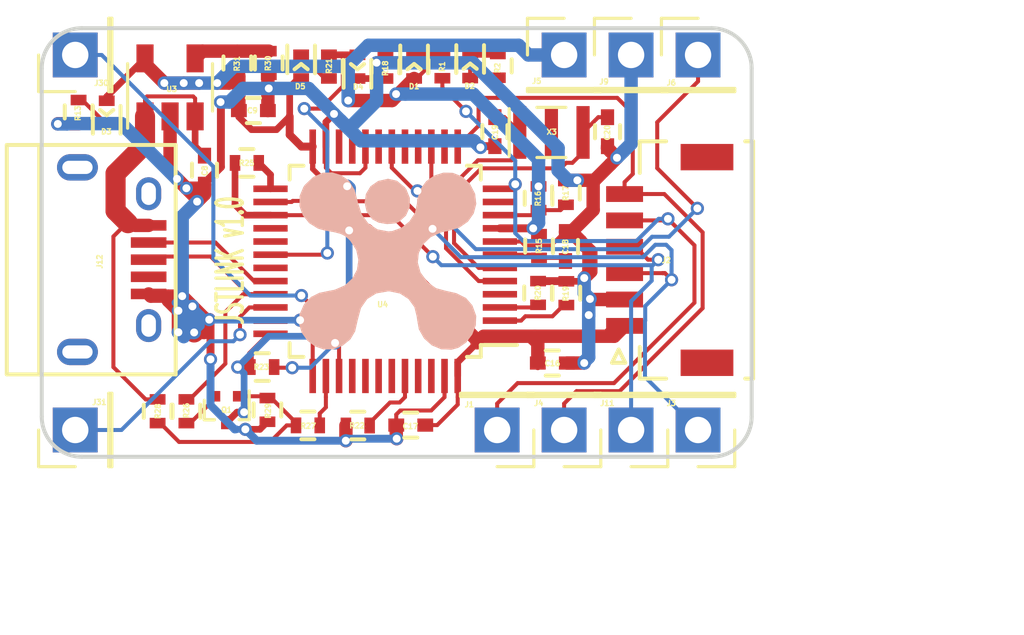
<source format=kicad_pcb>
(kicad_pcb (version 4) (host pcbnew 4.0.5)

  (general
    (links 91)
    (no_connects 0)
    (area 135.535599 74.969299 162.609601 91.375301)
    (thickness 1.6)
    (drawings 12)
    (tracks 585)
    (zones 0)
    (modules 47)
    (nets 50)
  )

  (page A4)
  (title_block
    (title "Basic Core")
    (date 2017-01-20)
    (rev v1.0)
    (company pinno.cc)
    (comment 1 "Draw: fuhua.chen")
    (comment 2 "Check: fuhua.chen")
  )

  (layers
    (0 F.Cu signal)
    (31 B.Cu signal)
    (32 B.Adhes user)
    (33 F.Adhes user)
    (34 B.Paste user)
    (35 F.Paste user)
    (36 B.SilkS user)
    (37 F.SilkS user)
    (38 B.Mask user)
    (39 F.Mask user)
    (40 Dwgs.User user)
    (41 Cmts.User user)
    (42 Eco1.User user)
    (43 Eco2.User user)
    (44 Edge.Cuts user)
    (45 Margin user)
    (46 B.CrtYd user)
    (47 F.CrtYd user)
    (48 B.Fab user)
    (49 F.Fab user)
  )

  (setup
    (last_trace_width 0.3)
    (user_trace_width 0.152)
    (user_trace_width 0.2)
    (user_trace_width 0.254)
    (user_trace_width 0.3)
    (user_trace_width 0.508)
    (user_trace_width 0.762)
    (user_trace_width 1)
    (user_trace_width 2)
    (trace_clearance 0.152)
    (zone_clearance 0.152)
    (zone_45_only yes)
    (trace_min 0.152)
    (segment_width 0.2)
    (edge_width 0.15)
    (via_size 0.5)
    (via_drill 0.3)
    (via_min_size 0.5)
    (via_min_drill 0.3)
    (user_via 0.5 0.3)
    (user_via 0.6 0.4)
    (user_via 0.8 0.5)
    (user_via 1 0.8)
    (user_via 1.5 1.2)
    (user_via 2 1.6)
    (user_via 3 2)
    (uvia_size 0.3)
    (uvia_drill 0.1)
    (uvias_allowed no)
    (uvia_min_size 0.2)
    (uvia_min_drill 0.1)
    (pcb_text_width 0.3)
    (pcb_text_size 1.5 1.5)
    (mod_edge_width 0.15)
    (mod_text_size 0.2 0.2)
    (mod_text_width 0.05)
    (pad_size 0.5 2)
    (pad_drill 0)
    (pad_to_mask_clearance 0.2)
    (aux_axis_origin 0 0)
    (visible_elements 7FFFFF7F)
    (pcbplotparams
      (layerselection 0x010fc_80000001)
      (usegerberextensions true)
      (excludeedgelayer true)
      (linewidth 0.100000)
      (plotframeref false)
      (viasonmask false)
      (mode 1)
      (useauxorigin false)
      (hpglpennumber 1)
      (hpglpenspeed 20)
      (hpglpendiameter 15)
      (hpglpenoverlay 2)
      (psnegative false)
      (psa4output false)
      (plotreference false)
      (plotvalue false)
      (plotinvisibletext false)
      (padsonsilk false)
      (subtractmaskfromsilk false)
      (outputformat 1)
      (mirror false)
      (drillshape 0)
      (scaleselection 1)
      (outputdirectory ../assembly/gerber/))
  )

  (net 0 "")
  (net 1 GND)
  (net 2 +3V3)
  (net 3 "Net-(Q1-Pad1)")
  (net 4 "Net-(Q1-Pad2)")
  (net 5 "Net-(R16-Pad1)")
  (net 6 "Net-(R19-Pad1)")
  (net 7 "Net-(R30-Pad2)")
  (net 8 /ST-LINK/NRST)
  (net 9 /ST-LINK/VBUS)
  (net 10 /ST-LINK/STM_RST)
  (net 11 /ST-LINK/OSC_IN)
  (net 12 /ST-LINK/OSC_OUT)
  (net 13 /ST-LINK/LED_STLINK)
  (net 14 /ST-LINK/VCP_RX)
  (net 15 /ST-LINK/SWCLK)
  (net 16 /ST-LINK/SWDIO)
  (net 17 /ST-LINK/USB_DM)
  (net 18 /ST-LINK/USB_DP)
  (net 19 /ST-LINK/STM_JTCK)
  (net 20 /ST-LINK/STM_JTMS)
  (net 21 "Net-(R20-Pad1)")
  (net 22 "Net-(R22-Pad2)")
  (net 23 "Net-(R23-Pad2)")
  (net 24 /ST-LINK/T_SWDIO_IN)
  (net 25 /ST-LINK/USB_RENUMn)
  (net 26 "Net-(D2-Pad1)")
  (net 27 "Net-(D3-Pad1)")
  (net 28 "Net-(D4-Pad1)")
  (net 29 "Net-(D5-Pad1)")
  (net 30 "Net-(D1-Pad1)")
  (net 31 /ST-LINK/VCP_TX)
  (net 32 /power/ID)
  (net 33 "Net-(U4-Pad4)")
  (net 34 "Net-(U4-Pad11)")
  (net 35 "Net-(U4-Pad14)")
  (net 36 "Net-(U4-Pad16)")
  (net 37 "Net-(U4-Pad17)")
  (net 38 "Net-(U4-Pad19)")
  (net 39 "Net-(U4-Pad21)")
  (net 40 "Net-(U4-Pad22)")
  (net 41 "Net-(U4-Pad28)")
  (net 42 "Net-(U4-Pad29)")
  (net 43 "Net-(U4-Pad40)")
  (net 44 "Net-(U4-Pad41)")
  (net 45 "Net-(U4-Pad42)")
  (net 46 "Net-(U4-Pad43)")
  (net 47 "Net-(U4-Pad45)")
  (net 48 "Net-(U4-Pad46)")
  (net 49 "Net-(U4-Pad31)")

  (net_class Default 这是默认网络组.
    (clearance 0.152)
    (trace_width 0.152)
    (via_dia 0.5)
    (via_drill 0.3)
    (uvia_dia 0.3)
    (uvia_drill 0.1)
    (add_net +3V3)
    (add_net /ST-LINK/LED_STLINK)
    (add_net /ST-LINK/NRST)
    (add_net /ST-LINK/OSC_IN)
    (add_net /ST-LINK/OSC_OUT)
    (add_net /ST-LINK/STM_JTCK)
    (add_net /ST-LINK/STM_JTMS)
    (add_net /ST-LINK/STM_RST)
    (add_net /ST-LINK/SWCLK)
    (add_net /ST-LINK/SWDIO)
    (add_net /ST-LINK/T_SWDIO_IN)
    (add_net /ST-LINK/USB_DM)
    (add_net /ST-LINK/USB_DP)
    (add_net /ST-LINK/USB_RENUMn)
    (add_net /ST-LINK/VBUS)
    (add_net /ST-LINK/VCP_RX)
    (add_net /ST-LINK/VCP_TX)
    (add_net /power/ID)
    (add_net GND)
    (add_net "Net-(D1-Pad1)")
    (add_net "Net-(D2-Pad1)")
    (add_net "Net-(D3-Pad1)")
    (add_net "Net-(D4-Pad1)")
    (add_net "Net-(D5-Pad1)")
    (add_net "Net-(Q1-Pad1)")
    (add_net "Net-(Q1-Pad2)")
    (add_net "Net-(R16-Pad1)")
    (add_net "Net-(R19-Pad1)")
    (add_net "Net-(R20-Pad1)")
    (add_net "Net-(R22-Pad2)")
    (add_net "Net-(R23-Pad2)")
    (add_net "Net-(R30-Pad2)")
    (add_net "Net-(U4-Pad11)")
    (add_net "Net-(U4-Pad14)")
    (add_net "Net-(U4-Pad16)")
    (add_net "Net-(U4-Pad17)")
    (add_net "Net-(U4-Pad19)")
    (add_net "Net-(U4-Pad21)")
    (add_net "Net-(U4-Pad22)")
    (add_net "Net-(U4-Pad28)")
    (add_net "Net-(U4-Pad29)")
    (add_net "Net-(U4-Pad31)")
    (add_net "Net-(U4-Pad4)")
    (add_net "Net-(U4-Pad40)")
    (add_net "Net-(U4-Pad41)")
    (add_net "Net-(U4-Pad42)")
    (add_net "Net-(U4-Pad43)")
    (add_net "Net-(U4-Pad45)")
    (add_net "Net-(U4-Pad46)")
  )

  (module C_0402 (layer F.Cu) (tedit 5415D599) (tstamp 58E586C8)
    (at 141.7828 80.4291 270)
    (descr "Capacitor SMD 0402, reflow soldering, AVX (see smccp.pdf)")
    (tags "capacitor 0402")
    (path /5875DC24/5880F4DC)
    (attr smd)
    (fp_text reference C8 (at 0.0254 -0.0127 270) (layer F.SilkS)
      (effects (font (size 0.2 0.2) (thickness 0.05)))
    )
    (fp_text value 1uF (at 0.8636 0.0127 360) (layer F.Fab)
      (effects (font (size 0.2 0.2) (thickness 0.05)))
    )
    (fp_line (start -0.5 0.25) (end -0.5 -0.25) (layer F.Fab) (width 0.15))
    (fp_line (start 0.5 0.25) (end -0.5 0.25) (layer F.Fab) (width 0.15))
    (fp_line (start 0.5 -0.25) (end 0.5 0.25) (layer F.Fab) (width 0.15))
    (fp_line (start -0.5 -0.25) (end 0.5 -0.25) (layer F.Fab) (width 0.15))
    (fp_line (start -1.15 -0.6) (end 1.15 -0.6) (layer F.CrtYd) (width 0.05))
    (fp_line (start -1.15 0.6) (end 1.15 0.6) (layer F.CrtYd) (width 0.05))
    (fp_line (start -1.15 -0.6) (end -1.15 0.6) (layer F.CrtYd) (width 0.05))
    (fp_line (start 1.15 -0.6) (end 1.15 0.6) (layer F.CrtYd) (width 0.05))
    (fp_line (start 0.25 -0.475) (end -0.25 -0.475) (layer F.SilkS) (width 0.15))
    (fp_line (start -0.25 0.475) (end 0.25 0.475) (layer F.SilkS) (width 0.15))
    (pad 1 smd rect (at -0.55 0 270) (size 0.6 0.5) (layers F.Cu F.Paste F.Mask)
      (net 9 /ST-LINK/VBUS))
    (pad 2 smd rect (at 0.55 0 270) (size 0.6 0.5) (layers F.Cu F.Paste F.Mask)
      (net 1 GND))
    (model Capacitors_SMD.3dshapes/C_0402.wrl
      (at (xyz 0 0 0))
      (scale (xyz 1 1 1))
      (rotate (xyz 0 0 0))
    )
  )

  (module C_0402 (layer F.Cu) (tedit 5415D599) (tstamp 58E586D8)
    (at 143.637 78.1685)
    (descr "Capacitor SMD 0402, reflow soldering, AVX (see smccp.pdf)")
    (tags "capacitor 0402")
    (path /5875DC24/5880FA84)
    (attr smd)
    (fp_text reference C9 (at -0.0381 0) (layer F.SilkS)
      (effects (font (size 0.2 0.2) (thickness 0.05)))
    )
    (fp_text value 1uF (at 0.8763 0.0254 90) (layer F.Fab)
      (effects (font (size 0.2 0.2) (thickness 0.05)))
    )
    (fp_line (start -0.5 0.25) (end -0.5 -0.25) (layer F.Fab) (width 0.15))
    (fp_line (start 0.5 0.25) (end -0.5 0.25) (layer F.Fab) (width 0.15))
    (fp_line (start 0.5 -0.25) (end 0.5 0.25) (layer F.Fab) (width 0.15))
    (fp_line (start -0.5 -0.25) (end 0.5 -0.25) (layer F.Fab) (width 0.15))
    (fp_line (start -1.15 -0.6) (end 1.15 -0.6) (layer F.CrtYd) (width 0.05))
    (fp_line (start -1.15 0.6) (end 1.15 0.6) (layer F.CrtYd) (width 0.05))
    (fp_line (start -1.15 -0.6) (end -1.15 0.6) (layer F.CrtYd) (width 0.05))
    (fp_line (start 1.15 -0.6) (end 1.15 0.6) (layer F.CrtYd) (width 0.05))
    (fp_line (start 0.25 -0.475) (end -0.25 -0.475) (layer F.SilkS) (width 0.15))
    (fp_line (start -0.25 0.475) (end 0.25 0.475) (layer F.SilkS) (width 0.15))
    (pad 1 smd rect (at -0.55 0) (size 0.6 0.5) (layers F.Cu F.Paste F.Mask)
      (net 2 +3V3))
    (pad 2 smd rect (at 0.55 0) (size 0.6 0.5) (layers F.Cu F.Paste F.Mask)
      (net 1 GND))
    (model Capacitors_SMD.3dshapes/C_0402.wrl
      (at (xyz 0 0 0))
      (scale (xyz 1 1 1))
      (rotate (xyz 0 0 0))
    )
  )

  (module C_0402 (layer F.Cu) (tedit 5415D599) (tstamp 58E586E8)
    (at 154.9742 87.7443)
    (descr "Capacitor SMD 0402, reflow soldering, AVX (see smccp.pdf)")
    (tags "capacitor 0402")
    (path /588C969B/588CF376)
    (attr smd)
    (fp_text reference C16 (at 0.0039 0.0127) (layer F.SilkS)
      (effects (font (size 0.2 0.2) (thickness 0.05)))
    )
    (fp_text value 100nF (at 0.8802 -0.0762 90) (layer F.Fab)
      (effects (font (size 0.2 0.2) (thickness 0.05)))
    )
    (fp_line (start -0.5 0.25) (end -0.5 -0.25) (layer F.Fab) (width 0.15))
    (fp_line (start 0.5 0.25) (end -0.5 0.25) (layer F.Fab) (width 0.15))
    (fp_line (start 0.5 -0.25) (end 0.5 0.25) (layer F.Fab) (width 0.15))
    (fp_line (start -0.5 -0.25) (end 0.5 -0.25) (layer F.Fab) (width 0.15))
    (fp_line (start -1.15 -0.6) (end 1.15 -0.6) (layer F.CrtYd) (width 0.05))
    (fp_line (start -1.15 0.6) (end 1.15 0.6) (layer F.CrtYd) (width 0.05))
    (fp_line (start -1.15 -0.6) (end -1.15 0.6) (layer F.CrtYd) (width 0.05))
    (fp_line (start 1.15 -0.6) (end 1.15 0.6) (layer F.CrtYd) (width 0.05))
    (fp_line (start 0.25 -0.475) (end -0.25 -0.475) (layer F.SilkS) (width 0.15))
    (fp_line (start -0.25 0.475) (end 0.25 0.475) (layer F.SilkS) (width 0.15))
    (pad 1 smd rect (at -0.55 0) (size 0.6 0.5) (layers F.Cu F.Paste F.Mask)
      (net 2 +3V3))
    (pad 2 smd rect (at 0.55 0) (size 0.6 0.5) (layers F.Cu F.Paste F.Mask)
      (net 1 GND))
    (model Capacitors_SMD.3dshapes/C_0402.wrl
      (at (xyz 0 0 0))
      (scale (xyz 1 1 1))
      (rotate (xyz 0 0 0))
    )
  )

  (module C_0402 (layer F.Cu) (tedit 5415D599) (tstamp 58E586F8)
    (at 149.606 90.09888 180)
    (descr "Capacitor SMD 0402, reflow soldering, AVX (see smccp.pdf)")
    (tags "capacitor 0402")
    (path /588C969B/588CF369)
    (attr smd)
    (fp_text reference C17 (at 0.0127 -0.04572 180) (layer F.SilkS)
      (effects (font (size 0.2 0.2) (thickness 0.05)))
    )
    (fp_text value 100nF (at -0.8255 0.00508 270) (layer F.Fab)
      (effects (font (size 0.2 0.2) (thickness 0.05)))
    )
    (fp_line (start -0.5 0.25) (end -0.5 -0.25) (layer F.Fab) (width 0.15))
    (fp_line (start 0.5 0.25) (end -0.5 0.25) (layer F.Fab) (width 0.15))
    (fp_line (start 0.5 -0.25) (end 0.5 0.25) (layer F.Fab) (width 0.15))
    (fp_line (start -0.5 -0.25) (end 0.5 -0.25) (layer F.Fab) (width 0.15))
    (fp_line (start -1.15 -0.6) (end 1.15 -0.6) (layer F.CrtYd) (width 0.05))
    (fp_line (start -1.15 0.6) (end 1.15 0.6) (layer F.CrtYd) (width 0.05))
    (fp_line (start -1.15 -0.6) (end -1.15 0.6) (layer F.CrtYd) (width 0.05))
    (fp_line (start 1.15 -0.6) (end 1.15 0.6) (layer F.CrtYd) (width 0.05))
    (fp_line (start 0.25 -0.475) (end -0.25 -0.475) (layer F.SilkS) (width 0.15))
    (fp_line (start -0.25 0.475) (end 0.25 0.475) (layer F.SilkS) (width 0.15))
    (pad 1 smd rect (at -0.55 0 180) (size 0.6 0.5) (layers F.Cu F.Paste F.Mask)
      (net 2 +3V3))
    (pad 2 smd rect (at 0.55 0 180) (size 0.6 0.5) (layers F.Cu F.Paste F.Mask)
      (net 1 GND))
    (model Capacitors_SMD.3dshapes/C_0402.wrl
      (at (xyz 0 0 0))
      (scale (xyz 1 1 1))
      (rotate (xyz 0 0 0))
    )
  )

  (module C_0402 (layer F.Cu) (tedit 5415D599) (tstamp 58E58708)
    (at 155.4734 83.3247 90)
    (descr "Capacitor SMD 0402, reflow soldering, AVX (see smccp.pdf)")
    (tags "capacitor 0402")
    (path /588C969B/588CED71)
    (attr smd)
    (fp_text reference C18 (at -0.0127 0 90) (layer F.SilkS)
      (effects (font (size 0.2 0.2) (thickness 0.05)))
    )
    (fp_text value 10nF (at 0.7747 0.1143 180) (layer F.Fab)
      (effects (font (size 0.2 0.2) (thickness 0.05)))
    )
    (fp_line (start -0.5 0.25) (end -0.5 -0.25) (layer F.Fab) (width 0.15))
    (fp_line (start 0.5 0.25) (end -0.5 0.25) (layer F.Fab) (width 0.15))
    (fp_line (start 0.5 -0.25) (end 0.5 0.25) (layer F.Fab) (width 0.15))
    (fp_line (start -0.5 -0.25) (end 0.5 -0.25) (layer F.Fab) (width 0.15))
    (fp_line (start -1.15 -0.6) (end 1.15 -0.6) (layer F.CrtYd) (width 0.05))
    (fp_line (start -1.15 0.6) (end 1.15 0.6) (layer F.CrtYd) (width 0.05))
    (fp_line (start -1.15 -0.6) (end -1.15 0.6) (layer F.CrtYd) (width 0.05))
    (fp_line (start 1.15 -0.6) (end 1.15 0.6) (layer F.CrtYd) (width 0.05))
    (fp_line (start 0.25 -0.475) (end -0.25 -0.475) (layer F.SilkS) (width 0.15))
    (fp_line (start -0.25 0.475) (end 0.25 0.475) (layer F.SilkS) (width 0.15))
    (pad 1 smd rect (at -0.55 0 90) (size 0.6 0.5) (layers F.Cu F.Paste F.Mask)
      (net 10 /ST-LINK/STM_RST))
    (pad 2 smd rect (at 0.55 0 90) (size 0.6 0.5) (layers F.Cu F.Paste F.Mask)
      (net 1 GND))
    (model Capacitors_SMD.3dshapes/C_0402.wrl
      (at (xyz 0 0 0))
      (scale (xyz 1 1 1))
      (rotate (xyz 0 0 0))
    )
  )

  (module C_0402 (layer F.Cu) (tedit 5415D599) (tstamp 58E58718)
    (at 152.79624 78.9686 270)
    (descr "Capacitor SMD 0402, reflow soldering, AVX (see smccp.pdf)")
    (tags "capacitor 0402")
    (path /588C969B/588CED4B)
    (attr smd)
    (fp_text reference C19 (at 0.0254 -0.01016 270) (layer F.SilkS)
      (effects (font (size 0.2 0.2) (thickness 0.05)))
    )
    (fp_text value 22pF (at 0.9017 0.07874 360) (layer F.Fab)
      (effects (font (size 0.2 0.2) (thickness 0.05)))
    )
    (fp_line (start -0.5 0.25) (end -0.5 -0.25) (layer F.Fab) (width 0.15))
    (fp_line (start 0.5 0.25) (end -0.5 0.25) (layer F.Fab) (width 0.15))
    (fp_line (start 0.5 -0.25) (end 0.5 0.25) (layer F.Fab) (width 0.15))
    (fp_line (start -0.5 -0.25) (end 0.5 -0.25) (layer F.Fab) (width 0.15))
    (fp_line (start -1.15 -0.6) (end 1.15 -0.6) (layer F.CrtYd) (width 0.05))
    (fp_line (start -1.15 0.6) (end 1.15 0.6) (layer F.CrtYd) (width 0.05))
    (fp_line (start -1.15 -0.6) (end -1.15 0.6) (layer F.CrtYd) (width 0.05))
    (fp_line (start 1.15 -0.6) (end 1.15 0.6) (layer F.CrtYd) (width 0.05))
    (fp_line (start 0.25 -0.475) (end -0.25 -0.475) (layer F.SilkS) (width 0.15))
    (fp_line (start -0.25 0.475) (end 0.25 0.475) (layer F.SilkS) (width 0.15))
    (pad 1 smd rect (at -0.55 0 270) (size 0.6 0.5) (layers F.Cu F.Paste F.Mask)
      (net 11 /ST-LINK/OSC_IN))
    (pad 2 smd rect (at 0.55 0 270) (size 0.6 0.5) (layers F.Cu F.Paste F.Mask)
      (net 1 GND))
    (model Capacitors_SMD.3dshapes/C_0402.wrl
      (at (xyz 0 0 0))
      (scale (xyz 1 1 1))
      (rotate (xyz 0 0 0))
    )
  )

  (module C_0402 (layer F.Cu) (tedit 5415D599) (tstamp 58E58728)
    (at 157.06852 78.97114 270)
    (descr "Capacitor SMD 0402, reflow soldering, AVX (see smccp.pdf)")
    (tags "capacitor 0402")
    (path /588C969B/588CED52)
    (attr smd)
    (fp_text reference C20 (at 0.03556 0.00762 270) (layer F.SilkS)
      (effects (font (size 0.2 0.2) (thickness 0.05)))
    )
    (fp_text value 22pF (at 0.92456 -0.13208 360) (layer F.Fab)
      (effects (font (size 0.2 0.2) (thickness 0.05)))
    )
    (fp_line (start -0.5 0.25) (end -0.5 -0.25) (layer F.Fab) (width 0.15))
    (fp_line (start 0.5 0.25) (end -0.5 0.25) (layer F.Fab) (width 0.15))
    (fp_line (start 0.5 -0.25) (end 0.5 0.25) (layer F.Fab) (width 0.15))
    (fp_line (start -0.5 -0.25) (end 0.5 -0.25) (layer F.Fab) (width 0.15))
    (fp_line (start -1.15 -0.6) (end 1.15 -0.6) (layer F.CrtYd) (width 0.05))
    (fp_line (start -1.15 0.6) (end 1.15 0.6) (layer F.CrtYd) (width 0.05))
    (fp_line (start -1.15 -0.6) (end -1.15 0.6) (layer F.CrtYd) (width 0.05))
    (fp_line (start 1.15 -0.6) (end 1.15 0.6) (layer F.CrtYd) (width 0.05))
    (fp_line (start 0.25 -0.475) (end -0.25 -0.475) (layer F.SilkS) (width 0.15))
    (fp_line (start -0.25 0.475) (end 0.25 0.475) (layer F.SilkS) (width 0.15))
    (pad 1 smd rect (at -0.55 0 270) (size 0.6 0.5) (layers F.Cu F.Paste F.Mask)
      (net 12 /ST-LINK/OSC_OUT))
    (pad 2 smd rect (at 0.55 0 270) (size 0.6 0.5) (layers F.Cu F.Paste F.Mask)
      (net 1 GND))
    (model Capacitors_SMD.3dshapes/C_0402.wrl
      (at (xyz 0 0 0))
      (scale (xyz 1 1 1))
      (rotate (xyz 0 0 0))
    )
  )

  (module LED_0402 (layer F.Cu) (tedit 5710AA4B) (tstamp 58E5873E)
    (at 149.733 76.50226 270)
    (descr "LED 0402 smd package")
    (tags "LED led 0402 SMD smd SMT smt smdled SMDLED smtled SMTLED")
    (path /588C969B/58E57689)
    (attr smd)
    (fp_text reference D1 (at 0.75184 0 360) (layer F.SilkS)
      (effects (font (size 0.2 0.2) (thickness 0.05)))
    )
    (fp_text value LED-Blue (at -1.17856 0.0127 360) (layer F.Fab)
      (effects (font (size 0.2 0.2) (thickness 0.05)))
    )
    (fp_line (start -0.2 -0.1) (end -0.2 0.1) (layer F.Fab) (width 0.15))
    (fp_line (start 0.1 0.1) (end 0.1 -0.1) (layer F.Fab) (width 0.15))
    (fp_line (start -0.1 0) (end 0.1 0.1) (layer F.Fab) (width 0.15))
    (fp_line (start 0.1 -0.1) (end -0.1 0) (layer F.Fab) (width 0.15))
    (fp_line (start -0.5 0.25) (end -0.5 -0.25) (layer F.Fab) (width 0.15))
    (fp_line (start 0.5 0.25) (end -0.5 0.25) (layer F.Fab) (width 0.15))
    (fp_line (start 0.5 -0.25) (end 0.5 0.25) (layer F.Fab) (width 0.15))
    (fp_line (start -0.5 -0.25) (end 0.5 -0.25) (layer F.Fab) (width 0.15))
    (fp_line (start -0.1 0) (end 0.1 0.25) (layer F.SilkS) (width 0.15))
    (fp_line (start 0.1 -0.25) (end -0.1 0) (layer F.SilkS) (width 0.15))
    (fp_line (start -0.95 -0.65) (end 0.95 -0.65) (layer F.CrtYd) (width 0.05))
    (fp_line (start -0.95 0.65) (end 0.95 0.65) (layer F.CrtYd) (width 0.05))
    (fp_line (start -0.95 -0.65) (end -0.95 0.65) (layer F.CrtYd) (width 0.05))
    (fp_line (start 0.95 -0.65) (end 0.95 0.65) (layer F.CrtYd) (width 0.05))
    (fp_line (start 0.25 -0.525) (end -0.8 -0.525) (layer F.SilkS) (width 0.15))
    (fp_line (start 0.25 0.525) (end -0.8 0.525) (layer F.SilkS) (width 0.15))
    (pad 1 smd rect (at -0.45 0 270) (size 0.4 0.6) (layers F.Cu F.Paste F.Mask)
      (net 30 "Net-(D1-Pad1)"))
    (pad 2 smd rect (at 0.45 0 270) (size 0.4 0.6) (layers F.Cu F.Paste F.Mask)
      (net 2 +3V3))
    (model LEDs.3dshapes/LED_0402.wrl
      (at (xyz 0 0 0))
      (scale (xyz 1 1 1))
      (rotate (xyz 0 0 180))
    )
  )

  (module LED_0402 (layer F.Cu) (tedit 5710AA4B) (tstamp 58E58754)
    (at 151.85898 76.48702 270)
    (descr "LED 0402 smd package")
    (tags "LED led 0402 SMD smd SMT smt smdled SMDLED smtled SMTLED")
    (path /588C969B/58E580E9)
    (attr smd)
    (fp_text reference D2 (at 0.75438 0.01778 360) (layer F.SilkS)
      (effects (font (size 0.2 0.2) (thickness 0.05)))
    )
    (fp_text value LED-Green (at -1.16332 0.04318 360) (layer F.Fab)
      (effects (font (size 0.2 0.2) (thickness 0.05)))
    )
    (fp_line (start -0.2 -0.1) (end -0.2 0.1) (layer F.Fab) (width 0.15))
    (fp_line (start 0.1 0.1) (end 0.1 -0.1) (layer F.Fab) (width 0.15))
    (fp_line (start -0.1 0) (end 0.1 0.1) (layer F.Fab) (width 0.15))
    (fp_line (start 0.1 -0.1) (end -0.1 0) (layer F.Fab) (width 0.15))
    (fp_line (start -0.5 0.25) (end -0.5 -0.25) (layer F.Fab) (width 0.15))
    (fp_line (start 0.5 0.25) (end -0.5 0.25) (layer F.Fab) (width 0.15))
    (fp_line (start 0.5 -0.25) (end 0.5 0.25) (layer F.Fab) (width 0.15))
    (fp_line (start -0.5 -0.25) (end 0.5 -0.25) (layer F.Fab) (width 0.15))
    (fp_line (start -0.1 0) (end 0.1 0.25) (layer F.SilkS) (width 0.15))
    (fp_line (start 0.1 -0.25) (end -0.1 0) (layer F.SilkS) (width 0.15))
    (fp_line (start -0.95 -0.65) (end 0.95 -0.65) (layer F.CrtYd) (width 0.05))
    (fp_line (start -0.95 0.65) (end 0.95 0.65) (layer F.CrtYd) (width 0.05))
    (fp_line (start -0.95 -0.65) (end -0.95 0.65) (layer F.CrtYd) (width 0.05))
    (fp_line (start 0.95 -0.65) (end 0.95 0.65) (layer F.CrtYd) (width 0.05))
    (fp_line (start 0.25 -0.525) (end -0.8 -0.525) (layer F.SilkS) (width 0.15))
    (fp_line (start 0.25 0.525) (end -0.8 0.525) (layer F.SilkS) (width 0.15))
    (pad 1 smd rect (at -0.45 0 270) (size 0.4 0.6) (layers F.Cu F.Paste F.Mask)
      (net 26 "Net-(D2-Pad1)"))
    (pad 2 smd rect (at 0.45 0 270) (size 0.4 0.6) (layers F.Cu F.Paste F.Mask)
      (net 2 +3V3))
    (model LEDs.3dshapes/LED_0402.wrl
      (at (xyz 0 0 0))
      (scale (xyz 1 1 1))
      (rotate (xyz 0 0 180))
    )
  )

  (module LED_0402 (layer F.Cu) (tedit 5710AA4B) (tstamp 58E5876A)
    (at 138.0744 78.24682 90)
    (descr "LED 0402 smd package")
    (tags "LED led 0402 SMD smd SMT smt smdled SMDLED smtled SMTLED")
    (path /5875DC24/589E40FC)
    (attr smd)
    (fp_text reference D3 (at -0.72178 -0.0127 180) (layer F.SilkS)
      (effects (font (size 0.2 0.2) (thickness 0.05)))
    )
    (fp_text value LED-GREEN (at -0.79798 1.6383 360) (layer F.Fab)
      (effects (font (size 0.2 0.2) (thickness 0.05)))
    )
    (fp_line (start -0.2 -0.1) (end -0.2 0.1) (layer F.Fab) (width 0.15))
    (fp_line (start 0.1 0.1) (end 0.1 -0.1) (layer F.Fab) (width 0.15))
    (fp_line (start -0.1 0) (end 0.1 0.1) (layer F.Fab) (width 0.15))
    (fp_line (start 0.1 -0.1) (end -0.1 0) (layer F.Fab) (width 0.15))
    (fp_line (start -0.5 0.25) (end -0.5 -0.25) (layer F.Fab) (width 0.15))
    (fp_line (start 0.5 0.25) (end -0.5 0.25) (layer F.Fab) (width 0.15))
    (fp_line (start 0.5 -0.25) (end 0.5 0.25) (layer F.Fab) (width 0.15))
    (fp_line (start -0.5 -0.25) (end 0.5 -0.25) (layer F.Fab) (width 0.15))
    (fp_line (start -0.1 0) (end 0.1 0.25) (layer F.SilkS) (width 0.15))
    (fp_line (start 0.1 -0.25) (end -0.1 0) (layer F.SilkS) (width 0.15))
    (fp_line (start -0.95 -0.65) (end 0.95 -0.65) (layer F.CrtYd) (width 0.05))
    (fp_line (start -0.95 0.65) (end 0.95 0.65) (layer F.CrtYd) (width 0.05))
    (fp_line (start -0.95 -0.65) (end -0.95 0.65) (layer F.CrtYd) (width 0.05))
    (fp_line (start 0.95 -0.65) (end 0.95 0.65) (layer F.CrtYd) (width 0.05))
    (fp_line (start 0.25 -0.525) (end -0.8 -0.525) (layer F.SilkS) (width 0.15))
    (fp_line (start 0.25 0.525) (end -0.8 0.525) (layer F.SilkS) (width 0.15))
    (pad 1 smd rect (at -0.45 0 90) (size 0.4 0.6) (layers F.Cu F.Paste F.Mask)
      (net 27 "Net-(D3-Pad1)"))
    (pad 2 smd rect (at 0.45 0 90) (size 0.4 0.6) (layers F.Cu F.Paste F.Mask)
      (net 2 +3V3))
    (model LEDs.3dshapes/LED_0402.wrl
      (at (xyz 0 0 0))
      (scale (xyz 1 1 1))
      (rotate (xyz 0 0 180))
    )
  )

  (module LED_0402 (layer F.Cu) (tedit 5710AA4B) (tstamp 58E58780)
    (at 147.58416 76.5048 90)
    (descr "LED 0402 smd package")
    (tags "LED led 0402 SMD smd SMT smt smdled SMDLED smtled SMTLED")
    (path /588C969B/589E45FC)
    (attr smd)
    (fp_text reference D4 (at -0.762 0.02794 180) (layer F.SilkS)
      (effects (font (size 0.2 0.2) (thickness 0.05)))
    )
    (fp_text value LED-Blue (at 1.2065 0.00254 180) (layer F.Fab)
      (effects (font (size 0.2 0.2) (thickness 0.05)))
    )
    (fp_line (start -0.2 -0.1) (end -0.2 0.1) (layer F.Fab) (width 0.15))
    (fp_line (start 0.1 0.1) (end 0.1 -0.1) (layer F.Fab) (width 0.15))
    (fp_line (start -0.1 0) (end 0.1 0.1) (layer F.Fab) (width 0.15))
    (fp_line (start 0.1 -0.1) (end -0.1 0) (layer F.Fab) (width 0.15))
    (fp_line (start -0.5 0.25) (end -0.5 -0.25) (layer F.Fab) (width 0.15))
    (fp_line (start 0.5 0.25) (end -0.5 0.25) (layer F.Fab) (width 0.15))
    (fp_line (start 0.5 -0.25) (end 0.5 0.25) (layer F.Fab) (width 0.15))
    (fp_line (start -0.5 -0.25) (end 0.5 -0.25) (layer F.Fab) (width 0.15))
    (fp_line (start -0.1 0) (end 0.1 0.25) (layer F.SilkS) (width 0.15))
    (fp_line (start 0.1 -0.25) (end -0.1 0) (layer F.SilkS) (width 0.15))
    (fp_line (start -0.95 -0.65) (end 0.95 -0.65) (layer F.CrtYd) (width 0.05))
    (fp_line (start -0.95 0.65) (end 0.95 0.65) (layer F.CrtYd) (width 0.05))
    (fp_line (start -0.95 -0.65) (end -0.95 0.65) (layer F.CrtYd) (width 0.05))
    (fp_line (start 0.95 -0.65) (end 0.95 0.65) (layer F.CrtYd) (width 0.05))
    (fp_line (start 0.25 -0.525) (end -0.8 -0.525) (layer F.SilkS) (width 0.15))
    (fp_line (start 0.25 0.525) (end -0.8 0.525) (layer F.SilkS) (width 0.15))
    (pad 1 smd rect (at -0.45 0 90) (size 0.4 0.6) (layers F.Cu F.Paste F.Mask)
      (net 28 "Net-(D4-Pad1)"))
    (pad 2 smd rect (at 0.45 0 90) (size 0.4 0.6) (layers F.Cu F.Paste F.Mask)
      (net 13 /ST-LINK/LED_STLINK))
    (model LEDs.3dshapes/LED_0402.wrl
      (at (xyz 0 0 0))
      (scale (xyz 1 1 1))
      (rotate (xyz 0 0 180))
    )
  )

  (module LED_0402 (layer F.Cu) (tedit 5710AA4B) (tstamp 58E58796)
    (at 145.44802 76.50226 270)
    (descr "LED 0402 smd package")
    (tags "LED led 0402 SMD smd SMT smt smdled SMDLED smtled SMTLED")
    (path /588C969B/589E4732)
    (attr smd)
    (fp_text reference D5 (at 0.75184 0.03302 360) (layer F.SilkS)
      (effects (font (size 0.2 0.2) (thickness 0.05)))
    )
    (fp_text value LED-Green (at -1.25476 -0.06858 360) (layer F.Fab)
      (effects (font (size 0.2 0.2) (thickness 0.05)))
    )
    (fp_line (start -0.2 -0.1) (end -0.2 0.1) (layer F.Fab) (width 0.15))
    (fp_line (start 0.1 0.1) (end 0.1 -0.1) (layer F.Fab) (width 0.15))
    (fp_line (start -0.1 0) (end 0.1 0.1) (layer F.Fab) (width 0.15))
    (fp_line (start 0.1 -0.1) (end -0.1 0) (layer F.Fab) (width 0.15))
    (fp_line (start -0.5 0.25) (end -0.5 -0.25) (layer F.Fab) (width 0.15))
    (fp_line (start 0.5 0.25) (end -0.5 0.25) (layer F.Fab) (width 0.15))
    (fp_line (start 0.5 -0.25) (end 0.5 0.25) (layer F.Fab) (width 0.15))
    (fp_line (start -0.5 -0.25) (end 0.5 -0.25) (layer F.Fab) (width 0.15))
    (fp_line (start -0.1 0) (end 0.1 0.25) (layer F.SilkS) (width 0.15))
    (fp_line (start 0.1 -0.25) (end -0.1 0) (layer F.SilkS) (width 0.15))
    (fp_line (start -0.95 -0.65) (end 0.95 -0.65) (layer F.CrtYd) (width 0.05))
    (fp_line (start -0.95 0.65) (end 0.95 0.65) (layer F.CrtYd) (width 0.05))
    (fp_line (start -0.95 -0.65) (end -0.95 0.65) (layer F.CrtYd) (width 0.05))
    (fp_line (start 0.95 -0.65) (end 0.95 0.65) (layer F.CrtYd) (width 0.05))
    (fp_line (start 0.25 -0.525) (end -0.8 -0.525) (layer F.SilkS) (width 0.15))
    (fp_line (start 0.25 0.525) (end -0.8 0.525) (layer F.SilkS) (width 0.15))
    (pad 1 smd rect (at -0.45 0 270) (size 0.4 0.6) (layers F.Cu F.Paste F.Mask)
      (net 29 "Net-(D5-Pad1)"))
    (pad 2 smd rect (at 0.45 0 270) (size 0.4 0.6) (layers F.Cu F.Paste F.Mask)
      (net 2 +3V3))
    (model LEDs.3dshapes/LED_0402.wrl
      (at (xyz 0 0 0))
      (scale (xyz 1 1 1))
      (rotate (xyz 0 0 180))
    )
  )

  (module USB_Micro-B (layer F.Cu) (tedit 58F9F846) (tstamp 58E587CC)
    (at 138.10234 83.82508 270)
    (descr "Micro USB Type B Receptacle")
    (tags "USB USB_B USB_micro USB_OTG")
    (path /5875DC24/58803381)
    (attr smd)
    (fp_text reference J12 (at 0.07112 0.29464 270) (layer F.SilkS)
      (effects (font (size 0.2 0.2) (thickness 0.05)))
    )
    (fp_text value USB (at 0.05842 -0.20066 270) (layer F.Fab)
      (effects (font (size 0.2 0.2) (thickness 0.05)))
    )
    (fp_line (start -4.6 -2.8) (end 4.6 -2.8) (layer F.CrtYd) (width 0.05))
    (fp_line (start 4.6 -2.8) (end 4.6 4.05) (layer F.CrtYd) (width 0.05))
    (fp_line (start 4.6 4.05) (end -4.6 4.05) (layer F.CrtYd) (width 0.05))
    (fp_line (start -4.6 4.05) (end -4.6 -2.8) (layer F.CrtYd) (width 0.05))
    (fp_line (start -4.3509 3.81746) (end 4.3491 3.81746) (layer F.SilkS) (width 0.15))
    (fp_line (start -4.3509 -2.58754) (end 4.3491 -2.58754) (layer F.SilkS) (width 0.15))
    (fp_line (start 4.3491 -2.58754) (end 4.3491 3.81746) (layer F.SilkS) (width 0.15))
    (fp_line (start 4.3491 2.58746) (end -4.3509 2.58746) (layer F.SilkS) (width 0.15))
    (fp_line (start -4.3509 3.81746) (end -4.3509 -2.58754) (layer F.SilkS) (width 0.15))
    (pad 1 smd rect (at -1.3009 -1.56254) (size 1.35 0.4) (layers F.Cu F.Paste F.Mask)
      (net 9 /ST-LINK/VBUS))
    (pad 2 smd rect (at -0.6509 -1.56254) (size 1.35 0.4) (layers F.Cu F.Paste F.Mask)
      (net 17 /ST-LINK/USB_DM))
    (pad 3 smd rect (at -0.0009 -1.56254) (size 1.35 0.4) (layers F.Cu F.Paste F.Mask)
      (net 18 /ST-LINK/USB_DP))
    (pad 4 smd rect (at 0.6491 -1.56254) (size 1.35 0.4) (layers F.Cu F.Paste F.Mask)
      (net 32 /power/ID))
    (pad 5 smd rect (at 1.2991 -1.56254) (size 1.35 0.4) (layers F.Cu F.Paste F.Mask)
      (net 1 GND))
    (pad 6 thru_hole oval (at -2.5009 -1.56254) (size 0.95 1.25) (drill oval 0.55 0.85) (layers *.Cu *.Mask F.Paste))
    (pad 6 thru_hole oval (at 2.4991 -1.56254) (size 0.95 1.25) (drill oval 0.55 0.85) (layers *.Cu *.Mask F.Paste))
    (pad 6 thru_hole oval (at -3.5009 1.13746) (size 1.55 1) (drill oval 1.15 0.5) (layers *.Cu *.Mask F.Paste))
    (pad 6 thru_hole oval (at 3.4991 1.13746) (size 1.55 1) (drill oval 1.15 0.5) (layers *.Cu *.Mask F.Paste))
  )

  (module Pin_Header_Straight_1x01_Pitch2.54mm (layer F.Cu) (tedit 5862ED52) (tstamp 58E587DF)
    (at 136.8806 76.0603 90)
    (descr "Through hole straight pin header, 1x01, 2.54mm pitch, single row")
    (tags "Through hole pin header THT 1x01 2.54mm single row")
    (path /588C969B/588CEDF3)
    (fp_text reference J30 (at -1.0668 0.9906 180) (layer F.SilkS)
      (effects (font (size 0.2 0.2) (thickness 0.05)))
    )
    (fp_text value Header_1x1 (at 1.8034 -0.1651 180) (layer F.Fab)
      (effects (font (size 0.2 0.2) (thickness 0.05)))
    )
    (fp_line (start -1.27 -1.27) (end -1.27 1.27) (layer F.Fab) (width 0.1))
    (fp_line (start -1.27 1.27) (end 1.27 1.27) (layer F.Fab) (width 0.1))
    (fp_line (start 1.27 1.27) (end 1.27 -1.27) (layer F.Fab) (width 0.1))
    (fp_line (start 1.27 -1.27) (end -1.27 -1.27) (layer F.Fab) (width 0.1))
    (fp_line (start -1.39 1.27) (end -1.39 1.39) (layer F.SilkS) (width 0.12))
    (fp_line (start -1.39 1.39) (end 1.39 1.39) (layer F.SilkS) (width 0.12))
    (fp_line (start 1.39 1.39) (end 1.39 1.27) (layer F.SilkS) (width 0.12))
    (fp_line (start 1.39 1.27) (end -1.39 1.27) (layer F.SilkS) (width 0.12))
    (fp_line (start -1.39 0) (end -1.39 -1.39) (layer F.SilkS) (width 0.12))
    (fp_line (start -1.39 -1.39) (end 0 -1.39) (layer F.SilkS) (width 0.12))
    (fp_line (start -1.6 -1.6) (end -1.6 1.6) (layer F.CrtYd) (width 0.05))
    (fp_line (start -1.6 1.6) (end 1.6 1.6) (layer F.CrtYd) (width 0.05))
    (fp_line (start 1.6 1.6) (end 1.6 -1.6) (layer F.CrtYd) (width 0.05))
    (fp_line (start 1.6 -1.6) (end -1.6 -1.6) (layer F.CrtYd) (width 0.05))
    (pad 1 thru_hole rect (at 0 0 90) (size 1.7 1.7) (drill 1) (layers *.Cu *.Mask)
      (net 19 /ST-LINK/STM_JTCK))
    (model Pin_Headers.3dshapes/Pin_Header_Straight_1x01_Pitch2.54mm.wrl
      (at (xyz 0 0 0))
      (scale (xyz 1 1 1))
      (rotate (xyz 0 0 90))
    )
  )

  (module Pin_Header_Straight_1x01_Pitch2.54mm (layer F.Cu) (tedit 5862ED52) (tstamp 58E587F2)
    (at 136.8806 90.2843 90)
    (descr "Through hole straight pin header, 1x01, 2.54mm pitch, single row")
    (tags "Through hole pin header THT 1x01 2.54mm single row")
    (path /588C969B/588CEDFA)
    (fp_text reference J31 (at 1.0541 0.9144 180) (layer F.SilkS)
      (effects (font (size 0.2 0.2) (thickness 0.05)))
    )
    (fp_text value Header_1x1 (at -1.8669 0.1143 180) (layer F.Fab)
      (effects (font (size 0.2 0.2) (thickness 0.05)))
    )
    (fp_line (start -1.27 -1.27) (end -1.27 1.27) (layer F.Fab) (width 0.1))
    (fp_line (start -1.27 1.27) (end 1.27 1.27) (layer F.Fab) (width 0.1))
    (fp_line (start 1.27 1.27) (end 1.27 -1.27) (layer F.Fab) (width 0.1))
    (fp_line (start 1.27 -1.27) (end -1.27 -1.27) (layer F.Fab) (width 0.1))
    (fp_line (start -1.39 1.27) (end -1.39 1.39) (layer F.SilkS) (width 0.12))
    (fp_line (start -1.39 1.39) (end 1.39 1.39) (layer F.SilkS) (width 0.12))
    (fp_line (start 1.39 1.39) (end 1.39 1.27) (layer F.SilkS) (width 0.12))
    (fp_line (start 1.39 1.27) (end -1.39 1.27) (layer F.SilkS) (width 0.12))
    (fp_line (start -1.39 0) (end -1.39 -1.39) (layer F.SilkS) (width 0.12))
    (fp_line (start -1.39 -1.39) (end 0 -1.39) (layer F.SilkS) (width 0.12))
    (fp_line (start -1.6 -1.6) (end -1.6 1.6) (layer F.CrtYd) (width 0.05))
    (fp_line (start -1.6 1.6) (end 1.6 1.6) (layer F.CrtYd) (width 0.05))
    (fp_line (start 1.6 1.6) (end 1.6 -1.6) (layer F.CrtYd) (width 0.05))
    (fp_line (start 1.6 -1.6) (end -1.6 -1.6) (layer F.CrtYd) (width 0.05))
    (pad 1 thru_hole rect (at 0 0 90) (size 1.7 1.7) (drill 1) (layers *.Cu *.Mask)
      (net 20 /ST-LINK/STM_JTMS))
    (model Pin_Headers.3dshapes/Pin_Header_Straight_1x01_Pitch2.54mm.wrl
      (at (xyz 0 0 0))
      (scale (xyz 1 1 1))
      (rotate (xyz 0 0 90))
    )
  )

  (module SOT-723 (layer F.Cu) (tedit 588B7C49) (tstamp 58E58815)
    (at 143.021 89.0049 180)
    (descr SOT-723)
    (path /588C969B/588CEE64)
    (attr smd)
    (fp_text reference Q1 (at 0.4 -0.5174 180) (layer F.SilkS)
      (effects (font (size 0.2 0.2) (thickness 0.05)))
    )
    (fp_text value CJ;MMBT3904M (at 0.4254 -1.8382 180) (layer F.Fab)
      (effects (font (size 0.2 0.2) (thickness 0.05)))
    )
    (fp_line (start -0.4572 -0.889) (end -0.0762 -0.889) (layer F.SilkS) (width 0.12))
    (fp_line (start -0.3556 -0.4318) (end 0 -0.1524) (layer F.Fab) (width 0.12))
    (fp_line (start -0.3556 -0.8636) (end -0.3556 -0.4318) (layer F.Fab) (width 0.12))
    (fp_line (start 1.1684 -0.8636) (end -0.3556 -0.8636) (layer F.Fab) (width 0.12))
    (fp_line (start 1.1684 -0.1524) (end 1.1684 -0.8636) (layer F.Fab) (width 0.12))
    (fp_line (start 0 -0.1524) (end 1.1684 -0.1524) (layer F.Fab) (width 0.12))
    (fp_line (start 1.2446 -0.889) (end 1.2446 -0.1524) (layer F.SilkS) (width 0.12))
    (fp_line (start 0.8636 -0.889) (end 1.2446 -0.889) (layer F.SilkS) (width 0.12))
    (fp_line (start -0.4572 0.2032) (end -0.4572 -0.889) (layer F.SilkS) (width 0.12))
    (fp_line (start -0.6096 -1.524) (end -0.6096 0.508) (layer F.CrtYd) (width 0.05))
    (fp_line (start 1.3716 -1.524) (end -0.6096 -1.524) (layer F.CrtYd) (width 0.05))
    (fp_line (start 1.3716 0.508) (end 1.3716 -1.524) (layer F.CrtYd) (width 0.05))
    (fp_line (start -0.6096 0.508) (end 1.3716 0.508) (layer F.CrtYd) (width 0.05))
    (fp_line (start 0.8636 -0.889) (end 1.2446 -0.889) (layer F.SilkS) (width 0.12))
    (fp_line (start 0.8636 -0.889) (end 1.2446 -0.889) (layer F.SilkS) (width 0.12))
    (fp_line (start 0.8636 -0.889) (end 1.2446 -0.889) (layer F.SilkS) (width 0.12))
    (pad 1 smd rect (at 0 0 180) (size 0.32 0.4) (layers F.Cu F.Paste F.Mask)
      (net 3 "Net-(Q1-Pad1)"))
    (pad 2 smd rect (at 0.8 0 180) (size 0.32 0.4) (layers F.Cu F.Paste F.Mask)
      (net 4 "Net-(Q1-Pad2)"))
    (pad 3 smd rect (at 0.4 -1 180) (size 0.42 0.5) (layers F.Cu F.Paste F.Mask)
      (net 2 +3V3))
  )

  (module R_0402 (layer F.Cu) (tedit 58307A8A) (tstamp 58E5883C)
    (at 150.80488 76.4921 270)
    (descr "Resistor SMD 0402, reflow soldering, Vishay (see dcrcw.pdf)")
    (tags "resistor 0402")
    (path /588C969B/58E583A1)
    (attr smd)
    (fp_text reference R1 (at 0.0127 0.00508 270) (layer F.SilkS)
      (effects (font (size 0.2 0.2) (thickness 0.05)))
    )
    (fp_text value 100k (at 0.7493 0.05588 360) (layer F.Fab)
      (effects (font (size 0.2 0.2) (thickness 0.05)))
    )
    (fp_line (start -0.5 0.25) (end -0.5 -0.25) (layer F.Fab) (width 0.1))
    (fp_line (start 0.5 0.25) (end -0.5 0.25) (layer F.Fab) (width 0.1))
    (fp_line (start 0.5 -0.25) (end 0.5 0.25) (layer F.Fab) (width 0.1))
    (fp_line (start -0.5 -0.25) (end 0.5 -0.25) (layer F.Fab) (width 0.1))
    (fp_line (start -0.95 -0.65) (end 0.95 -0.65) (layer F.CrtYd) (width 0.05))
    (fp_line (start -0.95 0.65) (end 0.95 0.65) (layer F.CrtYd) (width 0.05))
    (fp_line (start -0.95 -0.65) (end -0.95 0.65) (layer F.CrtYd) (width 0.05))
    (fp_line (start 0.95 -0.65) (end 0.95 0.65) (layer F.CrtYd) (width 0.05))
    (fp_line (start 0.25 -0.525) (end -0.25 -0.525) (layer F.SilkS) (width 0.15))
    (fp_line (start -0.25 0.525) (end 0.25 0.525) (layer F.SilkS) (width 0.15))
    (pad 1 smd rect (at -0.45 0 270) (size 0.4 0.6) (layers F.Cu F.Paste F.Mask)
      (net 30 "Net-(D1-Pad1)"))
    (pad 2 smd rect (at 0.45 0 270) (size 0.4 0.6) (layers F.Cu F.Paste F.Mask)
      (net 14 /ST-LINK/VCP_RX))
    (model Resistors_SMD.3dshapes/R_0402.wrl
      (at (xyz 0 0 0))
      (scale (xyz 1 1 1))
      (rotate (xyz 0 0 0))
    )
  )

  (module R_0402 (layer F.Cu) (tedit 58307A8A) (tstamp 58E5884C)
    (at 152.908 76.47432 270)
    (descr "Resistor SMD 0402, reflow soldering, Vishay (see dcrcw.pdf)")
    (tags "resistor 0402")
    (path /588C969B/58E5866D)
    (attr smd)
    (fp_text reference R2 (at 0.08128 0.0127 270) (layer F.SilkS)
      (effects (font (size 0.2 0.2) (thickness 0.05)))
    )
    (fp_text value 100k (at 0.72898 -0.1016 360) (layer F.Fab)
      (effects (font (size 0.2 0.2) (thickness 0.05)))
    )
    (fp_line (start -0.5 0.25) (end -0.5 -0.25) (layer F.Fab) (width 0.1))
    (fp_line (start 0.5 0.25) (end -0.5 0.25) (layer F.Fab) (width 0.1))
    (fp_line (start 0.5 -0.25) (end 0.5 0.25) (layer F.Fab) (width 0.1))
    (fp_line (start -0.5 -0.25) (end 0.5 -0.25) (layer F.Fab) (width 0.1))
    (fp_line (start -0.95 -0.65) (end 0.95 -0.65) (layer F.CrtYd) (width 0.05))
    (fp_line (start -0.95 0.65) (end 0.95 0.65) (layer F.CrtYd) (width 0.05))
    (fp_line (start -0.95 -0.65) (end -0.95 0.65) (layer F.CrtYd) (width 0.05))
    (fp_line (start 0.95 -0.65) (end 0.95 0.65) (layer F.CrtYd) (width 0.05))
    (fp_line (start 0.25 -0.525) (end -0.25 -0.525) (layer F.SilkS) (width 0.15))
    (fp_line (start -0.25 0.525) (end 0.25 0.525) (layer F.SilkS) (width 0.15))
    (pad 1 smd rect (at -0.45 0 270) (size 0.4 0.6) (layers F.Cu F.Paste F.Mask)
      (net 26 "Net-(D2-Pad1)"))
    (pad 2 smd rect (at 0.45 0 270) (size 0.4 0.6) (layers F.Cu F.Paste F.Mask)
      (net 31 /ST-LINK/VCP_TX))
    (model Resistors_SMD.3dshapes/R_0402.wrl
      (at (xyz 0 0 0))
      (scale (xyz 1 1 1))
      (rotate (xyz 0 0 0))
    )
  )

  (module R_0402 (layer F.Cu) (tedit 58307A8A) (tstamp 58E5885C)
    (at 137.0076 78.2193 270)
    (descr "Resistor SMD 0402, reflow soldering, Vishay (see dcrcw.pdf)")
    (tags "resistor 0402")
    (path /5875DC24/5882264A)
    (attr smd)
    (fp_text reference R13 (at 0.0508 0.0254 270) (layer F.SilkS)
      (effects (font (size 0.2 0.2) (thickness 0.05)))
    )
    (fp_text value 100k (at 0.7493 0.0127 360) (layer F.Fab)
      (effects (font (size 0.2 0.2) (thickness 0.05)))
    )
    (fp_line (start -0.5 0.25) (end -0.5 -0.25) (layer F.Fab) (width 0.1))
    (fp_line (start 0.5 0.25) (end -0.5 0.25) (layer F.Fab) (width 0.1))
    (fp_line (start 0.5 -0.25) (end 0.5 0.25) (layer F.Fab) (width 0.1))
    (fp_line (start -0.5 -0.25) (end 0.5 -0.25) (layer F.Fab) (width 0.1))
    (fp_line (start -0.95 -0.65) (end 0.95 -0.65) (layer F.CrtYd) (width 0.05))
    (fp_line (start -0.95 0.65) (end 0.95 0.65) (layer F.CrtYd) (width 0.05))
    (fp_line (start -0.95 -0.65) (end -0.95 0.65) (layer F.CrtYd) (width 0.05))
    (fp_line (start 0.95 -0.65) (end 0.95 0.65) (layer F.CrtYd) (width 0.05))
    (fp_line (start 0.25 -0.525) (end -0.25 -0.525) (layer F.SilkS) (width 0.15))
    (fp_line (start -0.25 0.525) (end 0.25 0.525) (layer F.SilkS) (width 0.15))
    (pad 1 smd rect (at -0.45 0 270) (size 0.4 0.6) (layers F.Cu F.Paste F.Mask)
      (net 27 "Net-(D3-Pad1)"))
    (pad 2 smd rect (at 0.45 0 270) (size 0.4 0.6) (layers F.Cu F.Paste F.Mask)
      (net 1 GND))
    (model Resistors_SMD.3dshapes/R_0402.wrl
      (at (xyz 0 0 0))
      (scale (xyz 1 1 1))
      (rotate (xyz 0 0 0))
    )
  )

  (module R_0402 (layer F.Cu) (tedit 58307A8A) (tstamp 58E5886C)
    (at 154.4701 83.30692 270)
    (descr "Resistor SMD 0402, reflow soldering, Vishay (see dcrcw.pdf)")
    (tags "resistor 0402")
    (path /588C969B/588CED63)
    (attr smd)
    (fp_text reference R15 (at 0 0 270) (layer F.SilkS)
      (effects (font (size 0.2 0.2) (thickness 0.05)))
    )
    (fp_text value 10k (at -0.68072 0.0508 360) (layer F.Fab)
      (effects (font (size 0.2 0.2) (thickness 0.05)))
    )
    (fp_line (start -0.5 0.25) (end -0.5 -0.25) (layer F.Fab) (width 0.1))
    (fp_line (start 0.5 0.25) (end -0.5 0.25) (layer F.Fab) (width 0.1))
    (fp_line (start 0.5 -0.25) (end 0.5 0.25) (layer F.Fab) (width 0.1))
    (fp_line (start -0.5 -0.25) (end 0.5 -0.25) (layer F.Fab) (width 0.1))
    (fp_line (start -0.95 -0.65) (end 0.95 -0.65) (layer F.CrtYd) (width 0.05))
    (fp_line (start -0.95 0.65) (end 0.95 0.65) (layer F.CrtYd) (width 0.05))
    (fp_line (start -0.95 -0.65) (end -0.95 0.65) (layer F.CrtYd) (width 0.05))
    (fp_line (start 0.95 -0.65) (end 0.95 0.65) (layer F.CrtYd) (width 0.05))
    (fp_line (start 0.25 -0.525) (end -0.25 -0.525) (layer F.SilkS) (width 0.15))
    (fp_line (start -0.25 0.525) (end 0.25 0.525) (layer F.SilkS) (width 0.15))
    (pad 1 smd rect (at -0.45 0 270) (size 0.4 0.6) (layers F.Cu F.Paste F.Mask)
      (net 2 +3V3))
    (pad 2 smd rect (at 0.45 0 270) (size 0.4 0.6) (layers F.Cu F.Paste F.Mask)
      (net 10 /ST-LINK/STM_RST))
    (model Resistors_SMD.3dshapes/R_0402.wrl
      (at (xyz 0 0 0))
      (scale (xyz 1 1 1))
      (rotate (xyz 0 0 0))
    )
  )

  (module R_0402 (layer F.Cu) (tedit 58307A8A) (tstamp 58E5887C)
    (at 154.45232 81.4959 90)
    (descr "Resistor SMD 0402, reflow soldering, Vishay (see dcrcw.pdf)")
    (tags "resistor 0402")
    (path /588C969B/588CEDC8)
    (attr smd)
    (fp_text reference R16 (at -0.0127 -0.02032 90) (layer F.SilkS)
      (effects (font (size 0.2 0.2) (thickness 0.05)))
    )
    (fp_text value 10k (at -0.7112 -0.05842 180) (layer F.Fab)
      (effects (font (size 0.2 0.2) (thickness 0.05)))
    )
    (fp_line (start -0.5 0.25) (end -0.5 -0.25) (layer F.Fab) (width 0.1))
    (fp_line (start 0.5 0.25) (end -0.5 0.25) (layer F.Fab) (width 0.1))
    (fp_line (start 0.5 -0.25) (end 0.5 0.25) (layer F.Fab) (width 0.1))
    (fp_line (start -0.5 -0.25) (end 0.5 -0.25) (layer F.Fab) (width 0.1))
    (fp_line (start -0.95 -0.65) (end 0.95 -0.65) (layer F.CrtYd) (width 0.05))
    (fp_line (start -0.95 0.65) (end 0.95 0.65) (layer F.CrtYd) (width 0.05))
    (fp_line (start -0.95 -0.65) (end -0.95 0.65) (layer F.CrtYd) (width 0.05))
    (fp_line (start 0.95 -0.65) (end 0.95 0.65) (layer F.CrtYd) (width 0.05))
    (fp_line (start 0.25 -0.525) (end -0.25 -0.525) (layer F.SilkS) (width 0.15))
    (fp_line (start -0.25 0.525) (end 0.25 0.525) (layer F.SilkS) (width 0.15))
    (pad 1 smd rect (at -0.45 0 90) (size 0.4 0.6) (layers F.Cu F.Paste F.Mask)
      (net 5 "Net-(R16-Pad1)"))
    (pad 2 smd rect (at 0.45 0 90) (size 0.4 0.6) (layers F.Cu F.Paste F.Mask)
      (net 2 +3V3))
    (model Resistors_SMD.3dshapes/R_0402.wrl
      (at (xyz 0 0 0))
      (scale (xyz 1 1 1))
      (rotate (xyz 0 0 0))
    )
  )

  (module R_0402 (layer F.Cu) (tedit 58307A8A) (tstamp 58E5888C)
    (at 155.49118 81.2927 270)
    (descr "Resistor SMD 0402, reflow soldering, Vishay (see dcrcw.pdf)")
    (tags "resistor 0402")
    (path /588C969B/588CEDCF)
    (attr smd)
    (fp_text reference R17 (at 0.0127 0.00508 270) (layer F.SilkS)
      (effects (font (size 0.2 0.2) (thickness 0.05)))
    )
    (fp_text value 10k (at 0.7366 -0.07112 360) (layer F.Fab)
      (effects (font (size 0.2 0.2) (thickness 0.05)))
    )
    (fp_line (start -0.5 0.25) (end -0.5 -0.25) (layer F.Fab) (width 0.1))
    (fp_line (start 0.5 0.25) (end -0.5 0.25) (layer F.Fab) (width 0.1))
    (fp_line (start 0.5 -0.25) (end 0.5 0.25) (layer F.Fab) (width 0.1))
    (fp_line (start -0.5 -0.25) (end 0.5 -0.25) (layer F.Fab) (width 0.1))
    (fp_line (start -0.95 -0.65) (end 0.95 -0.65) (layer F.CrtYd) (width 0.05))
    (fp_line (start -0.95 0.65) (end 0.95 0.65) (layer F.CrtYd) (width 0.05))
    (fp_line (start -0.95 -0.65) (end -0.95 0.65) (layer F.CrtYd) (width 0.05))
    (fp_line (start 0.95 -0.65) (end 0.95 0.65) (layer F.CrtYd) (width 0.05))
    (fp_line (start 0.25 -0.525) (end -0.25 -0.525) (layer F.SilkS) (width 0.15))
    (fp_line (start -0.25 0.525) (end 0.25 0.525) (layer F.SilkS) (width 0.15))
    (pad 1 smd rect (at -0.45 0 270) (size 0.4 0.6) (layers F.Cu F.Paste F.Mask)
      (net 1 GND))
    (pad 2 smd rect (at 0.45 0 270) (size 0.4 0.6) (layers F.Cu F.Paste F.Mask)
      (net 5 "Net-(R16-Pad1)"))
    (model Resistors_SMD.3dshapes/R_0402.wrl
      (at (xyz 0 0 0))
      (scale (xyz 1 1 1))
      (rotate (xyz 0 0 0))
    )
  )

  (module R_0402 (layer F.Cu) (tedit 58307A8A) (tstamp 58E5889C)
    (at 148.64588 76.5048 90)
    (descr "Resistor SMD 0402, reflow soldering, Vishay (see dcrcw.pdf)")
    (tags "resistor 0402")
    (path /588C969B/588CEE0F)
    (attr smd)
    (fp_text reference R18 (at -0.0635 -0.00508 90) (layer F.SilkS)
      (effects (font (size 0.2 0.2) (thickness 0.05)))
    )
    (fp_text value 100k (at -0.762 0.02032 180) (layer F.Fab)
      (effects (font (size 0.2 0.2) (thickness 0.05)))
    )
    (fp_line (start -0.5 0.25) (end -0.5 -0.25) (layer F.Fab) (width 0.1))
    (fp_line (start 0.5 0.25) (end -0.5 0.25) (layer F.Fab) (width 0.1))
    (fp_line (start 0.5 -0.25) (end 0.5 0.25) (layer F.Fab) (width 0.1))
    (fp_line (start -0.5 -0.25) (end 0.5 -0.25) (layer F.Fab) (width 0.1))
    (fp_line (start -0.95 -0.65) (end 0.95 -0.65) (layer F.CrtYd) (width 0.05))
    (fp_line (start -0.95 0.65) (end 0.95 0.65) (layer F.CrtYd) (width 0.05))
    (fp_line (start -0.95 -0.65) (end -0.95 0.65) (layer F.CrtYd) (width 0.05))
    (fp_line (start 0.95 -0.65) (end 0.95 0.65) (layer F.CrtYd) (width 0.05))
    (fp_line (start 0.25 -0.525) (end -0.25 -0.525) (layer F.SilkS) (width 0.15))
    (fp_line (start -0.25 0.525) (end 0.25 0.525) (layer F.SilkS) (width 0.15))
    (pad 1 smd rect (at -0.45 0 90) (size 0.4 0.6) (layers F.Cu F.Paste F.Mask)
      (net 28 "Net-(D4-Pad1)"))
    (pad 2 smd rect (at 0.45 0 90) (size 0.4 0.6) (layers F.Cu F.Paste F.Mask)
      (net 1 GND))
    (model Resistors_SMD.3dshapes/R_0402.wrl
      (at (xyz 0 0 0))
      (scale (xyz 1 1 1))
      (rotate (xyz 0 0 0))
    )
  )

  (module R_0402 (layer F.Cu) (tedit 58307A8A) (tstamp 58E588AC)
    (at 155.50642 85.09508 90)
    (descr "Resistor SMD 0402, reflow soldering, Vishay (see dcrcw.pdf)")
    (tags "resistor 0402")
    (path /588C969B/588CEDDD)
    (attr smd)
    (fp_text reference R19 (at -0.02032 -0.02032 90) (layer F.SilkS)
      (effects (font (size 0.2 0.2) (thickness 0.05)))
    )
    (fp_text value 10k (at -0.71882 -0.00762 180) (layer F.Fab)
      (effects (font (size 0.2 0.2) (thickness 0.05)))
    )
    (fp_line (start -0.5 0.25) (end -0.5 -0.25) (layer F.Fab) (width 0.1))
    (fp_line (start 0.5 0.25) (end -0.5 0.25) (layer F.Fab) (width 0.1))
    (fp_line (start 0.5 -0.25) (end 0.5 0.25) (layer F.Fab) (width 0.1))
    (fp_line (start -0.5 -0.25) (end 0.5 -0.25) (layer F.Fab) (width 0.1))
    (fp_line (start -0.95 -0.65) (end 0.95 -0.65) (layer F.CrtYd) (width 0.05))
    (fp_line (start -0.95 0.65) (end 0.95 0.65) (layer F.CrtYd) (width 0.05))
    (fp_line (start -0.95 -0.65) (end -0.95 0.65) (layer F.CrtYd) (width 0.05))
    (fp_line (start 0.95 -0.65) (end 0.95 0.65) (layer F.CrtYd) (width 0.05))
    (fp_line (start 0.25 -0.525) (end -0.25 -0.525) (layer F.SilkS) (width 0.15))
    (fp_line (start -0.25 0.525) (end 0.25 0.525) (layer F.SilkS) (width 0.15))
    (pad 1 smd rect (at -0.45 0 90) (size 0.4 0.6) (layers F.Cu F.Paste F.Mask)
      (net 6 "Net-(R19-Pad1)"))
    (pad 2 smd rect (at 0.45 0 90) (size 0.4 0.6) (layers F.Cu F.Paste F.Mask)
      (net 1 GND))
    (model Resistors_SMD.3dshapes/R_0402.wrl
      (at (xyz 0 0 0))
      (scale (xyz 1 1 1))
      (rotate (xyz 0 0 0))
    )
  )

  (module R_0402 (layer F.Cu) (tedit 58307A8A) (tstamp 58E588BC)
    (at 154.43454 85.08746 90)
    (descr "Resistor SMD 0402, reflow soldering, Vishay (see dcrcw.pdf)")
    (tags "resistor 0402")
    (path /588C969B/588CEDE4)
    (attr smd)
    (fp_text reference R20 (at 0 -0.00254 90) (layer F.SilkS)
      (effects (font (size 0.2 0.2) (thickness 0.05)))
    )
    (fp_text value "DNP 10k" (at -0.78994 -0.26924 180) (layer F.Fab)
      (effects (font (size 0.2 0.2) (thickness 0.05)))
    )
    (fp_line (start -0.5 0.25) (end -0.5 -0.25) (layer F.Fab) (width 0.1))
    (fp_line (start 0.5 0.25) (end -0.5 0.25) (layer F.Fab) (width 0.1))
    (fp_line (start 0.5 -0.25) (end 0.5 0.25) (layer F.Fab) (width 0.1))
    (fp_line (start -0.5 -0.25) (end 0.5 -0.25) (layer F.Fab) (width 0.1))
    (fp_line (start -0.95 -0.65) (end 0.95 -0.65) (layer F.CrtYd) (width 0.05))
    (fp_line (start -0.95 0.65) (end 0.95 0.65) (layer F.CrtYd) (width 0.05))
    (fp_line (start -0.95 -0.65) (end -0.95 0.65) (layer F.CrtYd) (width 0.05))
    (fp_line (start 0.95 -0.65) (end 0.95 0.65) (layer F.CrtYd) (width 0.05))
    (fp_line (start 0.25 -0.525) (end -0.25 -0.525) (layer F.SilkS) (width 0.15))
    (fp_line (start -0.25 0.525) (end 0.25 0.525) (layer F.SilkS) (width 0.15))
    (pad 1 smd rect (at -0.45 0 90) (size 0.4 0.6) (layers F.Cu F.Paste F.Mask)
      (net 21 "Net-(R20-Pad1)"))
    (pad 2 smd rect (at 0.45 0 90) (size 0.4 0.6) (layers F.Cu F.Paste F.Mask)
      (net 1 GND))
    (model Resistors_SMD.3dshapes/R_0402.wrl
      (at (xyz 0 0 0))
      (scale (xyz 1 1 1))
      (rotate (xyz 0 0 0))
    )
  )

  (module R_0402 (layer F.Cu) (tedit 58307A8A) (tstamp 58E588CC)
    (at 146.50212 76.50226 90)
    (descr "Resistor SMD 0402, reflow soldering, Vishay (see dcrcw.pdf)")
    (tags "resistor 0402")
    (path /588C969B/588CEE16)
    (attr smd)
    (fp_text reference R21 (at 0.02286 0.00508 90) (layer F.SilkS)
      (effects (font (size 0.2 0.2) (thickness 0.05)))
    )
    (fp_text value 100k (at -0.75184 -0.00762 180) (layer F.Fab)
      (effects (font (size 0.2 0.2) (thickness 0.05)))
    )
    (fp_line (start -0.5 0.25) (end -0.5 -0.25) (layer F.Fab) (width 0.1))
    (fp_line (start 0.5 0.25) (end -0.5 0.25) (layer F.Fab) (width 0.1))
    (fp_line (start 0.5 -0.25) (end 0.5 0.25) (layer F.Fab) (width 0.1))
    (fp_line (start -0.5 -0.25) (end 0.5 -0.25) (layer F.Fab) (width 0.1))
    (fp_line (start -0.95 -0.65) (end 0.95 -0.65) (layer F.CrtYd) (width 0.05))
    (fp_line (start -0.95 0.65) (end 0.95 0.65) (layer F.CrtYd) (width 0.05))
    (fp_line (start -0.95 -0.65) (end -0.95 0.65) (layer F.CrtYd) (width 0.05))
    (fp_line (start 0.95 -0.65) (end 0.95 0.65) (layer F.CrtYd) (width 0.05))
    (fp_line (start 0.25 -0.525) (end -0.25 -0.525) (layer F.SilkS) (width 0.15))
    (fp_line (start -0.25 0.525) (end 0.25 0.525) (layer F.SilkS) (width 0.15))
    (pad 1 smd rect (at -0.45 0 90) (size 0.4 0.6) (layers F.Cu F.Paste F.Mask)
      (net 29 "Net-(D5-Pad1)"))
    (pad 2 smd rect (at 0.45 0 90) (size 0.4 0.6) (layers F.Cu F.Paste F.Mask)
      (net 13 /ST-LINK/LED_STLINK))
    (model Resistors_SMD.3dshapes/R_0402.wrl
      (at (xyz 0 0 0))
      (scale (xyz 1 1 1))
      (rotate (xyz 0 0 0))
    )
  )

  (module R_0402 (layer F.Cu) (tedit 58307A8A) (tstamp 58E588DC)
    (at 147.59686 90.11412)
    (descr "Resistor SMD 0402, reflow soldering, Vishay (see dcrcw.pdf)")
    (tags "resistor 0402")
    (path /588C969B/588CED8D)
    (attr smd)
    (fp_text reference R22 (at -0.02286 0.00508) (layer F.SilkS)
      (effects (font (size 0.2 0.2) (thickness 0.05)))
    )
    (fp_text value 10k (at 0.68834 0.03048 90) (layer F.Fab)
      (effects (font (size 0.2 0.2) (thickness 0.05)))
    )
    (fp_line (start -0.5 0.25) (end -0.5 -0.25) (layer F.Fab) (width 0.1))
    (fp_line (start 0.5 0.25) (end -0.5 0.25) (layer F.Fab) (width 0.1))
    (fp_line (start 0.5 -0.25) (end 0.5 0.25) (layer F.Fab) (width 0.1))
    (fp_line (start -0.5 -0.25) (end 0.5 -0.25) (layer F.Fab) (width 0.1))
    (fp_line (start -0.95 -0.65) (end 0.95 -0.65) (layer F.CrtYd) (width 0.05))
    (fp_line (start -0.95 0.65) (end 0.95 0.65) (layer F.CrtYd) (width 0.05))
    (fp_line (start -0.95 -0.65) (end -0.95 0.65) (layer F.CrtYd) (width 0.05))
    (fp_line (start 0.95 -0.65) (end 0.95 0.65) (layer F.CrtYd) (width 0.05))
    (fp_line (start 0.25 -0.525) (end -0.25 -0.525) (layer F.SilkS) (width 0.15))
    (fp_line (start -0.25 0.525) (end 0.25 0.525) (layer F.SilkS) (width 0.15))
    (pad 1 smd rect (at -0.45 0) (size 0.4 0.6) (layers F.Cu F.Paste F.Mask)
      (net 1 GND))
    (pad 2 smd rect (at 0.45 0) (size 0.4 0.6) (layers F.Cu F.Paste F.Mask)
      (net 22 "Net-(R22-Pad2)"))
    (model Resistors_SMD.3dshapes/R_0402.wrl
      (at (xyz 0 0 0))
      (scale (xyz 1 1 1))
      (rotate (xyz 0 0 0))
    )
  )

  (module R_0402 (layer F.Cu) (tedit 58307A8A) (tstamp 58E588EC)
    (at 143.9744 87.8967)
    (descr "Resistor SMD 0402, reflow soldering, Vishay (see dcrcw.pdf)")
    (tags "resistor 0402")
    (path /588C969B/588CEDA5)
    (attr smd)
    (fp_text reference R23 (at -0.0326 0) (layer F.SilkS)
      (effects (font (size 0.2 0.2) (thickness 0.05)))
    )
    (fp_text value 10k (at 0.7421 0.0762 90) (layer F.Fab)
      (effects (font (size 0.2 0.2) (thickness 0.05)))
    )
    (fp_line (start -0.5 0.25) (end -0.5 -0.25) (layer F.Fab) (width 0.1))
    (fp_line (start 0.5 0.25) (end -0.5 0.25) (layer F.Fab) (width 0.1))
    (fp_line (start 0.5 -0.25) (end 0.5 0.25) (layer F.Fab) (width 0.1))
    (fp_line (start -0.5 -0.25) (end 0.5 -0.25) (layer F.Fab) (width 0.1))
    (fp_line (start -0.95 -0.65) (end 0.95 -0.65) (layer F.CrtYd) (width 0.05))
    (fp_line (start -0.95 0.65) (end 0.95 0.65) (layer F.CrtYd) (width 0.05))
    (fp_line (start -0.95 -0.65) (end -0.95 0.65) (layer F.CrtYd) (width 0.05))
    (fp_line (start 0.95 -0.65) (end 0.95 0.65) (layer F.CrtYd) (width 0.05))
    (fp_line (start 0.25 -0.525) (end -0.25 -0.525) (layer F.SilkS) (width 0.15))
    (fp_line (start -0.25 0.525) (end 0.25 0.525) (layer F.SilkS) (width 0.15))
    (pad 1 smd rect (at -0.45 0) (size 0.4 0.6) (layers F.Cu F.Paste F.Mask)
      (net 2 +3V3))
    (pad 2 smd rect (at 0.45 0) (size 0.4 0.6) (layers F.Cu F.Paste F.Mask)
      (net 23 "Net-(R23-Pad2)"))
    (model Resistors_SMD.3dshapes/R_0402.wrl
      (at (xyz 0 0 0))
      (scale (xyz 1 1 1))
      (rotate (xyz 0 0 0))
    )
  )

  (module R_0402 (layer F.Cu) (tedit 58307A8A) (tstamp 58E588FC)
    (at 143.39062 80.15478 180)
    (descr "Resistor SMD 0402, reflow soldering, Vishay (see dcrcw.pdf)")
    (tags "resistor 0402")
    (path /588C969B/588CEDB1)
    (attr smd)
    (fp_text reference R25 (at 0.00762 -0.00762 180) (layer F.SilkS)
      (effects (font (size 0.2 0.2) (thickness 0.05)))
    )
    (fp_text value 1k (at -0.72898 -0.04572 270) (layer F.Fab)
      (effects (font (size 0.2 0.2) (thickness 0.05)))
    )
    (fp_line (start -0.5 0.25) (end -0.5 -0.25) (layer F.Fab) (width 0.1))
    (fp_line (start 0.5 0.25) (end -0.5 0.25) (layer F.Fab) (width 0.1))
    (fp_line (start 0.5 -0.25) (end 0.5 0.25) (layer F.Fab) (width 0.1))
    (fp_line (start -0.5 -0.25) (end 0.5 -0.25) (layer F.Fab) (width 0.1))
    (fp_line (start -0.95 -0.65) (end 0.95 -0.65) (layer F.CrtYd) (width 0.05))
    (fp_line (start -0.95 0.65) (end 0.95 0.65) (layer F.CrtYd) (width 0.05))
    (fp_line (start -0.95 -0.65) (end -0.95 0.65) (layer F.CrtYd) (width 0.05))
    (fp_line (start 0.95 -0.65) (end 0.95 0.65) (layer F.CrtYd) (width 0.05))
    (fp_line (start 0.25 -0.525) (end -0.25 -0.525) (layer F.SilkS) (width 0.15))
    (fp_line (start -0.25 0.525) (end 0.25 0.525) (layer F.SilkS) (width 0.15))
    (pad 1 smd rect (at -0.45 0 180) (size 0.4 0.6) (layers F.Cu F.Paste F.Mask)
      (net 24 /ST-LINK/T_SWDIO_IN))
    (pad 2 smd rect (at 0.45 0 180) (size 0.4 0.6) (layers F.Cu F.Paste F.Mask)
      (net 16 /ST-LINK/SWDIO))
    (model Resistors_SMD.3dshapes/R_0402.wrl
      (at (xyz 0 0 0))
      (scale (xyz 1 1 1))
      (rotate (xyz 0 0 0))
    )
  )

  (module R_0402 (layer F.Cu) (tedit 58307A8A) (tstamp 58E5890C)
    (at 141.097 89.5731 270)
    (descr "Resistor SMD 0402, reflow soldering, Vishay (see dcrcw.pdf)")
    (tags "resistor 0402")
    (path /588C969B/588CEE41)
    (attr smd)
    (fp_text reference R26 (at -0.0254 0 270) (layer F.SilkS)
      (effects (font (size 0.2 0.2) (thickness 0.05)))
    )
    (fp_text value 1k (at 0 1.8 270) (layer F.Fab)
      (effects (font (size 0.2 0.2) (thickness 0.05)))
    )
    (fp_line (start -0.5 0.25) (end -0.5 -0.25) (layer F.Fab) (width 0.1))
    (fp_line (start 0.5 0.25) (end -0.5 0.25) (layer F.Fab) (width 0.1))
    (fp_line (start 0.5 -0.25) (end 0.5 0.25) (layer F.Fab) (width 0.1))
    (fp_line (start -0.5 -0.25) (end 0.5 -0.25) (layer F.Fab) (width 0.1))
    (fp_line (start -0.95 -0.65) (end 0.95 -0.65) (layer F.CrtYd) (width 0.05))
    (fp_line (start -0.95 0.65) (end 0.95 0.65) (layer F.CrtYd) (width 0.05))
    (fp_line (start -0.95 -0.65) (end -0.95 0.65) (layer F.CrtYd) (width 0.05))
    (fp_line (start 0.95 -0.65) (end 0.95 0.65) (layer F.CrtYd) (width 0.05))
    (fp_line (start 0.25 -0.525) (end -0.25 -0.525) (layer F.SilkS) (width 0.15))
    (fp_line (start -0.25 0.525) (end 0.25 0.525) (layer F.SilkS) (width 0.15))
    (pad 1 smd rect (at -0.45 0 270) (size 0.4 0.6) (layers F.Cu F.Paste F.Mask)
      (net 18 /ST-LINK/USB_DP))
    (pad 2 smd rect (at 0.45 0 270) (size 0.4 0.6) (layers F.Cu F.Paste F.Mask)
      (net 4 "Net-(Q1-Pad2)"))
    (model Resistors_SMD.3dshapes/R_0402.wrl
      (at (xyz 0 0 0))
      (scale (xyz 1 1 1))
      (rotate (xyz 0 0 0))
    )
  )

  (module R_0402 (layer F.Cu) (tedit 58307A8A) (tstamp 58E5891C)
    (at 145.70456 90.10904 180)
    (descr "Resistor SMD 0402, reflow soldering, Vishay (see dcrcw.pdf)")
    (tags "resistor 0402")
    (path /588C969B/588CEE56)
    (attr smd)
    (fp_text reference R27 (at -0.01524 -0.02286 180) (layer F.SilkS)
      (effects (font (size 0.2 0.2) (thickness 0.05)))
    )
    (fp_text value 1k (at -0.72644 -0.04826 270) (layer F.Fab)
      (effects (font (size 0.2 0.2) (thickness 0.05)))
    )
    (fp_line (start -0.5 0.25) (end -0.5 -0.25) (layer F.Fab) (width 0.1))
    (fp_line (start 0.5 0.25) (end -0.5 0.25) (layer F.Fab) (width 0.1))
    (fp_line (start 0.5 -0.25) (end 0.5 0.25) (layer F.Fab) (width 0.1))
    (fp_line (start -0.5 -0.25) (end 0.5 -0.25) (layer F.Fab) (width 0.1))
    (fp_line (start -0.95 -0.65) (end 0.95 -0.65) (layer F.CrtYd) (width 0.05))
    (fp_line (start -0.95 0.65) (end 0.95 0.65) (layer F.CrtYd) (width 0.05))
    (fp_line (start -0.95 -0.65) (end -0.95 0.65) (layer F.CrtYd) (width 0.05))
    (fp_line (start 0.95 -0.65) (end 0.95 0.65) (layer F.CrtYd) (width 0.05))
    (fp_line (start 0.25 -0.525) (end -0.25 -0.525) (layer F.SilkS) (width 0.15))
    (fp_line (start -0.25 0.525) (end 0.25 0.525) (layer F.SilkS) (width 0.15))
    (pad 1 smd rect (at -0.45 0 180) (size 0.4 0.6) (layers F.Cu F.Paste F.Mask)
      (net 25 /ST-LINK/USB_RENUMn))
    (pad 2 smd rect (at 0.45 0 180) (size 0.4 0.6) (layers F.Cu F.Paste F.Mask)
      (net 3 "Net-(Q1-Pad1)"))
    (model Resistors_SMD.3dshapes/R_0402.wrl
      (at (xyz 0 0 0))
      (scale (xyz 1 1 1))
      (rotate (xyz 0 0 0))
    )
  )

  (module R_0402 (layer F.Cu) (tedit 58307A8A) (tstamp 58E5892C)
    (at 140.0048 89.5731 270)
    (descr "Resistor SMD 0402, reflow soldering, Vishay (see dcrcw.pdf)")
    (tags "resistor 0402")
    (path /588C969B/588CEE48)
    (attr smd)
    (fp_text reference R28 (at 0 -0.0127 270) (layer F.SilkS)
      (effects (font (size 0.2 0.2) (thickness 0.05)))
    )
    (fp_text value 10k (at 0 1.8 270) (layer F.Fab)
      (effects (font (size 0.2 0.2) (thickness 0.05)))
    )
    (fp_line (start -0.5 0.25) (end -0.5 -0.25) (layer F.Fab) (width 0.1))
    (fp_line (start 0.5 0.25) (end -0.5 0.25) (layer F.Fab) (width 0.1))
    (fp_line (start 0.5 -0.25) (end 0.5 0.25) (layer F.Fab) (width 0.1))
    (fp_line (start -0.5 -0.25) (end 0.5 -0.25) (layer F.Fab) (width 0.1))
    (fp_line (start -0.95 -0.65) (end 0.95 -0.65) (layer F.CrtYd) (width 0.05))
    (fp_line (start -0.95 0.65) (end 0.95 0.65) (layer F.CrtYd) (width 0.05))
    (fp_line (start -0.95 -0.65) (end -0.95 0.65) (layer F.CrtYd) (width 0.05))
    (fp_line (start 0.95 -0.65) (end 0.95 0.65) (layer F.CrtYd) (width 0.05))
    (fp_line (start 0.25 -0.525) (end -0.25 -0.525) (layer F.SilkS) (width 0.15))
    (fp_line (start -0.25 0.525) (end 0.25 0.525) (layer F.SilkS) (width 0.15))
    (pad 1 smd rect (at -0.45 0 270) (size 0.4 0.6) (layers F.Cu F.Paste F.Mask)
      (net 9 /ST-LINK/VBUS))
    (pad 2 smd rect (at 0.45 0 270) (size 0.4 0.6) (layers F.Cu F.Paste F.Mask)
      (net 3 "Net-(Q1-Pad1)"))
    (model Resistors_SMD.3dshapes/R_0402.wrl
      (at (xyz 0 0 0))
      (scale (xyz 1 1 1))
      (rotate (xyz 0 0 0))
    )
  )

  (module R_0402 (layer F.Cu) (tedit 58307A8A) (tstamp 58E5893C)
    (at 144.1704 89.5223 90)
    (descr "Resistor SMD 0402, reflow soldering, Vishay (see dcrcw.pdf)")
    (tags "resistor 0402")
    (path /588C969B/588CEE4F)
    (attr smd)
    (fp_text reference R29 (at -0.0381 0.0254 90) (layer F.SilkS)
      (effects (font (size 0.2 0.2) (thickness 0.05)))
    )
    (fp_text value 36k (at -0.7239 -0.0254 180) (layer F.Fab)
      (effects (font (size 0.2 0.2) (thickness 0.05)))
    )
    (fp_line (start -0.5 0.25) (end -0.5 -0.25) (layer F.Fab) (width 0.1))
    (fp_line (start 0.5 0.25) (end -0.5 0.25) (layer F.Fab) (width 0.1))
    (fp_line (start 0.5 -0.25) (end 0.5 0.25) (layer F.Fab) (width 0.1))
    (fp_line (start -0.5 -0.25) (end 0.5 -0.25) (layer F.Fab) (width 0.1))
    (fp_line (start -0.95 -0.65) (end 0.95 -0.65) (layer F.CrtYd) (width 0.05))
    (fp_line (start -0.95 0.65) (end 0.95 0.65) (layer F.CrtYd) (width 0.05))
    (fp_line (start -0.95 -0.65) (end -0.95 0.65) (layer F.CrtYd) (width 0.05))
    (fp_line (start 0.95 -0.65) (end 0.95 0.65) (layer F.CrtYd) (width 0.05))
    (fp_line (start 0.25 -0.525) (end -0.25 -0.525) (layer F.SilkS) (width 0.15))
    (fp_line (start -0.25 0.525) (end 0.25 0.525) (layer F.SilkS) (width 0.15))
    (pad 1 smd rect (at -0.45 0 90) (size 0.4 0.6) (layers F.Cu F.Paste F.Mask)
      (net 1 GND))
    (pad 2 smd rect (at 0.45 0 90) (size 0.4 0.6) (layers F.Cu F.Paste F.Mask)
      (net 3 "Net-(Q1-Pad1)"))
    (model Resistors_SMD.3dshapes/R_0402.wrl
      (at (xyz 0 0 0))
      (scale (xyz 1 1 1))
      (rotate (xyz 0 0 0))
    )
  )

  (module R_0402 (layer F.Cu) (tedit 58307A8A) (tstamp 58E5894C)
    (at 144.2212 76.3651 90)
    (descr "Resistor SMD 0402, reflow soldering, Vishay (see dcrcw.pdf)")
    (tags "resistor 0402")
    (path /5875DC24/588A5D1C)
    (attr smd)
    (fp_text reference R30 (at -0.0127 -0.0254 90) (layer F.SilkS)
      (effects (font (size 0.2 0.2) (thickness 0.05)))
    )
    (fp_text value "DNP 0R_10nF_RES" (at -1.143 -0.127 180) (layer F.Fab)
      (effects (font (size 0.2 0.2) (thickness 0.05)))
    )
    (fp_line (start -0.5 0.25) (end -0.5 -0.25) (layer F.Fab) (width 0.1))
    (fp_line (start 0.5 0.25) (end -0.5 0.25) (layer F.Fab) (width 0.1))
    (fp_line (start 0.5 -0.25) (end 0.5 0.25) (layer F.Fab) (width 0.1))
    (fp_line (start -0.5 -0.25) (end 0.5 -0.25) (layer F.Fab) (width 0.1))
    (fp_line (start -0.95 -0.65) (end 0.95 -0.65) (layer F.CrtYd) (width 0.05))
    (fp_line (start -0.95 0.65) (end 0.95 0.65) (layer F.CrtYd) (width 0.05))
    (fp_line (start -0.95 -0.65) (end -0.95 0.65) (layer F.CrtYd) (width 0.05))
    (fp_line (start 0.95 -0.65) (end 0.95 0.65) (layer F.CrtYd) (width 0.05))
    (fp_line (start 0.25 -0.525) (end -0.25 -0.525) (layer F.SilkS) (width 0.15))
    (fp_line (start -0.25 0.525) (end 0.25 0.525) (layer F.SilkS) (width 0.15))
    (pad 1 smd rect (at -0.45 0 90) (size 0.4 0.6) (layers F.Cu F.Paste F.Mask)
      (net 1 GND))
    (pad 2 smd rect (at 0.45 0 90) (size 0.4 0.6) (layers F.Cu F.Paste F.Mask)
      (net 7 "Net-(R30-Pad2)"))
    (model Resistors_SMD.3dshapes/R_0402.wrl
      (at (xyz 0 0 0))
      (scale (xyz 1 1 1))
      (rotate (xyz 0 0 0))
    )
  )

  (module R_0402 (layer F.Cu) (tedit 58307A8A) (tstamp 58E5895C)
    (at 143.0274 76.3651 90)
    (descr "Resistor SMD 0402, reflow soldering, Vishay (see dcrcw.pdf)")
    (tags "resistor 0402")
    (path /5875DC24/588A6D5B)
    (attr smd)
    (fp_text reference R31 (at -0.0254 -0.0127 90) (layer F.SilkS)
      (effects (font (size 0.2 0.2) (thickness 0.05)))
    )
    (fp_text value "DNP 0R_10nF_RES" (at 1.1049 -0.3429 360) (layer F.Fab)
      (effects (font (size 0.2 0.2) (thickness 0.05)))
    )
    (fp_line (start -0.5 0.25) (end -0.5 -0.25) (layer F.Fab) (width 0.1))
    (fp_line (start 0.5 0.25) (end -0.5 0.25) (layer F.Fab) (width 0.1))
    (fp_line (start 0.5 -0.25) (end 0.5 0.25) (layer F.Fab) (width 0.1))
    (fp_line (start -0.5 -0.25) (end 0.5 -0.25) (layer F.Fab) (width 0.1))
    (fp_line (start -0.95 -0.65) (end 0.95 -0.65) (layer F.CrtYd) (width 0.05))
    (fp_line (start -0.95 0.65) (end 0.95 0.65) (layer F.CrtYd) (width 0.05))
    (fp_line (start -0.95 -0.65) (end -0.95 0.65) (layer F.CrtYd) (width 0.05))
    (fp_line (start 0.95 -0.65) (end 0.95 0.65) (layer F.CrtYd) (width 0.05))
    (fp_line (start 0.25 -0.525) (end -0.25 -0.525) (layer F.SilkS) (width 0.15))
    (fp_line (start -0.25 0.525) (end 0.25 0.525) (layer F.SilkS) (width 0.15))
    (pad 1 smd rect (at -0.45 0 90) (size 0.4 0.6) (layers F.Cu F.Paste F.Mask)
      (net 2 +3V3))
    (pad 2 smd rect (at 0.45 0 90) (size 0.4 0.6) (layers F.Cu F.Paste F.Mask)
      (net 7 "Net-(R30-Pad2)"))
    (model Resistors_SMD.3dshapes/R_0402.wrl
      (at (xyz 0 0 0))
      (scale (xyz 1 1 1))
      (rotate (xyz 0 0 0))
    )
  )

  (module SOT-23-5 (layer F.Cu) (tedit 583F3A3F) (tstamp 58E5897F)
    (at 140.47724 77.28966 90)
    (descr "5-pin SOT23 package")
    (tags SOT-23-5)
    (path /5875DC24/5880EFA6)
    (attr smd)
    (fp_text reference U3 (at -0.06604 0.06096 360) (layer F.SilkS)
      (effects (font (size 0.2 0.2) (thickness 0.05)))
    )
    (fp_text value TPS782 (at -0.47244 0.03556 180) (layer F.Fab)
      (effects (font (size 0.2 0.2) (thickness 0.05)))
    )
    (fp_line (start -0.9 1.61) (end 0.9 1.61) (layer F.SilkS) (width 0.12))
    (fp_line (start 0.9 -1.61) (end -1.55 -1.61) (layer F.SilkS) (width 0.12))
    (fp_line (start -1.9 -1.8) (end 1.9 -1.8) (layer F.CrtYd) (width 0.05))
    (fp_line (start 1.9 -1.8) (end 1.9 1.8) (layer F.CrtYd) (width 0.05))
    (fp_line (start 1.9 1.8) (end -1.9 1.8) (layer F.CrtYd) (width 0.05))
    (fp_line (start -1.9 1.8) (end -1.9 -1.8) (layer F.CrtYd) (width 0.05))
    (fp_line (start 0.9 -1.55) (end -0.9 -1.55) (layer F.Fab) (width 0.15))
    (fp_line (start -0.9 -1.55) (end -0.9 1.55) (layer F.Fab) (width 0.15))
    (fp_line (start 0.9 1.55) (end -0.9 1.55) (layer F.Fab) (width 0.15))
    (fp_line (start 0.9 -1.55) (end 0.9 1.55) (layer F.Fab) (width 0.15))
    (pad 1 smd rect (at -1.1 -0.95 90) (size 1.06 0.65) (layers F.Cu F.Paste F.Mask)
      (net 9 /ST-LINK/VBUS))
    (pad 2 smd rect (at -1.1 0 90) (size 1.06 0.65) (layers F.Cu F.Paste F.Mask)
      (net 1 GND))
    (pad 3 smd rect (at -1.1 0.95 90) (size 1.06 0.65) (layers F.Cu F.Paste F.Mask)
      (net 9 /ST-LINK/VBUS))
    (pad 4 smd rect (at 1.1 0.95 90) (size 1.06 0.65) (layers F.Cu F.Paste F.Mask)
      (net 7 "Net-(R30-Pad2)"))
    (pad 5 smd rect (at 1.1 -0.95 90) (size 1.06 0.65) (layers F.Cu F.Paste F.Mask)
      (net 2 +3V3))
    (model TO_SOT_Packages_SMD.3dshapes/SOT-23-5.wrl
      (at (xyz 0 0 0))
      (scale (xyz 1 1 1))
      (rotate (xyz 0 0 0))
    )
  )

  (module LQFP-48_7x7mm_Pitch0.5mm (layer F.Cu) (tedit 54130A77) (tstamp 58E589C6)
    (at 148.63674 83.88598 180)
    (descr "48 LEAD LQFP 7x7mm (see MICREL LQFP7x7-48LD-PL-1.pdf)")
    (tags "QFP 0.5")
    (path /588C969B/588CEE6B)
    (attr smd)
    (fp_text reference U4 (at 0.09754 -1.63582 180) (layer F.SilkS)
      (effects (font (size 0.2 0.2) (thickness 0.05)))
    )
    (fp_text value STM32F103C8 (at 0.05944 0.57398 180) (layer F.Fab)
      (effects (font (size 0.2 0.2) (thickness 0.05)))
    )
    (fp_text user %R (at 0.20542 -0.52984 180) (layer F.Fab)
      (effects (font (size 1 1) (thickness 0.15)))
    )
    (fp_line (start -2.5 -3.5) (end 3.5 -3.5) (layer F.Fab) (width 0.15))
    (fp_line (start 3.5 -3.5) (end 3.5 3.5) (layer F.Fab) (width 0.15))
    (fp_line (start 3.5 3.5) (end -3.5 3.5) (layer F.Fab) (width 0.15))
    (fp_line (start -3.5 3.5) (end -3.5 -2.5) (layer F.Fab) (width 0.15))
    (fp_line (start -3.5 -2.5) (end -2.5 -3.5) (layer F.Fab) (width 0.15))
    (fp_line (start -5.25 -5.25) (end -5.25 5.25) (layer F.CrtYd) (width 0.05))
    (fp_line (start 5.25 -5.25) (end 5.25 5.25) (layer F.CrtYd) (width 0.05))
    (fp_line (start -5.25 -5.25) (end 5.25 -5.25) (layer F.CrtYd) (width 0.05))
    (fp_line (start -5.25 5.25) (end 5.25 5.25) (layer F.CrtYd) (width 0.05))
    (fp_line (start -3.625 -3.625) (end -3.625 -3.175) (layer F.SilkS) (width 0.15))
    (fp_line (start 3.625 -3.625) (end 3.625 -3.1) (layer F.SilkS) (width 0.15))
    (fp_line (start 3.625 3.625) (end 3.625 3.1) (layer F.SilkS) (width 0.15))
    (fp_line (start -3.625 3.625) (end -3.625 3.1) (layer F.SilkS) (width 0.15))
    (fp_line (start -3.625 -3.625) (end -3.1 -3.625) (layer F.SilkS) (width 0.15))
    (fp_line (start -3.625 3.625) (end -3.1 3.625) (layer F.SilkS) (width 0.15))
    (fp_line (start 3.625 3.625) (end 3.1 3.625) (layer F.SilkS) (width 0.15))
    (fp_line (start 3.625 -3.625) (end 3.1 -3.625) (layer F.SilkS) (width 0.15))
    (fp_line (start -3.625 -3.175) (end -5 -3.175) (layer F.SilkS) (width 0.15))
    (pad 1 smd rect (at -4.35 -2.75 180) (size 1.3 0.25) (layers F.Cu F.Paste F.Mask)
      (net 2 +3V3))
    (pad 2 smd rect (at -4.35 -2.25 180) (size 1.3 0.25) (layers F.Cu F.Paste F.Mask)
      (net 6 "Net-(R19-Pad1)"))
    (pad 3 smd rect (at -4.35 -1.75 180) (size 1.3 0.25) (layers F.Cu F.Paste F.Mask)
      (net 21 "Net-(R20-Pad1)"))
    (pad 4 smd rect (at -4.35 -1.25 180) (size 1.3 0.25) (layers F.Cu F.Paste F.Mask)
      (net 33 "Net-(U4-Pad4)"))
    (pad 5 smd rect (at -4.35 -0.75 180) (size 1.3 0.25) (layers F.Cu F.Paste F.Mask)
      (net 11 /ST-LINK/OSC_IN))
    (pad 6 smd rect (at -4.35 -0.25 180) (size 1.3 0.25) (layers F.Cu F.Paste F.Mask)
      (net 12 /ST-LINK/OSC_OUT))
    (pad 7 smd rect (at -4.35 0.25 180) (size 1.3 0.25) (layers F.Cu F.Paste F.Mask)
      (net 10 /ST-LINK/STM_RST))
    (pad 8 smd rect (at -4.35 0.75 180) (size 1.3 0.25) (layers F.Cu F.Paste F.Mask)
      (net 1 GND))
    (pad 9 smd rect (at -4.35 1.25 180) (size 1.3 0.25) (layers F.Cu F.Paste F.Mask)
      (net 2 +3V3))
    (pad 10 smd rect (at -4.35 1.75 180) (size 1.3 0.25) (layers F.Cu F.Paste F.Mask)
      (net 5 "Net-(R16-Pad1)"))
    (pad 11 smd rect (at -4.35 2.25 180) (size 1.3 0.25) (layers F.Cu F.Paste F.Mask)
      (net 34 "Net-(U4-Pad11)"))
    (pad 12 smd rect (at -4.35 2.75 180) (size 1.3 0.25) (layers F.Cu F.Paste F.Mask)
      (net 14 /ST-LINK/VCP_RX))
    (pad 13 smd rect (at -2.75 4.35 270) (size 1.3 0.25) (layers F.Cu F.Paste F.Mask)
      (net 31 /ST-LINK/VCP_TX))
    (pad 14 smd rect (at -2.25 4.35 270) (size 1.3 0.25) (layers F.Cu F.Paste F.Mask)
      (net 35 "Net-(U4-Pad14)"))
    (pad 15 smd rect (at -1.75 4.35 270) (size 1.3 0.25) (layers F.Cu F.Paste F.Mask)
      (net 15 /ST-LINK/SWCLK))
    (pad 16 smd rect (at -1.25 4.35 270) (size 1.3 0.25) (layers F.Cu F.Paste F.Mask)
      (net 36 "Net-(U4-Pad16)"))
    (pad 17 smd rect (at -0.75 4.35 270) (size 1.3 0.25) (layers F.Cu F.Paste F.Mask)
      (net 37 "Net-(U4-Pad17)"))
    (pad 18 smd rect (at -0.25 4.35 270) (size 1.3 0.25) (layers F.Cu F.Paste F.Mask)
      (net 8 /ST-LINK/NRST))
    (pad 19 smd rect (at 0.25 4.35 270) (size 1.3 0.25) (layers F.Cu F.Paste F.Mask)
      (net 38 "Net-(U4-Pad19)"))
    (pad 20 smd rect (at 0.75 4.35 270) (size 1.3 0.25) (layers F.Cu F.Paste F.Mask)
      (net 1 GND))
    (pad 21 smd rect (at 1.25 4.35 270) (size 1.3 0.25) (layers F.Cu F.Paste F.Mask)
      (net 39 "Net-(U4-Pad21)"))
    (pad 22 smd rect (at 1.75 4.35 270) (size 1.3 0.25) (layers F.Cu F.Paste F.Mask)
      (net 40 "Net-(U4-Pad22)"))
    (pad 23 smd rect (at 2.25 4.35 270) (size 1.3 0.25) (layers F.Cu F.Paste F.Mask)
      (net 1 GND))
    (pad 24 smd rect (at 2.75 4.35 270) (size 1.3 0.25) (layers F.Cu F.Paste F.Mask)
      (net 2 +3V3))
    (pad 25 smd rect (at 4.35 2.75 180) (size 1.3 0.25) (layers F.Cu F.Paste F.Mask)
      (net 24 /ST-LINK/T_SWDIO_IN))
    (pad 26 smd rect (at 4.35 2.25 180) (size 1.3 0.25) (layers F.Cu F.Paste F.Mask)
      (net 15 /ST-LINK/SWCLK))
    (pad 27 smd rect (at 4.35 1.75 180) (size 1.3 0.25) (layers F.Cu F.Paste F.Mask)
      (net 16 /ST-LINK/SWDIO))
    (pad 28 smd rect (at 4.35 1.25 180) (size 1.3 0.25) (layers F.Cu F.Paste F.Mask)
      (net 41 "Net-(U4-Pad28)"))
    (pad 29 smd rect (at 4.35 0.75 180) (size 1.3 0.25) (layers F.Cu F.Paste F.Mask)
      (net 42 "Net-(U4-Pad29)"))
    (pad 30 smd rect (at 4.35 0.25 180) (size 1.3 0.25) (layers F.Cu F.Paste F.Mask)
      (net 13 /ST-LINK/LED_STLINK))
    (pad 31 smd rect (at 4.35 -0.25 180) (size 1.3 0.25) (layers F.Cu F.Paste F.Mask)
      (net 49 "Net-(U4-Pad31)"))
    (pad 32 smd rect (at 4.35 -0.75 180) (size 1.3 0.25) (layers F.Cu F.Paste F.Mask)
      (net 17 /ST-LINK/USB_DM))
    (pad 33 smd rect (at 4.35 -1.25 180) (size 1.3 0.25) (layers F.Cu F.Paste F.Mask)
      (net 18 /ST-LINK/USB_DP))
    (pad 34 smd rect (at 4.35 -1.75 180) (size 1.3 0.25) (layers F.Cu F.Paste F.Mask)
      (net 20 /ST-LINK/STM_JTMS))
    (pad 35 smd rect (at 4.35 -2.25 180) (size 1.3 0.25) (layers F.Cu F.Paste F.Mask)
      (net 1 GND))
    (pad 36 smd rect (at 4.35 -2.75 180) (size 1.3 0.25) (layers F.Cu F.Paste F.Mask)
      (net 2 +3V3))
    (pad 37 smd rect (at 2.75 -4.35 270) (size 1.3 0.25) (layers F.Cu F.Paste F.Mask)
      (net 19 /ST-LINK/STM_JTCK))
    (pad 38 smd rect (at 2.25 -4.35 270) (size 1.3 0.25) (layers F.Cu F.Paste F.Mask)
      (net 25 /ST-LINK/USB_RENUMn))
    (pad 39 smd rect (at 1.75 -4.35 270) (size 1.3 0.25) (layers F.Cu F.Paste F.Mask)
      (net 23 "Net-(R23-Pad2)"))
    (pad 40 smd rect (at 1.25 -4.35 270) (size 1.3 0.25) (layers F.Cu F.Paste F.Mask)
      (net 43 "Net-(U4-Pad40)"))
    (pad 41 smd rect (at 0.75 -4.35 270) (size 1.3 0.25) (layers F.Cu F.Paste F.Mask)
      (net 44 "Net-(U4-Pad41)"))
    (pad 42 smd rect (at 0.25 -4.35 270) (size 1.3 0.25) (layers F.Cu F.Paste F.Mask)
      (net 45 "Net-(U4-Pad42)"))
    (pad 43 smd rect (at -0.25 -4.35 270) (size 1.3 0.25) (layers F.Cu F.Paste F.Mask)
      (net 46 "Net-(U4-Pad43)"))
    (pad 44 smd rect (at -0.75 -4.35 270) (size 1.3 0.25) (layers F.Cu F.Paste F.Mask)
      (net 22 "Net-(R22-Pad2)"))
    (pad 45 smd rect (at -1.25 -4.35 270) (size 1.3 0.25) (layers F.Cu F.Paste F.Mask)
      (net 47 "Net-(U4-Pad45)"))
    (pad 46 smd rect (at -1.75 -4.35 270) (size 1.3 0.25) (layers F.Cu F.Paste F.Mask)
      (net 48 "Net-(U4-Pad46)"))
    (pad 47 smd rect (at -2.25 -4.35 270) (size 1.3 0.25) (layers F.Cu F.Paste F.Mask)
      (net 1 GND))
    (pad 48 smd rect (at -2.75 -4.35 270) (size 1.3 0.25) (layers F.Cu F.Paste F.Mask)
      (net 2 +3V3))
    (model Housings_QFP.3dshapes/LQFP-48_7x7mm_Pitch0.5mm.wrl
      (at (xyz 0 0 0))
      (scale (xyz 1 1 1))
      (rotate (xyz 0 0 0))
    )
  )

  (module Crystal_SMD_3pin_3.2x1.5mm (layer F.Cu) (tedit 58F9F89B) (tstamp 58E589D9)
    (at 154.94 78.99908)
    (descr "SMD Crystal, 3.2x1.5mm^2 package")
    (tags "SMD SMT crystal")
    (path /588C969B/588CED44)
    (attr smd)
    (fp_text reference X3 (at 0.0127 -0.01778) (layer F.SilkS)
      (effects (font (size 0.2 0.2) (thickness 0.05)))
    )
    (fp_text value 8MHz (at 0.0762 0.43942) (layer F.Fab)
      (effects (font (size 0.2 0.2) (thickness 0.05)))
    )
    (fp_line (start -1.6 -0.75) (end -1.6 0.75) (layer F.Fab) (width 0.1))
    (fp_line (start -1.6 0.75) (end 1.6 0.75) (layer F.Fab) (width 0.1))
    (fp_line (start 1.6 0.75) (end 1.6 -0.75) (layer F.Fab) (width 0.1))
    (fp_line (start 1.6 -0.75) (end -1.6 -0.75) (layer F.Fab) (width 0.1))
    (fp_line (start -1.6 0.25) (end -1.1 0.75) (layer F.Fab) (width 0.1))
    (fp_line (start -0.55 -0.95) (end 0.55 -0.95) (layer F.SilkS) (width 0.12))
    (fp_line (start -0.55 0.95) (end 0.55 0.95) (layer F.SilkS) (width 0.12))
    (fp_line (start -1.6 -0.9) (end -1.6 0.9) (layer F.SilkS) (width 0.12))
    (fp_line (start -1.778 -1.2) (end -1.778 1.2) (layer F.CrtYd) (width 0.05))
    (fp_line (start -1.778 1.2) (end 1.778 1.2) (layer F.CrtYd) (width 0.05))
    (fp_line (start 1.778 1.2) (end 1.778 -1.2) (layer F.CrtYd) (width 0.05))
    (fp_line (start 1.778 -1.2) (end -1.778 -1.2) (layer F.CrtYd) (width 0.05))
    (pad 1 smd rect (at -1.2 0) (size 0.5 2) (layers F.Cu F.Paste F.Mask)
      (net 11 /ST-LINK/OSC_IN))
    (pad "" smd rect (at 0 0) (size 0.5 2) (layers F.Cu F.Paste F.Mask))
    (pad 2 smd rect (at 1.2 0) (size 0.5 2) (layers F.Cu F.Paste F.Mask)
      (net 12 /ST-LINK/OSC_OUT))
    (model Crystals.3dshapes/Crystal_SMD_G8-2pin_3.2x1.5mm.wrl
      (at (xyz 0 0 0))
      (scale (xyz 1 1 1))
      (rotate (xyz 0 0 0))
    )
  )

  (module JST_SHL_SM06B-SHLS-TF_06x1.00mm_Angled (layer F.Cu) (tedit 56C83C27) (tstamp 58E6BB9E)
    (at 159.27832 83.83524 90)
    (descr "JST SHL series connector, SM06B-SHLS-TF")
    (tags "connector jst SHL SMT side horizontal entry 1.0mm pitch")
    (path /58E5940D)
    (attr smd)
    (fp_text reference J2 (at -0.01016 0.01778 180) (layer F.SilkS)
      (effects (font (size 0.2 0.2) (thickness 0.05)))
    )
    (fp_text value "JST1.0 1x6" (at -0.44196 0.57658 360) (layer F.Fab)
      (effects (font (size 0.2 0.2) (thickness 0.05)))
    )
    (fp_line (start -4.5 3.0125) (end -4.5 3.3125) (layer F.SilkS) (width 0.15))
    (fp_line (start -4.5 3.3125) (end 4.5 3.3125) (layer F.SilkS) (width 0.15))
    (fp_line (start 4.5 3.3125) (end 4.5 3.0125) (layer F.SilkS) (width 0.15))
    (fp_line (start -4.5 0.0125) (end -4.5 -0.9875) (layer F.SilkS) (width 0.15))
    (fp_line (start -4.5 -0.9875) (end -3.3 -0.9875) (layer F.SilkS) (width 0.15))
    (fp_line (start 4.5 0.0125) (end 4.5 -0.9875) (layer F.SilkS) (width 0.15))
    (fp_line (start 4.5 -0.9875) (end 3.3 -0.9875) (layer F.SilkS) (width 0.15))
    (fp_line (start -3.4 -1.7875) (end -3.9 -2.0375) (layer F.SilkS) (width 0.15))
    (fp_line (start -3.9 -2.0375) (end -3.9 -1.5375) (layer F.SilkS) (width 0.15))
    (fp_line (start -3.9 -1.5375) (end -3.4 -1.7875) (layer F.SilkS) (width 0.15))
    (fp_line (start -4.9 -2.7) (end -4.9 3.7) (layer F.CrtYd) (width 0.05))
    (fp_line (start -4.9 3.7) (end 4.9 3.7) (layer F.CrtYd) (width 0.05))
    (fp_line (start 4.9 3.7) (end 4.9 -2.7) (layer F.CrtYd) (width 0.05))
    (fp_line (start 4.9 -2.7) (end -4.9 -2.7) (layer F.CrtYd) (width 0.05))
    (pad 1 smd rect (at -2.5 -1.5625 90) (size 0.6 1.4) (layers F.Cu F.Paste F.Mask)
      (net 2 +3V3))
    (pad 2 smd rect (at -1.5 -1.5625 90) (size 0.6 1.4) (layers F.Cu F.Paste F.Mask)
      (net 1 GND))
    (pad 3 smd rect (at -0.5 -1.5625 90) (size 0.6 1.4) (layers F.Cu F.Paste F.Mask)
      (net 15 /ST-LINK/SWCLK))
    (pad 4 smd rect (at 0.5 -1.5625 90) (size 0.6 1.4) (layers F.Cu F.Paste F.Mask)
      (net 16 /ST-LINK/SWDIO))
    (pad 5 smd rect (at 1.5 -1.5625 90) (size 0.6 1.4) (layers F.Cu F.Paste F.Mask)
      (net 14 /ST-LINK/VCP_RX))
    (pad 6 smd rect (at 2.5 -1.5625 90) (size 0.6 1.4) (layers F.Cu F.Paste F.Mask)
      (net 31 /ST-LINK/VCP_TX))
    (pad "" smd rect (at 3.9 1.5625 90) (size 1 2) (layers F.Cu F.Paste F.Mask))
    (pad "" smd rect (at -3.9 1.5625 90) (size 1 2) (layers F.Cu F.Paste F.Mask))
  )

  (module Pin_Header_Straight_1x01_Pitch2.54mm (layer F.Cu) (tedit 5862ED52) (tstamp 58EF9074)
    (at 160.5026 90.2843 180)
    (descr "Through hole straight pin header, 1x01, 2.54mm pitch, single row")
    (tags "Through hole pin header THT 1x01 2.54mm single row")
    (path /588C969B/58EFD8C1)
    (fp_text reference J3 (at 1.016 1.016 180) (layer F.SilkS)
      (effects (font (size 0.2 0.2) (thickness 0.05)))
    )
    (fp_text value Header_1x1 (at 5.1181 -1.8923 180) (layer F.Fab)
      (effects (font (size 0.2 0.2) (thickness 0.05)))
    )
    (fp_line (start -1.27 -1.27) (end -1.27 1.27) (layer F.Fab) (width 0.1))
    (fp_line (start -1.27 1.27) (end 1.27 1.27) (layer F.Fab) (width 0.1))
    (fp_line (start 1.27 1.27) (end 1.27 -1.27) (layer F.Fab) (width 0.1))
    (fp_line (start 1.27 -1.27) (end -1.27 -1.27) (layer F.Fab) (width 0.1))
    (fp_line (start -1.39 1.27) (end -1.39 1.39) (layer F.SilkS) (width 0.12))
    (fp_line (start -1.39 1.39) (end 1.39 1.39) (layer F.SilkS) (width 0.12))
    (fp_line (start 1.39 1.39) (end 1.39 1.27) (layer F.SilkS) (width 0.12))
    (fp_line (start 1.39 1.27) (end -1.39 1.27) (layer F.SilkS) (width 0.12))
    (fp_line (start -1.39 0) (end -1.39 -1.39) (layer F.SilkS) (width 0.12))
    (fp_line (start -1.39 -1.39) (end 0 -1.39) (layer F.SilkS) (width 0.12))
    (fp_line (start -1.6 -1.6) (end -1.6 1.6) (layer F.CrtYd) (width 0.05))
    (fp_line (start -1.6 1.6) (end 1.6 1.6) (layer F.CrtYd) (width 0.05))
    (fp_line (start 1.6 1.6) (end 1.6 -1.6) (layer F.CrtYd) (width 0.05))
    (fp_line (start 1.6 -1.6) (end -1.6 -1.6) (layer F.CrtYd) (width 0.05))
    (pad 1 thru_hole rect (at 0 0 180) (size 1.7 1.7) (drill 1) (layers *.Cu *.Mask)
      (net 15 /ST-LINK/SWCLK))
    (model Pin_Headers.3dshapes/Pin_Header_Straight_1x01_Pitch2.54mm.wrl
      (at (xyz 0 0 0))
      (scale (xyz 1 1 1))
      (rotate (xyz 0 0 90))
    )
  )

  (module Pin_Header_Straight_1x01_Pitch2.54mm (layer F.Cu) (tedit 5862ED52) (tstamp 58EF90AD)
    (at 160.5026 76.0603)
    (descr "Through hole straight pin header, 1x01, 2.54mm pitch, single row")
    (tags "Through hole pin header THT 1x01 2.54mm single row")
    (path /588C969B/58EFDC2D)
    (fp_text reference J6 (at -1.016 1.0541) (layer F.SilkS)
      (effects (font (size 0.2 0.2) (thickness 0.05)))
    )
    (fp_text value Header_1x1 (at -2.54 -1.8669) (layer F.Fab)
      (effects (font (size 0.2 0.2) (thickness 0.05)))
    )
    (fp_line (start -1.27 -1.27) (end -1.27 1.27) (layer F.Fab) (width 0.1))
    (fp_line (start -1.27 1.27) (end 1.27 1.27) (layer F.Fab) (width 0.1))
    (fp_line (start 1.27 1.27) (end 1.27 -1.27) (layer F.Fab) (width 0.1))
    (fp_line (start 1.27 -1.27) (end -1.27 -1.27) (layer F.Fab) (width 0.1))
    (fp_line (start -1.39 1.27) (end -1.39 1.39) (layer F.SilkS) (width 0.12))
    (fp_line (start -1.39 1.39) (end 1.39 1.39) (layer F.SilkS) (width 0.12))
    (fp_line (start 1.39 1.39) (end 1.39 1.27) (layer F.SilkS) (width 0.12))
    (fp_line (start 1.39 1.27) (end -1.39 1.27) (layer F.SilkS) (width 0.12))
    (fp_line (start -1.39 0) (end -1.39 -1.39) (layer F.SilkS) (width 0.12))
    (fp_line (start -1.39 -1.39) (end 0 -1.39) (layer F.SilkS) (width 0.12))
    (fp_line (start -1.6 -1.6) (end -1.6 1.6) (layer F.CrtYd) (width 0.05))
    (fp_line (start -1.6 1.6) (end 1.6 1.6) (layer F.CrtYd) (width 0.05))
    (fp_line (start 1.6 1.6) (end 1.6 -1.6) (layer F.CrtYd) (width 0.05))
    (fp_line (start 1.6 -1.6) (end -1.6 -1.6) (layer F.CrtYd) (width 0.05))
    (pad 1 thru_hole rect (at 0 0) (size 1.7 1.7) (drill 1) (layers *.Cu *.Mask)
      (net 8 /ST-LINK/NRST))
    (model Pin_Headers.3dshapes/Pin_Header_Straight_1x01_Pitch2.54mm.wrl
      (at (xyz 0 0 0))
      (scale (xyz 1 1 1))
      (rotate (xyz 0 0 90))
    )
  )

  (module Pin_Header_Straight_1x01_Pitch2.54mm (layer F.Cu) (tedit 5862ED52) (tstamp 58EF90D3)
    (at 157.9626 76.0603)
    (descr "Through hole straight pin header, 1x01, 2.54mm pitch, single row")
    (tags "Through hole pin header THT 1x01 2.54mm single row")
    (path /588C969B/58EFDD50)
    (fp_text reference J9 (at -1.0287 1.016) (layer F.SilkS)
      (effects (font (size 0.2 0.2) (thickness 0.05)))
    )
    (fp_text value Header_1x1 (at 0 -1.8796) (layer F.Fab)
      (effects (font (size 0.2 0.2) (thickness 0.05)))
    )
    (fp_line (start -1.27 -1.27) (end -1.27 1.27) (layer F.Fab) (width 0.1))
    (fp_line (start -1.27 1.27) (end 1.27 1.27) (layer F.Fab) (width 0.1))
    (fp_line (start 1.27 1.27) (end 1.27 -1.27) (layer F.Fab) (width 0.1))
    (fp_line (start 1.27 -1.27) (end -1.27 -1.27) (layer F.Fab) (width 0.1))
    (fp_line (start -1.39 1.27) (end -1.39 1.39) (layer F.SilkS) (width 0.12))
    (fp_line (start -1.39 1.39) (end 1.39 1.39) (layer F.SilkS) (width 0.12))
    (fp_line (start 1.39 1.39) (end 1.39 1.27) (layer F.SilkS) (width 0.12))
    (fp_line (start 1.39 1.27) (end -1.39 1.27) (layer F.SilkS) (width 0.12))
    (fp_line (start -1.39 0) (end -1.39 -1.39) (layer F.SilkS) (width 0.12))
    (fp_line (start -1.39 -1.39) (end 0 -1.39) (layer F.SilkS) (width 0.12))
    (fp_line (start -1.6 -1.6) (end -1.6 1.6) (layer F.CrtYd) (width 0.05))
    (fp_line (start -1.6 1.6) (end 1.6 1.6) (layer F.CrtYd) (width 0.05))
    (fp_line (start 1.6 1.6) (end 1.6 -1.6) (layer F.CrtYd) (width 0.05))
    (fp_line (start 1.6 -1.6) (end -1.6 -1.6) (layer F.CrtYd) (width 0.05))
    (pad 1 thru_hole rect (at 0 0) (size 1.7 1.7) (drill 1) (layers *.Cu *.Mask)
      (net 1 GND))
    (model Pin_Headers.3dshapes/Pin_Header_Straight_1x01_Pitch2.54mm.wrl
      (at (xyz 0 0 0))
      (scale (xyz 1 1 1))
      (rotate (xyz 0 0 90))
    )
  )

  (module Pin_Header_Straight_1x01_Pitch2.54mm (layer F.Cu) (tedit 5862ED52) (tstamp 58EF9D1F)
    (at 157.9626 90.2843 180)
    (descr "Through hole straight pin header, 1x01, 2.54mm pitch, single row")
    (tags "Through hole pin header THT 1x01 2.54mm single row")
    (path /588C969B/58EFE860)
    (fp_text reference J11 (at 0.9017 1.016 180) (layer F.SilkS)
      (effects (font (size 0.2 0.2) (thickness 0.05)))
    )
    (fp_text value Header_1x1 (at 2.5781 -1.8923 180) (layer F.Fab)
      (effects (font (size 0.2 0.2) (thickness 0.05)))
    )
    (fp_line (start -1.27 -1.27) (end -1.27 1.27) (layer F.Fab) (width 0.1))
    (fp_line (start -1.27 1.27) (end 1.27 1.27) (layer F.Fab) (width 0.1))
    (fp_line (start 1.27 1.27) (end 1.27 -1.27) (layer F.Fab) (width 0.1))
    (fp_line (start 1.27 -1.27) (end -1.27 -1.27) (layer F.Fab) (width 0.1))
    (fp_line (start -1.39 1.27) (end -1.39 1.39) (layer F.SilkS) (width 0.12))
    (fp_line (start -1.39 1.39) (end 1.39 1.39) (layer F.SilkS) (width 0.12))
    (fp_line (start 1.39 1.39) (end 1.39 1.27) (layer F.SilkS) (width 0.12))
    (fp_line (start 1.39 1.27) (end -1.39 1.27) (layer F.SilkS) (width 0.12))
    (fp_line (start -1.39 0) (end -1.39 -1.39) (layer F.SilkS) (width 0.12))
    (fp_line (start -1.39 -1.39) (end 0 -1.39) (layer F.SilkS) (width 0.12))
    (fp_line (start -1.6 -1.6) (end -1.6 1.6) (layer F.CrtYd) (width 0.05))
    (fp_line (start -1.6 1.6) (end 1.6 1.6) (layer F.CrtYd) (width 0.05))
    (fp_line (start 1.6 1.6) (end 1.6 -1.6) (layer F.CrtYd) (width 0.05))
    (fp_line (start 1.6 -1.6) (end -1.6 -1.6) (layer F.CrtYd) (width 0.05))
    (pad 1 thru_hole rect (at 0 0 180) (size 1.7 1.7) (drill 1) (layers *.Cu *.Mask)
      (net 16 /ST-LINK/SWDIO))
    (model Pin_Headers.3dshapes/Pin_Header_Straight_1x01_Pitch2.54mm.wrl
      (at (xyz 0 0 0))
      (scale (xyz 1 1 1))
      (rotate (xyz 0 0 90))
    )
  )

  (module Pin_Header_Straight_1x01_Pitch2.54mm (layer F.Cu) (tedit 5862ED52) (tstamp 58EF9FEB)
    (at 152.8826 90.2843 180)
    (descr "Through hole straight pin header, 1x01, 2.54mm pitch, single row")
    (tags "Through hole pin header THT 1x01 2.54mm single row")
    (path /588C969B/58F03042)
    (fp_text reference J1 (at 1.0541 0.9652 180) (layer F.SilkS)
      (effects (font (size 0.2 0.2) (thickness 0.05)))
    )
    (fp_text value Header_1x1 (at -2.5146 -1.8923 180) (layer F.Fab)
      (effects (font (size 0.2 0.2) (thickness 0.05)))
    )
    (fp_line (start -1.27 -1.27) (end -1.27 1.27) (layer F.Fab) (width 0.1))
    (fp_line (start -1.27 1.27) (end 1.27 1.27) (layer F.Fab) (width 0.1))
    (fp_line (start 1.27 1.27) (end 1.27 -1.27) (layer F.Fab) (width 0.1))
    (fp_line (start 1.27 -1.27) (end -1.27 -1.27) (layer F.Fab) (width 0.1))
    (fp_line (start -1.39 1.27) (end -1.39 1.39) (layer F.SilkS) (width 0.12))
    (fp_line (start -1.39 1.39) (end 1.39 1.39) (layer F.SilkS) (width 0.12))
    (fp_line (start 1.39 1.39) (end 1.39 1.27) (layer F.SilkS) (width 0.12))
    (fp_line (start 1.39 1.27) (end -1.39 1.27) (layer F.SilkS) (width 0.12))
    (fp_line (start -1.39 0) (end -1.39 -1.39) (layer F.SilkS) (width 0.12))
    (fp_line (start -1.39 -1.39) (end 0 -1.39) (layer F.SilkS) (width 0.12))
    (fp_line (start -1.6 -1.6) (end -1.6 1.6) (layer F.CrtYd) (width 0.05))
    (fp_line (start -1.6 1.6) (end 1.6 1.6) (layer F.CrtYd) (width 0.05))
    (fp_line (start 1.6 1.6) (end 1.6 -1.6) (layer F.CrtYd) (width 0.05))
    (fp_line (start 1.6 -1.6) (end -1.6 -1.6) (layer F.CrtYd) (width 0.05))
    (pad 1 thru_hole rect (at 0 0 180) (size 1.7 1.7) (drill 1) (layers *.Cu *.Mask)
      (net 14 /ST-LINK/VCP_RX))
    (model Pin_Headers.3dshapes/Pin_Header_Straight_1x01_Pitch2.54mm.wrl
      (at (xyz 0 0 0))
      (scale (xyz 1 1 1))
      (rotate (xyz 0 0 90))
    )
  )

  (module Pin_Header_Straight_1x01_Pitch2.54mm (layer F.Cu) (tedit 5862ED52) (tstamp 58EF9FFE)
    (at 155.4226 90.2843 180)
    (descr "Through hole straight pin header, 1x01, 2.54mm pitch, single row")
    (tags "Through hole pin header THT 1x01 2.54mm single row")
    (path /588C969B/58F03145)
    (fp_text reference J4 (at 0.9652 1.016 180) (layer F.SilkS)
      (effects (font (size 0.2 0.2) (thickness 0.05)))
    )
    (fp_text value Header_1x1 (at 0.0254 -1.8796 180) (layer F.Fab)
      (effects (font (size 0.2 0.2) (thickness 0.05)))
    )
    (fp_line (start -1.27 -1.27) (end -1.27 1.27) (layer F.Fab) (width 0.1))
    (fp_line (start -1.27 1.27) (end 1.27 1.27) (layer F.Fab) (width 0.1))
    (fp_line (start 1.27 1.27) (end 1.27 -1.27) (layer F.Fab) (width 0.1))
    (fp_line (start 1.27 -1.27) (end -1.27 -1.27) (layer F.Fab) (width 0.1))
    (fp_line (start -1.39 1.27) (end -1.39 1.39) (layer F.SilkS) (width 0.12))
    (fp_line (start -1.39 1.39) (end 1.39 1.39) (layer F.SilkS) (width 0.12))
    (fp_line (start 1.39 1.39) (end 1.39 1.27) (layer F.SilkS) (width 0.12))
    (fp_line (start 1.39 1.27) (end -1.39 1.27) (layer F.SilkS) (width 0.12))
    (fp_line (start -1.39 0) (end -1.39 -1.39) (layer F.SilkS) (width 0.12))
    (fp_line (start -1.39 -1.39) (end 0 -1.39) (layer F.SilkS) (width 0.12))
    (fp_line (start -1.6 -1.6) (end -1.6 1.6) (layer F.CrtYd) (width 0.05))
    (fp_line (start -1.6 1.6) (end 1.6 1.6) (layer F.CrtYd) (width 0.05))
    (fp_line (start 1.6 1.6) (end 1.6 -1.6) (layer F.CrtYd) (width 0.05))
    (fp_line (start 1.6 -1.6) (end -1.6 -1.6) (layer F.CrtYd) (width 0.05))
    (pad 1 thru_hole rect (at 0 0 180) (size 1.7 1.7) (drill 1) (layers *.Cu *.Mask)
      (net 31 /ST-LINK/VCP_TX))
    (model Pin_Headers.3dshapes/Pin_Header_Straight_1x01_Pitch2.54mm.wrl
      (at (xyz 0 0 0))
      (scale (xyz 1 1 1))
      (rotate (xyz 0 0 90))
    )
  )

  (module Pin_Header_Straight_1x01_Pitch2.54mm (layer F.Cu) (tedit 5862ED52) (tstamp 58F94BF3)
    (at 155.4226 76.0603)
    (descr "Through hole straight pin header, 1x01, 2.54mm pitch, single row")
    (tags "Through hole pin header THT 1x01 2.54mm single row")
    (path /588C969B/58F8FDAE)
    (fp_text reference J5 (at -1.0414 0.9906) (layer F.SilkS)
      (effects (font (size 0.2 0.2) (thickness 0.05)))
    )
    (fp_text value Header_1x1 (at 2.54 -1.8796) (layer F.Fab)
      (effects (font (size 0.2 0.2) (thickness 0.05)))
    )
    (fp_line (start -1.27 -1.27) (end -1.27 1.27) (layer F.Fab) (width 0.1))
    (fp_line (start -1.27 1.27) (end 1.27 1.27) (layer F.Fab) (width 0.1))
    (fp_line (start 1.27 1.27) (end 1.27 -1.27) (layer F.Fab) (width 0.1))
    (fp_line (start 1.27 -1.27) (end -1.27 -1.27) (layer F.Fab) (width 0.1))
    (fp_line (start -1.39 1.27) (end -1.39 1.39) (layer F.SilkS) (width 0.12))
    (fp_line (start -1.39 1.39) (end 1.39 1.39) (layer F.SilkS) (width 0.12))
    (fp_line (start 1.39 1.39) (end 1.39 1.27) (layer F.SilkS) (width 0.12))
    (fp_line (start 1.39 1.27) (end -1.39 1.27) (layer F.SilkS) (width 0.12))
    (fp_line (start -1.39 0) (end -1.39 -1.39) (layer F.SilkS) (width 0.12))
    (fp_line (start -1.39 -1.39) (end 0 -1.39) (layer F.SilkS) (width 0.12))
    (fp_line (start -1.6 -1.6) (end -1.6 1.6) (layer F.CrtYd) (width 0.05))
    (fp_line (start -1.6 1.6) (end 1.6 1.6) (layer F.CrtYd) (width 0.05))
    (fp_line (start 1.6 1.6) (end 1.6 -1.6) (layer F.CrtYd) (width 0.05))
    (fp_line (start 1.6 -1.6) (end -1.6 -1.6) (layer F.CrtYd) (width 0.05))
    (pad 1 thru_hole rect (at 0 0) (size 1.7 1.7) (drill 1) (layers *.Cu *.Mask)
      (net 2 +3V3))
    (model Pin_Headers.3dshapes/Pin_Header_Straight_1x01_Pitch2.54mm.wrl
      (at (xyz 0 0 0))
      (scale (xyz 1 1 1))
      (rotate (xyz 0 0 90))
    )
  )

  (module LOGO_PINNO_PIC_50x50 (layer B.Cu) (tedit 58F9F067) (tstamp 58FD95D1)
    (at 148.7424 83.8581 180)
    (path /58F9F1C3)
    (attr smd)
    (fp_text reference LOGO1 (at 0 0 180) (layer B.SilkS) hide
      (effects (font (thickness 0.3)) (justify mirror))
    )
    (fp_text value "" (at 6.5532 -5.8039 180) (layer B.SilkS) hide
      (effects (font (thickness 0.3)) (justify mirror))
    )
    (fp_poly (pts (xy 2.483566 3.323794) (xy 2.835895 3.16242) (xy 3.140556 2.878178) (xy 3.201955 2.794)
      (xy 3.350337 2.438888) (xy 3.353136 2.069255) (xy 3.226961 1.719234) (xy 2.988422 1.422959)
      (xy 2.654128 1.214561) (xy 2.398661 1.143239) (xy 2.039924 1.080038) (xy 1.801571 1.017884)
      (xy 1.63588 0.937474) (xy 1.495129 0.819505) (xy 1.429138 0.751086) (xy 1.199971 0.399625)
      (xy 1.11835 0.023276) (xy 1.171969 -0.346979) (xy 1.348523 -0.68016) (xy 1.635707 -0.945285)
      (xy 2.021216 -1.111373) (xy 2.180569 -1.140813) (xy 2.603672 -1.227274) (xy 2.910361 -1.379193)
      (xy 3.148892 -1.622565) (xy 3.194261 -1.686865) (xy 3.353347 -2.049175) (xy 3.367715 -2.410431)
      (xy 3.260421 -2.746651) (xy 3.054523 -3.033858) (xy 2.773076 -3.248072) (xy 2.439137 -3.365314)
      (xy 2.075764 -3.361604) (xy 1.7191 -3.221059) (xy 1.429653 -2.98696) (xy 1.250809 -2.685487)
      (xy 1.1555 -2.27075) (xy 1.154664 -2.264193) (xy 1.029415 -1.798809) (xy 0.790788 -1.456459)
      (xy 0.445338 -1.243081) (xy -0.000379 -1.164613) (xy -0.059286 -1.16453) (xy -0.454499 -1.245919)
      (xy -0.7802 -1.457081) (xy -1.005411 -1.767537) (xy -1.099155 -2.146811) (xy -1.100109 -2.188538)
      (xy -1.173566 -2.604982) (xy -1.371904 -2.95371) (xy -1.664685 -3.213017) (xy -2.021469 -3.361197)
      (xy -2.411819 -3.376546) (xy -2.667 -3.305892) (xy -2.96137 -3.1052) (xy -3.19191 -2.801388)
      (xy -3.328543 -2.449415) (xy -3.341198 -2.104238) (xy -3.336726 -2.082033) (xy -3.195832 -1.697968)
      (xy -2.954893 -1.42318) (xy -2.593924 -1.241573) (xy -2.177384 -1.148389) (xy -1.823986 -1.051242)
      (xy -1.533629 -0.848952) (xy -1.482954 -0.799977) (xy -1.22879 -0.447366) (xy -1.126327 -0.074927)
      (xy -1.164543 0.29032) (xy -1.332416 0.621356) (xy -1.618925 0.891158) (xy -2.013048 1.072708)
      (xy -2.268059 1.124702) (xy -2.698381 1.247764) (xy -3.030083 1.479022) (xy -3.249779 1.789772)
      (xy -3.344082 2.151315) (xy -3.299605 2.534948) (xy -3.102961 2.911969) (xy -3.102154 2.913027)
      (xy -2.803648 3.187225) (xy -2.458939 3.322128) (xy -2.098563 3.329389) (xy -1.753056 3.220661)
      (xy -1.452955 3.007596) (xy -1.228796 2.701846) (xy -1.111115 2.315063) (xy -1.100666 2.149284)
      (xy -1.022401 1.795312) (xy -0.813196 1.47971) (xy -0.511445 1.239613) (xy -0.155536 1.112158)
      (xy -0.016962 1.100983) (xy 0.398602 1.178003) (xy 0.742874 1.398076) (xy 0.996895 1.743216)
      (xy 1.141707 2.195432) (xy 1.142688 2.201333) (xy 1.26973 2.680031) (xy 1.478483 3.02021)
      (xy 1.783571 3.238828) (xy 2.125455 3.341014) (xy 2.483566 3.323794)) (layer B.SilkS) (width 0.01))
    (fp_poly (pts (xy 0.375277 3.013514) (xy 0.66127 2.812922) (xy 0.833088 2.524922) (xy 0.884098 2.192906)
      (xy 0.807665 1.860268) (xy 0.597157 1.570398) (xy 0.596051 1.569396) (xy 0.351728 1.440747)
      (xy 0.033722 1.386159) (xy -0.275631 1.413881) (xy -0.414014 1.468211) (xy -0.679078 1.709068)
      (xy -0.818589 2.025804) (xy -0.824951 2.372808) (xy -0.690567 2.704466) (xy -0.632711 2.781279)
      (xy -0.339323 3.021977) (xy -0.002258 3.099099) (xy 0.375277 3.013514)) (layer B.SilkS) (width 0.01))
  )

  (gr_text "JSTLINK v1.0" (at 142.7607 83.8581 90) (layer F.SilkS)
    (effects (font (size 1 0.5) (thickness 0.125)))
  )
  (dimension 16.256317 (width 0.3) (layer Eco2.User)
    (gr_text "16.256 mm" (at 170.178682 83.233093 89.64190604) (layer Eco2.User)
      (effects (font (size 1.5 1.5) (thickness 0.3)))
    )
    (feature1 (pts (xy 160.5026 75.0443) (xy 171.579456 75.113531)))
    (feature2 (pts (xy 160.401 91.3003) (xy 171.477856 91.369531)))
    (crossbar (pts (xy 168.777909 91.352656) (xy 168.879509 75.096656)))
    (arrow1a (pts (xy 168.879509 75.096656) (xy 169.458878 76.226803)))
    (arrow1b (pts (xy 168.879509 75.096656) (xy 168.286059 76.219473)))
    (arrow2a (pts (xy 168.777909 91.352656) (xy 169.371359 90.229839)))
    (arrow2b (pts (xy 168.777909 91.352656) (xy 168.19854 90.222509)))
  )
  (dimension 26.898792 (width 0.3) (layer Eco2.User)
    (gr_text "26.899 mm" (at 149.094629 98.640644 0.2164136243) (layer Eco2.User)
      (effects (font (size 1.5 1.5) (thickness 0.3)))
    )
    (feature1 (pts (xy 162.5092 89.3953) (xy 162.549028 99.939835)))
    (feature2 (pts (xy 135.6106 89.4969) (xy 135.650428 100.041435)))
    (crossbar (pts (xy 135.64023 97.341454) (xy 162.53883 97.239854)))
    (arrow1a (pts (xy 162.53883 97.239854) (xy 161.414549 97.830525)))
    (arrow1b (pts (xy 162.53883 97.239854) (xy 161.410119 96.657692)))
    (arrow2a (pts (xy 135.64023 97.341454) (xy 136.768941 97.923616)))
    (arrow2b (pts (xy 135.64023 97.341454) (xy 136.764511 96.750783)))
  )
  (gr_arc (start 137.1346 76.5683) (end 135.6106 76.5683) (angle 90) (layer Edge.Cuts) (width 0.15))
  (gr_arc (start 161.0106 76.5683) (end 161.0106 75.0443) (angle 90) (layer Edge.Cuts) (width 0.15))
  (gr_arc (start 161.0106 89.7763) (end 162.5346 89.7763) (angle 90) (layer Edge.Cuts) (width 0.15))
  (gr_arc (start 137.1346 89.7763) (end 137.1346 91.3003) (angle 90) (layer Edge.Cuts) (width 0.15))
  (gr_line (start 135.6106 89.7763) (end 135.6106 88.2523) (layer Edge.Cuts) (width 0.15))
  (gr_line (start 161.0106 91.3003) (end 137.1346 91.3003) (layer Edge.Cuts) (width 0.15))
  (gr_line (start 162.5346 76.5683) (end 162.5346 89.7763) (layer Edge.Cuts) (width 0.15))
  (gr_line (start 137.1346 75.0443) (end 161.0106 75.0443) (layer Edge.Cuts) (width 0.15))
  (gr_line (start 135.6106 88.2523) (end 135.6106 76.5683) (layer Edge.Cuts) (width 0.15))

  (segment (start 140.937321 85.207181) (end 140.937321 82.188979) (width 0.508) (layer B.Cu) (net 1))
  (segment (start 140.937321 82.188979) (end 141.5034 81.6229) (width 0.508) (layer B.Cu) (net 1))
  (segment (start 148.310121 76.354382) (end 148.310121 76.424901) (width 0.152) (layer B.Cu) (net 1))
  (segment (start 155.923824 80.8135) (end 155.570271 80.8135) (width 0.508) (layer B.Cu) (net 1))
  (segment (start 155.570271 80.8135) (end 155.194 80.437229) (width 0.508) (layer B.Cu) (net 1))
  (segment (start 155.194 80.437229) (end 155.194 79.588701) (width 0.508) (layer B.Cu) (net 1))
  (segment (start 155.194 79.588701) (end 151.964931 76.359633) (width 0.508) (layer B.Cu) (net 1))
  (segment (start 151.964931 76.359633) (end 151.967111 76.357453) (width 0.508) (layer B.Cu) (net 1))
  (segment (start 151.967111 76.357453) (end 148.356347 76.357453) (width 0.508) (layer B.Cu) (net 1))
  (segment (start 148.29951 76.41429) (end 148.310121 76.424901) (width 0.508) (layer B.Cu) (net 1))
  (segment (start 148.310121 76.424901) (end 148.310121 77.800679) (width 0.508) (layer B.Cu) (net 1))
  (segment (start 148.310121 77.800679) (end 147.254679 78.856122) (width 0.508) (layer B.Cu) (net 1))
  (segment (start 147.254679 78.856122) (end 146.945417 78.54686) (width 0.508) (layer B.Cu) (net 1))
  (via (at 148.310121 76.354382) (size 0.5) (drill 0.3) (layers F.Cu B.Cu) (net 1))
  (segment (start 144.2212 77.3303) (end 143.244688 77.3303) (width 0.508) (layer B.Cu) (net 1))
  (segment (start 143.244688 77.3303) (end 142.728786 77.846202) (width 0.508) (layer B.Cu) (net 1))
  (segment (start 142.728786 77.846202) (end 142.391553 77.846202) (width 0.508) (layer B.Cu) (net 1))
  (segment (start 144.2212 77.3303) (end 145.728857 77.3303) (width 0.508) (layer B.Cu) (net 1))
  (segment (start 145.728857 77.3303) (end 146.445419 78.046862) (width 0.508) (layer B.Cu) (net 1))
  (segment (start 146.445419 78.046862) (end 146.695418 78.296861) (width 0.508) (layer B.Cu) (net 1))
  (segment (start 157.176348 80.209859) (end 157.426347 79.95986) (width 0.508) (layer F.Cu) (net 1))
  (segment (start 156.572707 80.8135) (end 157.176348 80.209859) (width 0.508) (layer F.Cu) (net 1))
  (segment (start 156.5241 80.8135) (end 156.572707 80.8135) (width 0.508) (layer F.Cu) (net 1))
  (segment (start 157.176348 79.709861) (end 157.426347 79.95986) (width 0.508) (layer F.Cu) (net 1))
  (segment (start 157.06852 79.52114) (end 157.06852 79.602033) (width 0.508) (layer F.Cu) (net 1))
  (segment (start 157.676346 79.709861) (end 157.426347 79.95986) (width 0.508) (layer B.Cu) (net 1))
  (segment (start 157.9626 79.423607) (end 157.676346 79.709861) (width 0.508) (layer B.Cu) (net 1))
  (segment (start 157.06852 79.602033) (end 157.176348 79.709861) (width 0.508) (layer F.Cu) (net 1))
  (segment (start 157.9626 76.0603) (end 157.9626 79.423607) (width 0.508) (layer B.Cu) (net 1))
  (via (at 157.426347 79.95986) (size 0.5) (drill 0.3) (layers F.Cu B.Cu) (net 1))
  (segment (start 148.609703 76.0548) (end 148.56012 76.104383) (width 0.3) (layer F.Cu) (net 1))
  (segment (start 148.64588 76.0548) (end 148.609703 76.0548) (width 0.3) (layer F.Cu) (net 1))
  (segment (start 148.56012 76.104383) (end 148.310121 76.354382) (width 0.3) (layer F.Cu) (net 1))
  (segment (start 141.390293 86.584973) (end 141.03674 86.584973) (width 0.508) (layer B.Cu) (net 1))
  (segment (start 141.03674 86.584973) (end 140.9954 86.626313) (width 0.508) (layer B.Cu) (net 1))
  (segment (start 140.9954 86.626313) (end 140.9954 86.741) (width 0.508) (layer B.Cu) (net 1))
  (segment (start 140.79408 86.57778) (end 140.83218 86.57778) (width 0.508) (layer B.Cu) (net 1))
  (segment (start 140.83218 86.57778) (end 140.9954 86.741) (width 0.508) (layer B.Cu) (net 1))
  (segment (start 141.390293 86.584973) (end 141.390293 86.23142) (width 0.508) (layer B.Cu) (net 1))
  (segment (start 141.390293 86.23142) (end 141.3256 86.166727) (width 0.508) (layer B.Cu) (net 1))
  (segment (start 141.3256 86.166727) (end 141.3256 85.59546) (width 0.508) (layer B.Cu) (net 1))
  (segment (start 140.937321 85.207181) (end 140.4112 85.207181) (width 0.508) (layer F.Cu) (net 1))
  (segment (start 140.4112 85.207181) (end 139.747881 85.207181) (width 0.508) (layer F.Cu) (net 1))
  (segment (start 140.4112 85.37768) (end 140.4112 85.207181) (width 0.508) (layer F.Cu) (net 1))
  (segment (start 140.79408 85.76056) (end 140.4112 85.37768) (width 0.508) (layer F.Cu) (net 1))
  (segment (start 139.747881 85.207181) (end 139.66488 85.12418) (width 0.508) (layer F.Cu) (net 1))
  (segment (start 140.937321 85.207181) (end 140.937321 85.617319) (width 0.508) (layer F.Cu) (net 1))
  (segment (start 140.937321 85.617319) (end 140.79408 85.76056) (width 0.508) (layer F.Cu) (net 1))
  (segment (start 140.95476 85.76056) (end 141.237787 86.043587) (width 0.508) (layer F.Cu) (net 1))
  (segment (start 141.237787 86.043587) (end 141.773727 86.043587) (width 0.508) (layer F.Cu) (net 1))
  (segment (start 140.79408 85.76056) (end 140.95476 85.76056) (width 0.508) (layer F.Cu) (net 1))
  (segment (start 140.79408 85.76056) (end 140.79408 86.57778) (width 0.508) (layer F.Cu) (net 1))
  (segment (start 141.3256 85.59546) (end 140.937321 85.207181) (width 0.508) (layer F.Cu) (net 1))
  (segment (start 141.773727 86.584973) (end 141.773727 86.043587) (width 0.508) (layer F.Cu) (net 1))
  (segment (start 141.773727 86.043587) (end 141.3256 85.59546) (width 0.508) (layer F.Cu) (net 1))
  (segment (start 141.390293 86.584973) (end 141.773727 86.584973) (width 0.508) (layer F.Cu) (net 1))
  (segment (start 141.963026 86.098816) (end 141.87645 86.098816) (width 0.508) (layer F.Cu) (net 1))
  (segment (start 141.87645 86.098816) (end 141.390293 86.584973) (width 0.508) (layer F.Cu) (net 1))
  (segment (start 140.937321 85.207181) (end 140.937321 86.434539) (width 0.508) (layer B.Cu) (net 1))
  (segment (start 140.937321 86.434539) (end 140.79408 86.57778) (width 0.508) (layer B.Cu) (net 1))
  (segment (start 152.2476 79.5655) (end 151.997601 79.315501) (width 0.508) (layer B.Cu) (net 1))
  (segment (start 151.997601 79.315501) (end 147.714058 79.315501) (width 0.508) (layer B.Cu) (net 1))
  (segment (start 147.714058 79.315501) (end 146.945417 78.54686) (width 0.508) (layer B.Cu) (net 1))
  (segment (start 146.945417 78.54686) (end 146.695418 78.296861) (width 0.508) (layer B.Cu) (net 1))
  (segment (start 156.1846 87.7443) (end 156.1846 87.69585) (width 0.508) (layer B.Cu) (net 1))
  (segment (start 156.1846 87.69585) (end 156.353339 87.527111) (width 0.508) (layer B.Cu) (net 1))
  (segment (start 156.353339 87.527111) (end 156.353339 85.92887) (width 0.508) (layer B.Cu) (net 1))
  (segment (start 156.353339 85.92887) (end 156.356539 85.92567) (width 0.508) (layer B.Cu) (net 1))
  (segment (start 156.422602 85.33524) (end 156.402496 85.315134) (width 0.508) (layer F.Cu) (net 1))
  (segment (start 156.356539 85.361091) (end 156.402496 85.315134) (width 0.508) (layer B.Cu) (net 1))
  (segment (start 157.71582 85.33524) (end 156.422602 85.33524) (width 0.508) (layer F.Cu) (net 1))
  (segment (start 156.1846 84.5209) (end 156.1846 85.097238) (width 0.508) (layer B.Cu) (net 1))
  (segment (start 156.356539 85.92567) (end 156.356539 85.361091) (width 0.508) (layer B.Cu) (net 1))
  (segment (start 156.1846 85.097238) (end 156.402496 85.315134) (width 0.508) (layer B.Cu) (net 1))
  (via (at 156.402496 85.315134) (size 0.5) (drill 0.3) (layers F.Cu B.Cu) (net 1))
  (segment (start 154.43454 84.63746) (end 155.4988 84.63746) (width 0.3) (layer F.Cu) (net 1))
  (segment (start 155.4988 84.63746) (end 155.50642 84.64508) (width 0.3) (layer F.Cu) (net 1))
  (segment (start 156.1846 84.5209) (end 156.434599 84.270901) (width 0.508) (layer F.Cu) (net 1))
  (segment (start 156.434599 84.270901) (end 156.434599 83.519317) (width 0.508) (layer F.Cu) (net 1))
  (segment (start 156.434599 83.519317) (end 155.689982 82.7747) (width 0.508) (layer F.Cu) (net 1))
  (segment (start 155.4734 82.7747) (end 155.689982 82.7747) (width 0.508) (layer F.Cu) (net 1))
  (segment (start 155.689982 82.7747) (end 156.5241 81.940582) (width 0.508) (layer F.Cu) (net 1))
  (segment (start 156.5241 81.940582) (end 156.5241 80.8135) (width 0.508) (layer F.Cu) (net 1))
  (segment (start 155.923824 80.8135) (end 155.52038 80.8135) (width 0.508) (layer F.Cu) (net 1))
  (segment (start 155.52038 80.8135) (end 155.49118 80.8427) (width 0.508) (layer F.Cu) (net 1))
  (segment (start 155.923824 80.8135) (end 156.5241 80.8135) (width 0.508) (layer F.Cu) (net 1))
  (segment (start 136.2202 78.6765) (end 136.573753 78.6765) (width 0.508) (layer B.Cu) (net 1))
  (segment (start 136.573753 78.6765) (end 136.586453 78.6638) (width 0.508) (layer B.Cu) (net 1))
  (segment (start 136.586453 78.6638) (end 138.634849 78.6638) (width 0.508) (layer B.Cu) (net 1))
  (segment (start 138.634849 78.6638) (end 140.730349 80.7593) (width 0.508) (layer B.Cu) (net 1))
  (segment (start 140.730349 80.7593) (end 140.7414 80.7593) (width 0.508) (layer B.Cu) (net 1))
  (segment (start 142.4051 80.3068) (end 142.4051 77.859749) (width 0.3) (layer F.Cu) (net 1))
  (segment (start 142.4051 77.859749) (end 142.391553 77.846202) (width 0.3) (layer F.Cu) (net 1))
  (via (at 142.391553 77.846202) (size 0.5) (drill 0.3) (layers F.Cu B.Cu) (net 1))
  (segment (start 141.7828 80.9791) (end 141.7828 80.9291) (width 0.3) (layer F.Cu) (net 1))
  (segment (start 141.7828 80.9291) (end 142.4051 80.3068) (width 0.3) (layer F.Cu) (net 1))
  (segment (start 140.937321 85.207181) (end 140.687322 85.45718) (width 0.3) (layer B.Cu) (net 1))
  (segment (start 140.9827 85.5091) (end 141.23924 85.5091) (width 0.3) (layer B.Cu) (net 1))
  (segment (start 141.23924 85.5091) (end 141.3256 85.59546) (width 0.3) (layer B.Cu) (net 1))
  (segment (start 140.79408 85.69772) (end 140.9827 85.5091) (width 0.3) (layer B.Cu) (net 1))
  (segment (start 140.79408 85.76056) (end 140.79408 85.69772) (width 0.3) (layer B.Cu) (net 1))
  (segment (start 140.79408 85.76056) (end 140.8684 85.83488) (width 0.3) (layer B.Cu) (net 1))
  (segment (start 140.8684 85.83488) (end 141.08872 86.0552) (width 0.3) (layer B.Cu) (net 1))
  (segment (start 140.79408 86.57778) (end 140.79408 86.224227) (width 0.3) (layer B.Cu) (net 1))
  (segment (start 140.79408 86.224227) (end 140.8684 86.149907) (width 0.3) (layer B.Cu) (net 1))
  (segment (start 140.8684 86.149907) (end 140.8684 85.83488) (width 0.3) (layer B.Cu) (net 1))
  (segment (start 141.1605 86.2965) (end 141.1605 86.0552) (width 0.3) (layer B.Cu) (net 1))
  (segment (start 141.1605 86.0552) (end 141.1605 85.76056) (width 0.3) (layer B.Cu) (net 1))
  (segment (start 141.08872 86.0552) (end 141.1605 86.0552) (width 0.3) (layer B.Cu) (net 1))
  (segment (start 141.129219 86.327781) (end 141.1605 86.2965) (width 0.3) (layer B.Cu) (net 1))
  (segment (start 140.79408 86.57778) (end 141.044079 86.327781) (width 0.3) (layer B.Cu) (net 1))
  (segment (start 141.044079 86.327781) (end 141.129219 86.327781) (width 0.3) (layer B.Cu) (net 1))
  (segment (start 141.828956 86.098816) (end 141.6431 85.91296) (width 0.3) (layer B.Cu) (net 1))
  (segment (start 141.640292 86.334974) (end 141.640292 85.915768) (width 0.3) (layer B.Cu) (net 1))
  (segment (start 141.6431 85.91296) (end 141.3256 85.59546) (width 0.3) (layer B.Cu) (net 1))
  (segment (start 141.390293 86.584973) (end 141.640292 86.334974) (width 0.3) (layer B.Cu) (net 1))
  (segment (start 141.640292 85.915768) (end 141.6431 85.91296) (width 0.3) (layer B.Cu) (net 1))
  (segment (start 141.963026 86.098816) (end 141.828956 86.098816) (width 0.3) (layer B.Cu) (net 1))
  (segment (start 140.79408 85.76056) (end 141.1605 85.76056) (width 0.3) (layer B.Cu) (net 1))
  (segment (start 141.1605 85.76056) (end 141.3256 85.59546) (width 0.3) (layer B.Cu) (net 1))
  (segment (start 146.38674 79.53598) (end 146.38674 78.605539) (width 0.254) (layer F.Cu) (net 1))
  (via (at 146.695418 78.296861) (size 0.5) (drill 0.3) (layers F.Cu B.Cu) (net 1))
  (segment (start 146.445419 78.54686) (end 146.695418 78.296861) (width 0.254) (layer F.Cu) (net 1))
  (segment (start 146.38674 78.605539) (end 146.445419 78.54686) (width 0.254) (layer F.Cu) (net 1))
  (segment (start 147.1422 90.6907) (end 143.764 90.6907) (width 0.3) (layer B.Cu) (net 1))
  (segment (start 143.764 90.6907) (end 143.3322 90.2589) (width 0.3) (layer B.Cu) (net 1))
  (segment (start 149.0726 90.6145) (end 147.2184 90.6145) (width 0.3) (layer B.Cu) (net 1))
  (segment (start 147.2184 90.6145) (end 147.1422 90.6907) (width 0.3) (layer B.Cu) (net 1))
  (segment (start 142.0114 87.6046) (end 142.0114 86.14719) (width 0.3) (layer F.Cu) (net 1))
  (segment (start 142.0114 86.14719) (end 141.963026 86.098816) (width 0.3) (layer F.Cu) (net 1))
  (segment (start 142.9258 90.2589) (end 142.0114 89.3445) (width 0.3) (layer B.Cu) (net 1))
  (segment (start 142.0114 89.3445) (end 142.0114 87.6046) (width 0.3) (layer B.Cu) (net 1))
  (via (at 142.0114 87.6046) (size 0.5) (drill 0.3) (layers F.Cu B.Cu) (net 1))
  (segment (start 142.978647 90.2589) (end 142.9258 90.2589) (width 0.3) (layer B.Cu) (net 1))
  (segment (start 143.3322 90.2589) (end 142.978647 90.2589) (width 0.254) (layer B.Cu) (net 1))
  (segment (start 144.1704 89.9723) (end 143.8838 90.2589) (width 0.254) (layer F.Cu) (net 1))
  (segment (start 143.8838 90.2589) (end 143.3322 90.2589) (width 0.254) (layer F.Cu) (net 1))
  (segment (start 145.40873 86.1187) (end 141.98291 86.1187) (width 0.254) (layer B.Cu) (net 1))
  (segment (start 141.98291 86.1187) (end 141.963026 86.098816) (width 0.254) (layer B.Cu) (net 1))
  (segment (start 155.570271 80.8135) (end 155.923824 80.8135) (width 0.254) (layer F.Cu) (net 1))
  (segment (start 155.525718 80.8135) (end 155.570271 80.8135) (width 0.254) (layer F.Cu) (net 1))
  (segment (start 155.486133 80.853085) (end 155.525718 80.8135) (width 0.254) (layer F.Cu) (net 1))
  (via (at 155.923824 80.8135) (size 0.5) (drill 0.3) (layers F.Cu B.Cu) (net 1))
  (segment (start 152.2945 79.5186) (end 152.2476 79.5655) (width 0.3) (layer F.Cu) (net 1))
  (segment (start 152.79624 79.5186) (end 152.2945 79.5186) (width 0.3) (layer F.Cu) (net 1))
  (via (at 152.2476 79.5655) (size 0.5) (drill 0.3) (layers F.Cu B.Cu) (net 1))
  (segment (start 145.39145 86.13598) (end 145.40873 86.1187) (width 0.152) (layer F.Cu) (net 1))
  (segment (start 144.28674 86.13598) (end 145.39145 86.13598) (width 0.152) (layer F.Cu) (net 1))
  (via (at 145.40873 86.1187) (size 0.5) (drill 0.3) (layers F.Cu B.Cu) (net 1))
  (segment (start 144.187 78.1685) (end 144.187 76.8493) (width 0.508) (layer F.Cu) (net 1))
  (segment (start 144.187 76.8493) (end 144.2212 76.8151) (width 0.508) (layer F.Cu) (net 1))
  (segment (start 141.5034 81.6229) (end 141.5034 81.5213) (width 0.508) (layer F.Cu) (net 1))
  (segment (start 141.5034 81.5213) (end 141.097 81.1149) (width 0.508) (layer F.Cu) (net 1))
  (segment (start 141.7828 80.9791) (end 141.7828 81.3435) (width 0.508) (layer F.Cu) (net 1))
  (via (at 141.5034 81.6229) (size 0.5) (drill 0.3) (layers F.Cu B.Cu) (net 1))
  (segment (start 141.7828 81.3435) (end 141.5034 81.6229) (width 0.508) (layer F.Cu) (net 1))
  (segment (start 140.7414 80.7593) (end 141.097 81.1149) (width 0.508) (layer F.Cu) (net 1))
  (segment (start 140.47724 80.49514) (end 140.7414 80.7593) (width 0.508) (layer F.Cu) (net 1))
  (via (at 140.7414 80.7593) (size 0.5) (drill 0.3) (layers F.Cu B.Cu) (net 1))
  (segment (start 141.097 81.1149) (end 141.647 81.1149) (width 0.508) (layer F.Cu) (net 1))
  (segment (start 141.647 81.1149) (end 141.7828 80.9791) (width 0.508) (layer F.Cu) (net 1))
  (segment (start 140.47724 78.38966) (end 140.47724 80.49514) (width 0.508) (layer F.Cu) (net 1))
  (via (at 141.097 81.1149) (size 0.5) (drill 0.3) (layers F.Cu B.Cu) (net 1))
  (segment (start 144.2212 77.3303) (end 144.2212 76.8151) (width 0.254) (layer F.Cu) (net 1))
  (via (at 144.2212 77.3303) (size 0.5) (drill 0.3) (layers F.Cu B.Cu) (net 1))
  (via (at 143.3322 90.2589) (size 0.5) (drill 0.3) (layers F.Cu B.Cu) (net 1))
  (segment (start 147.14686 90.11412) (end 147.14686 90.68604) (width 0.508) (layer F.Cu) (net 1))
  (segment (start 147.14686 90.68604) (end 147.1422 90.6907) (width 0.508) (layer F.Cu) (net 1))
  (via (at 147.1422 90.6907) (size 0.5) (drill 0.3) (layers F.Cu B.Cu) (net 1))
  (segment (start 149.056 90.09888) (end 149.056 90.5979) (width 0.508) (layer F.Cu) (net 1))
  (via (at 149.0726 90.6145) (size 0.5) (drill 0.3) (layers F.Cu B.Cu) (net 1))
  (segment (start 149.056 90.5979) (end 149.0726 90.6145) (width 0.508) (layer F.Cu) (net 1))
  (segment (start 155.47086 82.69342) (end 155.87286 82.69342) (width 0.152) (layer F.Cu) (net 1))
  (segment (start 155.87286 82.69342) (end 156.1846 83.00516) (width 0.152) (layer F.Cu) (net 1))
  (segment (start 156.1846 84.167347) (end 156.1846 84.5209) (width 0.152) (layer F.Cu) (net 1))
  (segment (start 156.1846 83.00516) (end 156.1846 84.167347) (width 0.152) (layer F.Cu) (net 1))
  (segment (start 155.47086 82.69342) (end 155.47086 82.74342) (width 0.152) (layer F.Cu) (net 1))
  (segment (start 154.929359 83.284921) (end 153.937681 83.284921) (width 0.152) (layer F.Cu) (net 1))
  (segment (start 155.47086 82.74342) (end 154.929359 83.284921) (width 0.152) (layer F.Cu) (net 1))
  (segment (start 153.937681 83.284921) (end 153.78874 83.13598) (width 0.152) (layer F.Cu) (net 1))
  (segment (start 153.78874 83.13598) (end 152.98674 83.13598) (width 0.152) (layer F.Cu) (net 1))
  (segment (start 137.0076 78.6693) (end 136.2274 78.6693) (width 0.508) (layer F.Cu) (net 1))
  (segment (start 136.2274 78.6693) (end 136.2202 78.6765) (width 0.508) (layer F.Cu) (net 1))
  (via (at 136.2202 78.6765) (size 0.5) (drill 0.3) (layers F.Cu B.Cu) (net 1))
  (via (at 141.963026 86.098816) (size 0.5) (drill 0.3) (layers F.Cu B.Cu) (net 1))
  (segment (start 141.30782 86.5025) (end 141.390293 86.584973) (width 0.762) (layer F.Cu) (net 1))
  (segment (start 141.30782 86.2965) (end 141.30782 86.5025) (width 0.762) (layer F.Cu) (net 1))
  (via (at 141.390293 86.584973) (size 0.5) (drill 0.3) (layers F.Cu B.Cu) (net 1))
  (via (at 140.79408 85.76056) (size 0.5) (drill 0.3) (layers F.Cu B.Cu) (net 1))
  (via (at 140.79408 86.57778) (size 0.5) (drill 0.3) (layers F.Cu B.Cu) (net 1))
  (via (at 141.3256 85.59546) (size 0.5) (drill 0.3) (layers F.Cu B.Cu) (net 1))
  (via (at 140.937321 85.207181) (size 0.5) (drill 0.3) (layers F.Cu B.Cu) (net 1))
  (via (at 156.356539 85.92567) (size 0.5) (drill 0.3) (layers F.Cu B.Cu) (net 1))
  (segment (start 146.5947 80.54594) (end 146.38674 80.33798) (width 0.152) (layer F.Cu) (net 1))
  (segment (start 155.5242 87.7443) (end 156.1846 87.7443) (width 0.508) (layer F.Cu) (net 1))
  (via (at 156.1846 87.7443) (size 0.5) (drill 0.3) (layers F.Cu B.Cu) (net 1))
  (segment (start 147.14686 90.11412) (end 147.14686 90.21412) (width 0.254) (layer F.Cu) (net 1))
  (segment (start 149.056 90.09888) (end 149.006 90.09888) (width 0.254) (layer F.Cu) (net 1))
  (segment (start 156.06042 84.64508) (end 156.1846 84.5209) (width 0.254) (layer F.Cu) (net 1))
  (via (at 156.1846 84.5209) (size 0.5) (drill 0.3) (layers F.Cu B.Cu) (net 1))
  (segment (start 148.64588 76.0548) (end 148.6971 76.0548) (width 0.254) (layer F.Cu) (net 1))
  (segment (start 155.50642 84.64508) (end 156.06042 84.64508) (width 0.254) (layer F.Cu) (net 1))
  (segment (start 146.5947 80.54594) (end 147.67878 80.54594) (width 0.152) (layer F.Cu) (net 1))
  (segment (start 147.67878 80.54594) (end 147.88674 80.33798) (width 0.152) (layer F.Cu) (net 1))
  (segment (start 147.88674 80.33798) (end 147.88674 79.53598) (width 0.152) (layer F.Cu) (net 1))
  (segment (start 146.38674 79.53598) (end 146.38674 80.33798) (width 0.152) (layer F.Cu) (net 1))
  (segment (start 149.20772 89.54516) (end 150.37956 89.54516) (width 0.152) (layer F.Cu) (net 1))
  (segment (start 150.37956 89.54516) (end 150.88674 89.03798) (width 0.152) (layer F.Cu) (net 1))
  (segment (start 150.88674 89.03798) (end 150.88674 88.23598) (width 0.152) (layer F.Cu) (net 1))
  (segment (start 149.056 90.09888) (end 149.056 89.69688) (width 0.152) (layer F.Cu) (net 1))
  (segment (start 149.056 89.69688) (end 149.20772 89.54516) (width 0.152) (layer F.Cu) (net 1))
  (segment (start 154.0646 76.0603) (end 155.4226 76.0603) (width 0.508) (layer B.Cu) (net 2))
  (segment (start 153.698672 75.694372) (end 154.0646 76.0603) (width 0.508) (layer B.Cu) (net 2))
  (segment (start 147.999249 75.694372) (end 153.698672 75.694372) (width 0.508) (layer B.Cu) (net 2))
  (segment (start 147.232609 76.461012) (end 147.999249 75.694372) (width 0.508) (layer B.Cu) (net 2))
  (segment (start 147.232609 77.788852) (end 147.232609 76.461012) (width 0.508) (layer B.Cu) (net 2))
  (segment (start 145.88674 79.53598) (end 145.88674 80.38598) (width 0.2) (layer F.Cu) (net 2))
  (segment (start 145.88674 80.38598) (end 146.53946 81.0387) (width 0.2) (layer F.Cu) (net 2))
  (segment (start 146.53946 81.0387) (end 146.839447 81.0387) (width 0.2) (layer F.Cu) (net 2))
  (segment (start 146.839447 81.0387) (end 147.193 81.0387) (width 0.2) (layer F.Cu) (net 2))
  (segment (start 145.014481 79.088721) (end 145.014481 78.393221) (width 0.3) (layer F.Cu) (net 2))
  (segment (start 145.46174 79.53598) (end 145.014481 79.088721) (width 0.3) (layer F.Cu) (net 2))
  (segment (start 145.88674 79.53598) (end 145.46174 79.53598) (width 0.3) (layer F.Cu) (net 2))
  (segment (start 142.2654 77.126471) (end 142.899771 76.4921) (width 0.508) (layer B.Cu) (net 2))
  (segment (start 142.899771 76.4921) (end 147.232609 76.4921) (width 0.508) (layer B.Cu) (net 2))
  (segment (start 147.232609 76.4921) (end 147.232609 77.788852) (width 0.508) (layer B.Cu) (net 2))
  (segment (start 154.45232 81.0459) (end 154.45232 80.021866) (width 0.508) (layer B.Cu) (net 2))
  (segment (start 151.973904 77.54345) (end 149.402178 77.54345) (width 0.508) (layer B.Cu) (net 2))
  (segment (start 154.45232 80.021866) (end 151.973904 77.54345) (width 0.508) (layer B.Cu) (net 2))
  (segment (start 149.402178 77.54345) (end 149.048625 77.54345) (width 0.508) (layer B.Cu) (net 2))
  (segment (start 141.5796 77.126471) (end 142.2654 77.126471) (width 0.508) (layer B.Cu) (net 2))
  (segment (start 147.232609 77.788852) (end 148.896408 77.788852) (width 0.508) (layer F.Cu) (net 2))
  (segment (start 148.896408 77.788852) (end 149.733 76.95226) (width 0.508) (layer F.Cu) (net 2))
  (segment (start 149.048625 77.54345) (end 148.796408 77.788852) (width 0.254) (layer F.Cu) (net 2))
  (via (at 149.048625 77.54345) (size 0.5) (drill 0.3) (layers F.Cu B.Cu) (net 2))
  (segment (start 149.633 76.95226) (end 149.048625 77.54345) (width 0.254) (layer F.Cu) (net 2))
  (segment (start 143.087 78.1685) (end 143.087 78.412748) (width 0.254) (layer F.Cu) (net 2))
  (segment (start 143.087 78.412748) (end 143.567773 78.893521) (width 0.254) (layer F.Cu) (net 2))
  (segment (start 143.567773 78.893521) (end 144.514181 78.893521) (width 0.254) (layer F.Cu) (net 2))
  (segment (start 145.014481 78.393221) (end 145.014481 77.285799) (width 0.254) (layer F.Cu) (net 2))
  (segment (start 144.514181 78.893521) (end 145.014481 78.393221) (width 0.254) (layer F.Cu) (net 2))
  (segment (start 145.014481 77.285799) (end 145.34802 76.95226) (width 0.254) (layer F.Cu) (net 2))
  (segment (start 145.34802 76.95226) (end 145.44802 76.95226) (width 0.254) (layer F.Cu) (net 2))
  (segment (start 148.796408 77.788852) (end 147.586162 77.788852) (width 0.254) (layer F.Cu) (net 2))
  (segment (start 147.586162 77.788852) (end 147.232609 77.788852) (width 0.254) (layer F.Cu) (net 2))
  (via (at 147.232609 77.788852) (size 0.5) (drill 0.3) (layers F.Cu B.Cu) (net 2))
  (segment (start 149.733 76.95226) (end 149.633 76.95226) (width 0.254) (layer F.Cu) (net 2))
  (segment (start 143.285241 88.139413) (end 143.044743 87.898915) (width 0.254) (layer B.Cu) (net 2))
  (segment (start 143.294742 87.648916) (end 143.044743 87.898915) (width 0.254) (layer B.Cu) (net 2))
  (segment (start 144.215358 86.7283) (end 143.294742 87.648916) (width 0.254) (layer B.Cu) (net 2))
  (segment (start 146.206878 86.7283) (end 144.215358 86.7283) (width 0.254) (layer B.Cu) (net 2))
  (segment (start 143.285241 89.608581) (end 143.285241 88.139413) (width 0.254) (layer B.Cu) (net 2))
  (segment (start 147.2692 85.665978) (end 146.206878 86.7283) (width 0.254) (layer B.Cu) (net 2))
  (segment (start 143.046958 87.8967) (end 143.044743 87.898915) (width 0.254) (layer F.Cu) (net 2))
  (segment (start 147.2692 82.7151) (end 147.2692 85.665978) (width 0.254) (layer B.Cu) (net 2))
  (segment (start 143.5244 87.8967) (end 143.046958 87.8967) (width 0.254) (layer F.Cu) (net 2))
  (via (at 143.044743 87.898915) (size 0.5) (drill 0.3) (layers F.Cu B.Cu) (net 2))
  (segment (start 143.285241 89.608581) (end 143.017319 89.608581) (width 0.254) (layer F.Cu) (net 2))
  (segment (start 143.017319 89.608581) (end 142.621 90.0049) (width 0.254) (layer F.Cu) (net 2))
  (segment (start 143.5244 87.8967) (end 143.5244 87.39832) (width 0.254) (layer F.Cu) (net 2))
  (segment (start 144.28674 86.63598) (end 143.5244 87.39832) (width 0.254) (layer F.Cu) (net 2))
  (segment (start 154.45232 82.43282) (end 154.24916 82.63598) (width 0.508) (layer B.Cu) (net 2))
  (segment (start 154.45232 81.0459) (end 154.45232 82.43282) (width 0.508) (layer B.Cu) (net 2))
  (segment (start 147.2692 82.7151) (end 147.2692 81.1149) (width 0.508) (layer B.Cu) (net 2))
  (segment (start 147.2692 81.1149) (end 147.193 81.0387) (width 0.508) (layer B.Cu) (net 2))
  (via (at 147.193 81.0387) (size 0.5) (drill 0.3) (layers F.Cu B.Cu) (net 2))
  (segment (start 147.955 82.7151) (end 147.2692 82.7151) (width 0.508) (layer F.Cu) (net 2))
  (via (at 147.2692 82.7151) (size 0.5) (drill 0.3) (layers F.Cu B.Cu) (net 2))
  (segment (start 152.1206 86.8807) (end 147.955 82.7151) (width 0.508) (layer F.Cu) (net 2))
  (segment (start 152.1206 86.97712) (end 151.38674 87.71098) (width 0.254) (layer F.Cu) (net 2))
  (segment (start 152.36942 86.7283) (end 152.1206 86.97712) (width 0.254) (layer F.Cu) (net 2))
  (segment (start 152.1206 86.97712) (end 152.1206 86.8807) (width 0.508) (layer F.Cu) (net 2))
  (segment (start 156.4132 86.63598) (end 154.4066 86.63598) (width 0.254) (layer F.Cu) (net 2))
  (segment (start 156.985259 86.63598) (end 156.4132 86.63598) (width 0.254) (layer F.Cu) (net 2))
  (segment (start 157.32276 86.7283) (end 156.4132 86.7283) (width 0.508) (layer F.Cu) (net 2))
  (segment (start 156.4132 86.7283) (end 156.11476 86.7283) (width 0.508) (layer F.Cu) (net 2))
  (segment (start 156.4132 86.63598) (end 156.4132 86.7283) (width 0.152) (layer F.Cu) (net 2))
  (via (at 154.24916 82.63598) (size 0.5) (drill 0.3) (layers F.Cu B.Cu) (net 2))
  (segment (start 154.4701 82.85692) (end 154.24916 82.63598) (width 0.152) (layer F.Cu) (net 2))
  (via (at 154.45232 81.0459) (size 0.5) (drill 0.3) (layers F.Cu B.Cu) (net 2))
  (segment (start 151.76606 76.4921) (end 150.29316 76.4921) (width 0.152) (layer F.Cu) (net 2))
  (segment (start 150.29316 76.4921) (end 149.833 76.95226) (width 0.152) (layer F.Cu) (net 2))
  (segment (start 149.833 76.95226) (end 149.733 76.95226) (width 0.152) (layer F.Cu) (net 2))
  (segment (start 151.85898 76.93702) (end 151.85898 76.58502) (width 0.152) (layer F.Cu) (net 2))
  (segment (start 151.85898 76.58502) (end 151.76606 76.4921) (width 0.152) (layer F.Cu) (net 2))
  (segment (start 152.98674 82.63598) (end 154.24916 82.63598) (width 0.3) (layer F.Cu) (net 2))
  (segment (start 140.259051 77.126471) (end 141.5796 77.126471) (width 0.508) (layer B.Cu) (net 2))
  (via (at 140.259051 77.126471) (size 0.5) (drill 0.3) (layers F.Cu B.Cu) (net 2))
  (segment (start 140.9954 77.126471) (end 141.5796 77.126471) (width 0.508) (layer F.Cu) (net 2))
  (segment (start 140.259051 77.126471) (end 140.9954 77.126471) (width 0.508) (layer F.Cu) (net 2))
  (via (at 140.9954 77.126471) (size 0.5) (drill 0.3) (layers F.Cu B.Cu) (net 2))
  (via (at 141.5796 77.126471) (size 0.5) (drill 0.3) (layers F.Cu B.Cu) (net 2))
  (segment (start 142.2654 77.126471) (end 142.716029 77.126471) (width 0.508) (layer F.Cu) (net 2))
  (via (at 142.2654 77.126471) (size 0.5) (drill 0.3) (layers F.Cu B.Cu) (net 2))
  (segment (start 143.087 78.1685) (end 143.087 76.8747) (width 0.508) (layer F.Cu) (net 2))
  (segment (start 143.087 76.8747) (end 143.0274 76.8151) (width 0.508) (layer F.Cu) (net 2))
  (segment (start 139.52724 76.18966) (end 139.52724 76.39466) (width 0.508) (layer F.Cu) (net 2))
  (segment (start 139.52724 76.39466) (end 140.259051 77.126471) (width 0.508) (layer F.Cu) (net 2))
  (segment (start 142.716029 77.126471) (end 143.0274 76.8151) (width 0.508) (layer F.Cu) (net 2))
  (segment (start 138.0744 77.79682) (end 138.0744 77.6425) (width 0.254) (layer F.Cu) (net 2))
  (segment (start 138.0744 77.6425) (end 139.52724 76.18966) (width 0.254) (layer F.Cu) (net 2))
  (via (at 143.285241 89.608581) (size 0.5) (drill 0.3) (layers F.Cu B.Cu) (net 2))
  (segment (start 156.11476 86.7283) (end 152.36942 86.7283) (width 0.508) (layer F.Cu) (net 2))
  (segment (start 157.71582 86.33524) (end 157.32276 86.7283) (width 0.508) (layer F.Cu) (net 2))
  (segment (start 154.31428 86.7283) (end 154.4066 86.63598) (width 0.254) (layer F.Cu) (net 2))
  (segment (start 154.1526 86.88998) (end 154.31428 86.7283) (width 0.254) (layer F.Cu) (net 2))
  (segment (start 154.31428 86.7283) (end 154.4242 86.83822) (width 0.508) (layer F.Cu) (net 2))
  (segment (start 154.4242 86.83822) (end 154.4242 87.7443) (width 0.508) (layer F.Cu) (net 2))
  (segment (start 152.46174 86.63598) (end 152.36942 86.7283) (width 0.254) (layer F.Cu) (net 2))
  (segment (start 154.4242 87.16944) (end 154.4242 86.65358) (width 0.254) (layer F.Cu) (net 2))
  (segment (start 154.4242 86.65358) (end 154.4066 86.63598) (width 0.254) (layer F.Cu) (net 2))
  (segment (start 154.1526 86.89784) (end 154.4242 87.16944) (width 0.254) (layer F.Cu) (net 2))
  (segment (start 153.89074 86.63598) (end 154.1526 86.89784) (width 0.254) (layer F.Cu) (net 2))
  (segment (start 154.4066 86.63598) (end 153.89074 86.63598) (width 0.254) (layer F.Cu) (net 2))
  (segment (start 154.1526 86.89784) (end 154.1526 86.88998) (width 0.254) (layer F.Cu) (net 2))
  (segment (start 157.71582 86.33524) (end 157.285999 86.33524) (width 0.254) (layer F.Cu) (net 2))
  (segment (start 157.285999 86.33524) (end 156.985259 86.63598) (width 0.254) (layer F.Cu) (net 2))
  (segment (start 153.89074 86.63598) (end 152.98674 86.63598) (width 0.254) (layer F.Cu) (net 2))
  (segment (start 152.98674 86.63598) (end 152.46174 86.63598) (width 0.254) (layer F.Cu) (net 2))
  (segment (start 151.38674 87.71098) (end 151.38674 88.23598) (width 0.254) (layer F.Cu) (net 2))
  (segment (start 154.4242 87.16944) (end 154.4242 87.888) (width 0.254) (layer F.Cu) (net 2))
  (segment (start 150.156 90.09888) (end 150.608 90.09888) (width 0.152) (layer F.Cu) (net 2))
  (segment (start 150.608 90.09888) (end 151.38674 89.32014) (width 0.152) (layer F.Cu) (net 2))
  (segment (start 151.38674 89.32014) (end 151.38674 89.03798) (width 0.152) (layer F.Cu) (net 2))
  (segment (start 151.38674 89.03798) (end 151.38674 88.23598) (width 0.152) (layer F.Cu) (net 2))
  (segment (start 144.274698 90.736902) (end 144.90256 90.10904) (width 0.152) (layer F.Cu) (net 3))
  (segment (start 140.1048 90.0231) (end 140.818602 90.736902) (width 0.152) (layer F.Cu) (net 3))
  (segment (start 140.0048 90.0231) (end 140.1048 90.0231) (width 0.152) (layer F.Cu) (net 3))
  (segment (start 140.818602 90.736902) (end 144.274698 90.736902) (width 0.152) (layer F.Cu) (net 3))
  (segment (start 144.90256 90.10904) (end 145.25456 90.10904) (width 0.152) (layer F.Cu) (net 3))
  (segment (start 143.021 89.0049) (end 144.103 89.0049) (width 0.152) (layer F.Cu) (net 3))
  (segment (start 144.103 89.0049) (end 144.1704 89.0723) (width 0.152) (layer F.Cu) (net 3))
  (segment (start 144.1704 89.0723) (end 144.31782 89.0723) (width 0.152) (layer F.Cu) (net 3))
  (segment (start 144.31782 89.0723) (end 145.25456 90.00904) (width 0.152) (layer F.Cu) (net 3))
  (segment (start 145.25456 90.00904) (end 145.25456 90.10904) (width 0.152) (layer F.Cu) (net 3))
  (segment (start 142.221 89.0049) (end 142.221 89.0449) (width 0.152) (layer F.Cu) (net 4))
  (segment (start 142.221 89.0449) (end 141.2428 90.0231) (width 0.152) (layer F.Cu) (net 4))
  (segment (start 141.2428 90.0231) (end 141.097 90.0231) (width 0.152) (layer F.Cu) (net 4))
  (segment (start 141.097 90.0231) (end 141.197 90.0231) (width 0.152) (layer F.Cu) (net 4))
  (segment (start 154.45232 81.9459) (end 155.286583 81.9459) (width 0.152) (layer F.Cu) (net 5))
  (segment (start 155.286583 81.9459) (end 155.506551 81.725932) (width 0.152) (layer F.Cu) (net 5))
  (segment (start 152.98674 82.13598) (end 154.26224 82.13598) (width 0.152) (layer F.Cu) (net 5))
  (segment (start 154.26224 82.13598) (end 154.45232 81.9459) (width 0.152) (layer F.Cu) (net 5))
  (segment (start 153.95334 85.97138) (end 154.98012 85.97138) (width 0.152) (layer F.Cu) (net 6))
  (segment (start 154.98012 85.97138) (end 155.40642 85.54508) (width 0.152) (layer F.Cu) (net 6))
  (segment (start 155.40642 85.54508) (end 155.50642 85.54508) (width 0.152) (layer F.Cu) (net 6))
  (segment (start 152.98674 86.13598) (end 153.78874 86.13598) (width 0.152) (layer F.Cu) (net 6))
  (segment (start 153.78874 86.13598) (end 153.95334 85.97138) (width 0.152) (layer F.Cu) (net 6))
  (segment (start 143.0274 75.9151) (end 141.7018 75.9151) (width 0.508) (layer F.Cu) (net 7))
  (segment (start 141.7018 75.9151) (end 141.42724 76.18966) (width 0.508) (layer F.Cu) (net 7))
  (segment (start 144.2212 75.9151) (end 143.0274 75.9151) (width 0.508) (layer F.Cu) (net 7))
  (segment (start 149.86 81.2165) (end 152.069011 83.425511) (width 0.152) (layer B.Cu) (net 8))
  (segment (start 158.756602 82.955611) (end 159.39881 82.955611) (width 0.152) (layer B.Cu) (net 8))
  (segment (start 160.226683 82.127738) (end 160.476682 81.877739) (width 0.152) (layer B.Cu) (net 8))
  (segment (start 159.39881 82.955611) (end 160.226683 82.127738) (width 0.152) (layer B.Cu) (net 8))
  (segment (start 158.286702 83.425511) (end 158.756602 82.955611) (width 0.152) (layer B.Cu) (net 8))
  (segment (start 152.069011 83.425511) (end 158.286702 83.425511) (width 0.152) (layer B.Cu) (net 8))
  (segment (start 160.226683 81.62774) (end 160.476682 81.877739) (width 0.152) (layer F.Cu) (net 8))
  (segment (start 158.9532 80.354257) (end 160.226683 81.62774) (width 0.152) (layer F.Cu) (net 8))
  (segment (start 158.9532 78.6117) (end 158.9532 80.354257) (width 0.152) (layer F.Cu) (net 8))
  (segment (start 160.5026 77.0623) (end 158.9532 78.6117) (width 0.152) (layer F.Cu) (net 8))
  (segment (start 160.5026 76.0603) (end 160.5026 77.0623) (width 0.152) (layer F.Cu) (net 8))
  (via (at 160.476682 81.877739) (size 0.5) (drill 0.3) (layers F.Cu B.Cu) (net 8))
  (segment (start 148.88674 79.53598) (end 148.88674 80.33798) (width 0.152) (layer F.Cu) (net 8))
  (via (at 149.86 81.2165) (size 0.5) (drill 0.3) (layers F.Cu B.Cu) (net 8))
  (segment (start 148.88674 80.33798) (end 149.76526 81.2165) (width 0.152) (layer F.Cu) (net 8))
  (segment (start 149.76526 81.2165) (end 149.86 81.2165) (width 0.152) (layer F.Cu) (net 8))
  (segment (start 139.52724 78.38966) (end 139.52724 77.70766) (width 0.152) (layer F.Cu) (net 9))
  (segment (start 139.52724 77.70766) (end 139.603241 77.631659) (width 0.152) (layer F.Cu) (net 9))
  (segment (start 139.603241 77.631659) (end 141.351239 77.631659) (width 0.152) (layer F.Cu) (net 9))
  (segment (start 141.351239 77.631659) (end 141.42724 77.70766) (width 0.152) (layer F.Cu) (net 9))
  (segment (start 141.42724 77.70766) (end 141.42724 78.38966) (width 0.152) (layer F.Cu) (net 9))
  (segment (start 141.42724 78.38966) (end 141.42724 79.52354) (width 0.254) (layer F.Cu) (net 9))
  (segment (start 141.42724 79.52354) (end 141.7828 79.8791) (width 0.254) (layer F.Cu) (net 9))
  (segment (start 139.52724 78.38966) (end 139.52724 79.441917) (width 0.762) (layer F.Cu) (net 9))
  (segment (start 139.52724 79.441917) (end 138.410656 80.558501) (width 0.762) (layer F.Cu) (net 9))
  (segment (start 138.410656 80.558501) (end 138.410656 81.971436) (width 0.762) (layer F.Cu) (net 9))
  (segment (start 138.410656 81.971436) (end 138.880399 82.441179) (width 0.762) (layer F.Cu) (net 9))
  (segment (start 138.74792 82.52418) (end 138.880399 82.441179) (width 0.152) (layer F.Cu) (net 9))
  (segment (start 138.880399 82.441179) (end 139.66488 82.52418) (width 0.152) (layer F.Cu) (net 9))
  (segment (start 139.66488 82.52418) (end 139.15348 82.52418) (width 0.508) (layer F.Cu) (net 9))
  (segment (start 138.3284 82.9437) (end 138.74792 82.52418) (width 0.152) (layer F.Cu) (net 9))
  (segment (start 138.3284 87.8987) (end 138.3284 82.9437) (width 0.152) (layer F.Cu) (net 9))
  (segment (start 140.0048 89.1231) (end 139.5528 89.1231) (width 0.152) (layer F.Cu) (net 9))
  (segment (start 139.5528 89.1231) (end 138.3284 87.8987) (width 0.152) (layer F.Cu) (net 9))
  (segment (start 154.4701 83.75692) (end 155.43436 83.75692) (width 0.152) (layer F.Cu) (net 10))
  (segment (start 155.43436 83.75692) (end 155.47086 83.79342) (width 0.152) (layer F.Cu) (net 10))
  (segment (start 152.98674 83.63598) (end 154.34916 83.63598) (width 0.152) (layer F.Cu) (net 10))
  (segment (start 154.34916 83.63598) (end 154.4701 83.75692) (width 0.152) (layer F.Cu) (net 10))
  (segment (start 153.74 79.74908) (end 153.74 78.99908) (width 0.152) (layer F.Cu) (net 11))
  (segment (start 152.156603 80.055817) (end 153.433263 80.055817) (width 0.152) (layer F.Cu) (net 11))
  (segment (start 150.943389 81.269031) (end 152.156603 80.055817) (width 0.152) (layer F.Cu) (net 11))
  (segment (start 152.98674 84.63598) (end 152.18474 84.63598) (width 0.152) (layer F.Cu) (net 11))
  (segment (start 153.433263 80.055817) (end 153.74 79.74908) (width 0.152) (layer F.Cu) (net 11))
  (segment (start 152.18474 84.63598) (end 150.943389 83.394629) (width 0.152) (layer F.Cu) (net 11))
  (segment (start 150.943389 83.394629) (end 150.943389 81.269031) (width 0.152) (layer F.Cu) (net 11))
  (segment (start 152.79624 78.4186) (end 153.15952 78.4186) (width 0.152) (layer F.Cu) (net 11))
  (segment (start 153.15952 78.4186) (end 153.74 78.99908) (width 0.152) (layer F.Cu) (net 11))
  (segment (start 155.738 80.15108) (end 156.14 79.74908) (width 0.152) (layer F.Cu) (net 12))
  (segment (start 155.501134 80.15108) (end 155.738 80.15108) (width 0.152) (layer F.Cu) (net 12))
  (segment (start 151.247399 81.394957) (end 152.282528 80.359828) (width 0.152) (layer F.Cu) (net 12))
  (segment (start 151.247399 83.198639) (end 151.247399 81.394957) (width 0.152) (layer F.Cu) (net 12))
  (segment (start 156.14 79.74908) (end 156.14 78.99908) (width 0.152) (layer F.Cu) (net 12))
  (segment (start 155.292386 80.359828) (end 155.501134 80.15108) (width 0.152) (layer F.Cu) (net 12))
  (segment (start 152.18474 84.13598) (end 151.247399 83.198639) (width 0.152) (layer F.Cu) (net 12))
  (segment (start 152.282528 80.359828) (end 155.292386 80.359828) (width 0.152) (layer F.Cu) (net 12))
  (segment (start 152.98674 84.13598) (end 152.18474 84.13598) (width 0.152) (layer F.Cu) (net 12))
  (segment (start 157.06852 78.42114) (end 156.71794 78.42114) (width 0.152) (layer F.Cu) (net 12))
  (segment (start 156.71794 78.42114) (end 156.14 78.99908) (width 0.152) (layer F.Cu) (net 12))
  (segment (start 146.441545 78.970728) (end 145.816765 78.345948) (width 0.152) (layer B.Cu) (net 13))
  (segment (start 145.920319 78.095949) (end 145.566766 78.095949) (width 0.152) (layer F.Cu) (net 13))
  (segment (start 147.030121 77.252918) (end 146.18709 78.095949) (width 0.152) (layer F.Cu) (net 13))
  (segment (start 147.0152 76.0548) (end 147.030121 76.069721) (width 0.152) (layer F.Cu) (net 13))
  (segment (start 147.030121 76.069721) (end 147.030121 77.252918) (width 0.152) (layer F.Cu) (net 13))
  (segment (start 145.816765 78.345948) (end 145.566766 78.095949) (width 0.152) (layer B.Cu) (net 13))
  (segment (start 146.441545 83.571879) (end 146.441545 78.970728) (width 0.152) (layer B.Cu) (net 13))
  (segment (start 146.18709 78.095949) (end 145.920319 78.095949) (width 0.152) (layer F.Cu) (net 13))
  (via (at 145.566766 78.095949) (size 0.5) (drill 0.3) (layers F.Cu B.Cu) (net 13))
  (segment (start 146.377444 83.63598) (end 146.441545 83.571879) (width 0.152) (layer F.Cu) (net 13))
  (segment (start 144.28674 83.63598) (end 146.377444 83.63598) (width 0.152) (layer F.Cu) (net 13))
  (via (at 146.441545 83.571879) (size 0.5) (drill 0.3) (layers F.Cu B.Cu) (net 13))
  (segment (start 147.0152 76.0548) (end 146.50466 76.0548) (width 0.254) (layer F.Cu) (net 13))
  (segment (start 147.58416 76.0548) (end 147.0152 76.0548) (width 0.254) (layer F.Cu) (net 13))
  (segment (start 146.50466 76.0548) (end 146.50212 76.05226) (width 0.254) (layer F.Cu) (net 13))
  (segment (start 152.8826 90.2843) (end 152.8826 89.2823) (width 0.152) (layer F.Cu) (net 14))
  (segment (start 152.8826 89.2823) (end 153.6586 88.5063) (width 0.152) (layer F.Cu) (net 14))
  (segment (start 153.6586 88.5063) (end 157.315278 88.5063) (width 0.152) (layer F.Cu) (net 14))
  (segment (start 157.315278 88.5063) (end 160.365461 85.456117) (width 0.152) (layer F.Cu) (net 14))
  (segment (start 160.365461 85.456117) (end 160.365461 83.280229) (width 0.152) (layer F.Cu) (net 14))
  (segment (start 160.365461 83.280229) (end 159.61053 82.525298) (width 0.152) (layer F.Cu) (net 14))
  (segment (start 159.61053 82.525298) (end 159.360531 82.275299) (width 0.152) (layer F.Cu) (net 14))
  (segment (start 151.714507 78.19946) (end 151.700102 78.19946) (width 0.152) (layer B.Cu) (net 14))
  (segment (start 151.725401 78.210354) (end 151.714507 78.19946) (width 0.152) (layer B.Cu) (net 14))
  (segment (start 150.80488 77.304238) (end 151.450103 77.949461) (width 0.152) (layer F.Cu) (net 14))
  (via (at 151.700102 78.19946) (size 0.5) (drill 0.3) (layers F.Cu B.Cu) (net 14))
  (segment (start 151.950101 78.449459) (end 151.700102 78.19946) (width 0.152) (layer B.Cu) (net 14))
  (segment (start 153.5684 80.067758) (end 151.950101 78.449459) (width 0.152) (layer B.Cu) (net 14))
  (segment (start 153.5684 80.9625) (end 153.5684 80.067758) (width 0.152) (layer B.Cu) (net 14))
  (segment (start 151.733072 78.072908) (end 151.733072 78.16649) (width 0.152) (layer F.Cu) (net 14))
  (segment (start 151.733072 78.16649) (end 151.700102 78.19946) (width 0.152) (layer F.Cu) (net 14))
  (segment (start 150.80488 76.9421) (end 150.80488 77.304238) (width 0.152) (layer F.Cu) (net 14))
  (segment (start 151.450103 77.949461) (end 151.700102 78.19946) (width 0.152) (layer F.Cu) (net 14))
  (segment (start 153.39492 81.13598) (end 153.5684 80.9625) (width 0.152) (layer F.Cu) (net 14))
  (segment (start 152.98674 81.13598) (end 153.39492 81.13598) (width 0.152) (layer F.Cu) (net 14))
  (segment (start 153.8605 83.1088) (end 153.5684 82.8167) (width 0.152) (layer B.Cu) (net 14))
  (segment (start 158.164288 83.117989) (end 154.023727 83.117989) (width 0.152) (layer B.Cu) (net 14))
  (segment (start 159.006978 82.275299) (end 158.164288 83.117989) (width 0.152) (layer B.Cu) (net 14))
  (segment (start 153.5684 82.8167) (end 153.5684 80.9625) (width 0.152) (layer B.Cu) (net 14))
  (segment (start 154.014538 83.1088) (end 153.8605 83.1088) (width 0.152) (layer B.Cu) (net 14))
  (segment (start 159.360531 82.275299) (end 159.006978 82.275299) (width 0.152) (layer B.Cu) (net 14))
  (segment (start 154.023727 83.117989) (end 154.014538 83.1088) (width 0.152) (layer B.Cu) (net 14))
  (via (at 153.5684 80.9625) (size 0.5) (drill 0.3) (layers F.Cu B.Cu) (net 14))
  (segment (start 157.71582 82.33524) (end 159.30059 82.33524) (width 0.152) (layer F.Cu) (net 14))
  (via (at 159.360531 82.275299) (size 0.5) (drill 0.3) (layers F.Cu B.Cu) (net 14))
  (segment (start 159.30059 82.33524) (end 159.360531 82.275299) (width 0.152) (layer F.Cu) (net 14))
  (segment (start 150.80488 76.9421) (end 150.70488 76.9421) (width 0.152) (layer F.Cu) (net 14))
  (segment (start 160.5026 90.2843) (end 158.489142 88.270842) (width 0.152) (layer B.Cu) (net 15))
  (segment (start 158.489142 86.143705) (end 158.497785 86.135062) (width 0.152) (layer B.Cu) (net 15))
  (segment (start 158.489142 88.270842) (end 158.489142 86.143705) (width 0.152) (layer B.Cu) (net 15))
  (segment (start 158.497785 86.135062) (end 158.497785 85.58692) (width 0.152) (layer B.Cu) (net 15))
  (segment (start 158.497785 85.58692) (end 159.497591 84.587114) (width 0.152) (layer B.Cu) (net 15))
  (segment (start 159.497591 83.462691) (end 159.497591 84.233561) (width 0.152) (layer B.Cu) (net 15))
  (segment (start 158.882527 83.259622) (end 159.294522 83.259622) (width 0.152) (layer B.Cu) (net 15))
  (segment (start 151.507635 83.729521) (end 158.412628 83.729521) (width 0.152) (layer B.Cu) (net 15))
  (segment (start 150.432769 82.654655) (end 151.507635 83.729521) (width 0.152) (layer B.Cu) (net 15))
  (segment (start 158.412628 83.729521) (end 158.882527 83.259622) (width 0.152) (layer B.Cu) (net 15))
  (segment (start 159.294522 83.259622) (end 159.497591 83.462691) (width 0.152) (layer B.Cu) (net 15))
  (segment (start 159.497591 84.233561) (end 159.497591 84.587114) (width 0.152) (layer B.Cu) (net 15))
  (segment (start 159.247592 84.337115) (end 159.497591 84.587114) (width 0.152) (layer F.Cu) (net 15))
  (segment (start 159.245717 84.33524) (end 159.247592 84.337115) (width 0.152) (layer F.Cu) (net 15))
  (via (at 159.497591 84.587114) (size 0.5) (drill 0.3) (layers F.Cu B.Cu) (net 15))
  (segment (start 159.1564 84.33524) (end 159.245717 84.33524) (width 0.152) (layer F.Cu) (net 15))
  (segment (start 144.28674 81.63598) (end 145.08874 81.63598) (width 0.152) (layer F.Cu) (net 15))
  (segment (start 145.08874 81.63598) (end 145.129422 81.595298) (width 0.152) (layer F.Cu) (net 15))
  (segment (start 145.129422 81.595298) (end 146.61978 81.595298) (width 0.152) (layer F.Cu) (net 15))
  (segment (start 146.61978 81.595298) (end 146.6342 81.609718) (width 0.152) (layer F.Cu) (net 15))
  (segment (start 159.1564 84.33524) (end 159.232887 84.33524) (width 0.152) (layer F.Cu) (net 15))
  (segment (start 157.71582 84.33524) (end 159.1564 84.33524) (width 0.152) (layer F.Cu) (net 15))
  (segment (start 150.38674 79.53598) (end 150.38674 82.608626) (width 0.152) (layer F.Cu) (net 15))
  (segment (start 150.38674 82.608626) (end 150.432769 82.654655) (width 0.152) (layer F.Cu) (net 15))
  (segment (start 149.387832 81.609718) (end 146.6342 81.609718) (width 0.152) (layer F.Cu) (net 15))
  (segment (start 146.6342 81.609718) (end 146.491985 81.609718) (width 0.152) (layer F.Cu) (net 15))
  (segment (start 150.432769 82.654655) (end 149.387832 81.609718) (width 0.152) (layer F.Cu) (net 15))
  (via (at 150.432769 82.654655) (size 0.5) (drill 0.3) (layers F.Cu B.Cu) (net 15))
  (segment (start 158.743108 84.075038) (end 158.993107 83.825039) (width 0.152) (layer B.Cu) (net 16))
  (segment (start 157.9626 90.2843) (end 157.9626 85.402592) (width 0.152) (layer B.Cu) (net 16))
  (segment (start 158.743108 84.622084) (end 158.743108 84.075038) (width 0.152) (layer B.Cu) (net 16))
  (segment (start 157.9626 85.402592) (end 158.743108 84.622084) (width 0.152) (layer B.Cu) (net 16))
  (segment (start 158.784614 84.033532) (end 158.993107 83.825039) (width 0.152) (layer B.Cu) (net 16))
  (segment (start 150.444125 83.710787) (end 150.76687 84.033532) (width 0.152) (layer B.Cu) (net 16))
  (segment (start 157.71582 83.33524) (end 158.11582 83.33524) (width 0.152) (layer F.Cu) (net 16))
  (segment (start 150.76687 84.033532) (end 158.784614 84.033532) (width 0.152) (layer B.Cu) (net 16))
  (via (at 158.993107 83.825039) (size 0.5) (drill 0.3) (layers F.Cu B.Cu) (net 16))
  (segment (start 158.605619 83.825039) (end 158.993107 83.825039) (width 0.152) (layer F.Cu) (net 16))
  (segment (start 158.11582 83.33524) (end 158.605619 83.825039) (width 0.152) (layer F.Cu) (net 16))
  (segment (start 144.28674 82.13598) (end 148.869318 82.13598) (width 0.152) (layer F.Cu) (net 16))
  (segment (start 150.194126 83.460788) (end 150.444125 83.710787) (width 0.152) (layer F.Cu) (net 16))
  (segment (start 148.869318 82.13598) (end 150.194126 83.460788) (width 0.152) (layer F.Cu) (net 16))
  (via (at 150.444125 83.710787) (size 0.5) (drill 0.3) (layers F.Cu B.Cu) (net 16))
  (segment (start 142.94062 81.73932) (end 143.33728 82.13598) (width 0.254) (layer F.Cu) (net 16))
  (segment (start 143.33728 82.13598) (end 144.28674 82.13598) (width 0.254) (layer F.Cu) (net 16))
  (segment (start 142.94062 80.15478) (end 142.94062 81.73932) (width 0.254) (layer F.Cu) (net 16))
  (segment (start 139.66488 83.17418) (end 142.198594 83.17418) (width 0.152) (layer F.Cu) (net 17))
  (segment (start 142.198594 83.17418) (end 143.660394 84.63598) (width 0.152) (layer F.Cu) (net 17))
  (segment (start 143.660394 84.63598) (end 144.28674 84.63598) (width 0.152) (layer F.Cu) (net 17))
  (segment (start 141.097 89.1231) (end 141.220833 89.1231) (width 0.152) (layer F.Cu) (net 18))
  (segment (start 142.57453 87.769403) (end 142.57453 85.80957) (width 0.152) (layer F.Cu) (net 18))
  (segment (start 141.220833 89.1231) (end 142.57453 87.769403) (width 0.152) (layer F.Cu) (net 18))
  (segment (start 142.57453 85.80957) (end 143.24812 85.13598) (width 0.152) (layer F.Cu) (net 18))
  (segment (start 143.24812 85.13598) (end 143.5862 85.13598) (width 0.152) (layer F.Cu) (net 18))
  (segment (start 143.48474 85.13598) (end 143.5862 85.13598) (width 0.152) (layer F.Cu) (net 18))
  (segment (start 143.5862 85.13598) (end 144.28674 85.13598) (width 0.152) (layer F.Cu) (net 18))
  (segment (start 139.66488 83.82418) (end 139.784009 83.705051) (width 0.152) (layer F.Cu) (net 18))
  (segment (start 139.784009 83.705051) (end 142.019041 83.705051) (width 0.152) (layer F.Cu) (net 18))
  (segment (start 142.019041 83.705051) (end 143.44997 85.13598) (width 0.152) (layer F.Cu) (net 18))
  (segment (start 143.44997 85.13598) (end 143.48474 85.13598) (width 0.152) (layer F.Cu) (net 18))
  (segment (start 136.8806 76.0603) (end 137.8826 76.0603) (width 0.152) (layer B.Cu) (net 19))
  (segment (start 143.52186 85.184359) (end 145.459259 85.184359) (width 0.152) (layer B.Cu) (net 19))
  (segment (start 137.8826 76.0603) (end 142.11955 80.29725) (width 0.152) (layer B.Cu) (net 19))
  (segment (start 142.11955 83.782049) (end 143.52186 85.184359) (width 0.152) (layer B.Cu) (net 19))
  (segment (start 142.11955 80.29725) (end 142.11955 83.782049) (width 0.152) (layer B.Cu) (net 19))
  (segment (start 145.709258 85.434358) (end 145.459259 85.184359) (width 0.152) (layer F.Cu) (net 19))
  (segment (start 145.88674 85.61184) (end 145.709258 85.434358) (width 0.152) (layer F.Cu) (net 19))
  (segment (start 145.88674 88.23598) (end 145.88674 85.61184) (width 0.152) (layer F.Cu) (net 19))
  (via (at 145.459259 85.184359) (size 0.5) (drill 0.3) (layers F.Cu B.Cu) (net 19))
  (segment (start 136.8806 76.0603) (end 136.8806 76.154008) (width 0.152) (layer B.Cu) (net 19))
  (segment (start 136.8806 90.2843) (end 138.634315 90.2843) (width 0.152) (layer B.Cu) (net 20))
  (segment (start 138.634315 90.2843) (end 142.000304 86.918311) (width 0.152) (layer B.Cu) (net 20))
  (segment (start 142.000304 86.918311) (end 142.880418 86.918311) (width 0.152) (layer B.Cu) (net 20))
  (segment (start 142.880418 86.918311) (end 143.130417 86.668312) (width 0.152) (layer B.Cu) (net 20))
  (segment (start 143.130417 86.314759) (end 143.130417 86.668312) (width 0.152) (layer F.Cu) (net 20))
  (segment (start 143.130417 85.990303) (end 143.130417 86.314759) (width 0.152) (layer F.Cu) (net 20))
  (segment (start 144.28674 85.63598) (end 143.48474 85.63598) (width 0.152) (layer F.Cu) (net 20))
  (segment (start 143.48474 85.63598) (end 143.130417 85.990303) (width 0.152) (layer F.Cu) (net 20))
  (via (at 143.130417 86.668312) (size 0.5) (drill 0.3) (layers F.Cu B.Cu) (net 20))
  (segment (start 152.98674 85.63598) (end 154.33602 85.63598) (width 0.152) (layer F.Cu) (net 21))
  (segment (start 154.33602 85.63598) (end 154.43454 85.53746) (width 0.152) (layer F.Cu) (net 21))
  (segment (start 148.819831 89.241149) (end 148.04686 90.01412) (width 0.152) (layer F.Cu) (net 22))
  (segment (start 149.183571 89.241149) (end 148.819831 89.241149) (width 0.152) (layer F.Cu) (net 22))
  (segment (start 148.04686 90.01412) (end 148.04686 90.11412) (width 0.152) (layer F.Cu) (net 22))
  (segment (start 149.38674 89.03798) (end 149.183571 89.241149) (width 0.152) (layer F.Cu) (net 22))
  (segment (start 149.38674 88.23598) (end 149.38674 89.03798) (width 0.152) (layer F.Cu) (net 22))
  (segment (start 145.1102 87.9221) (end 144.4498 87.9221) (width 0.152) (layer F.Cu) (net 23))
  (segment (start 144.4498 87.9221) (end 144.4244 87.8967) (width 0.152) (layer F.Cu) (net 23))
  (segment (start 146.7358 86.9823) (end 145.796 87.9221) (width 0.152) (layer B.Cu) (net 23))
  (segment (start 145.796 87.9221) (end 145.1102 87.9221) (width 0.152) (layer B.Cu) (net 23))
  (via (at 145.1102 87.9221) (size 0.5) (drill 0.3) (layers F.Cu B.Cu) (net 23))
  (segment (start 146.88674 88.23598) (end 146.88674 87.13324) (width 0.152) (layer F.Cu) (net 23))
  (segment (start 146.88674 87.13324) (end 146.7358 86.9823) (width 0.152) (layer F.Cu) (net 23))
  (via (at 146.7358 86.9823) (size 0.5) (drill 0.3) (layers F.Cu B.Cu) (net 23))
  (segment (start 144.28674 81.13598) (end 144.28674 80.6009) (width 0.254) (layer F.Cu) (net 24))
  (segment (start 144.28674 80.6009) (end 143.84062 80.15478) (width 0.254) (layer F.Cu) (net 24))
  (segment (start 146.15456 90.10904) (end 146.15456 89.65704) (width 0.152) (layer F.Cu) (net 25))
  (segment (start 146.15456 89.65704) (end 146.38674 89.42486) (width 0.152) (layer F.Cu) (net 25))
  (segment (start 146.38674 89.42486) (end 146.38674 89.03798) (width 0.152) (layer F.Cu) (net 25))
  (segment (start 146.38674 89.03798) (end 146.38674 88.23598) (width 0.152) (layer F.Cu) (net 25))
  (segment (start 151.85898 76.03702) (end 152.8953 76.03702) (width 0.254) (layer F.Cu) (net 26))
  (segment (start 152.8953 76.03702) (end 152.908 76.02432) (width 0.254) (layer F.Cu) (net 26))
  (segment (start 137.0076 77.7693) (end 137.14688 77.7693) (width 0.152) (layer F.Cu) (net 27))
  (segment (start 137.14688 77.7693) (end 138.0744 78.69682) (width 0.152) (layer F.Cu) (net 27))
  (segment (start 147.58416 76.9548) (end 148.64588 76.9548) (width 0.254) (layer F.Cu) (net 28))
  (segment (start 146.50212 76.95226) (end 146.34802 76.95226) (width 0.152) (layer F.Cu) (net 29))
  (segment (start 146.34802 76.95226) (end 145.44802 76.05226) (width 0.152) (layer F.Cu) (net 29))
  (segment (start 149.733 76.05226) (end 150.79472 76.05226) (width 0.254) (layer F.Cu) (net 30))
  (segment (start 150.79472 76.05226) (end 150.80488 76.0421) (width 0.254) (layer F.Cu) (net 30))
  (segment (start 155.4226 90.2843) (end 155.4226 89.2823) (width 0.152) (layer F.Cu) (net 31))
  (segment (start 155.4226 89.2823) (end 155.89459 88.81031) (width 0.152) (layer F.Cu) (net 31))
  (segment (start 155.89459 88.81031) (end 157.529726 88.81031) (width 0.152) (layer F.Cu) (net 31))
  (segment (start 157.529726 88.81031) (end 160.67585 85.664186) (width 0.152) (layer F.Cu) (net 31))
  (segment (start 160.67585 85.664186) (end 160.67585 82.788368) (width 0.152) (layer F.Cu) (net 31))
  (segment (start 160.67585 82.788368) (end 159.222722 81.33524) (width 0.152) (layer F.Cu) (net 31))
  (segment (start 159.222722 81.33524) (end 158.56782 81.33524) (width 0.152) (layer F.Cu) (net 31))
  (segment (start 158.56782 81.33524) (end 157.71582 81.33524) (width 0.152) (layer F.Cu) (net 31))
  (segment (start 152.178112 77.89736) (end 152.387399 77.688073) (width 0.152) (layer F.Cu) (net 31))
  (segment (start 152.178112 78.744608) (end 152.178112 77.89736) (width 0.152) (layer F.Cu) (net 31))
  (segment (start 151.38674 79.53598) (end 152.178112 78.744608) (width 0.152) (layer F.Cu) (net 31))
  (segment (start 152.387399 77.688073) (end 152.8826 77.688073) (width 0.152) (layer F.Cu) (net 31))
  (segment (start 152.8826 77.688073) (end 157.439871 77.688073) (width 0.152) (layer F.Cu) (net 31))
  (segment (start 152.908 76.92432) (end 152.908 77.662673) (width 0.152) (layer F.Cu) (net 31))
  (segment (start 152.908 77.662673) (end 152.8826 77.688073) (width 0.152) (layer F.Cu) (net 31))
  (segment (start 157.71582 80.88324) (end 157.71582 81.33524) (width 0.152) (layer F.Cu) (net 31))
  (segment (start 157.439871 77.688073) (end 158.0261 78.274302) (width 0.152) (layer F.Cu) (net 31))
  (segment (start 158.0261 78.274302) (end 158.0261 80.57296) (width 0.152) (layer F.Cu) (net 31))
  (segment (start 158.0261 80.57296) (end 157.71582 80.88324) (width 0.152) (layer F.Cu) (net 31))
  (segment (start 152.808 76.92432) (end 152.908 76.92432) (width 0.152) (layer F.Cu) (net 31))

)

</source>
